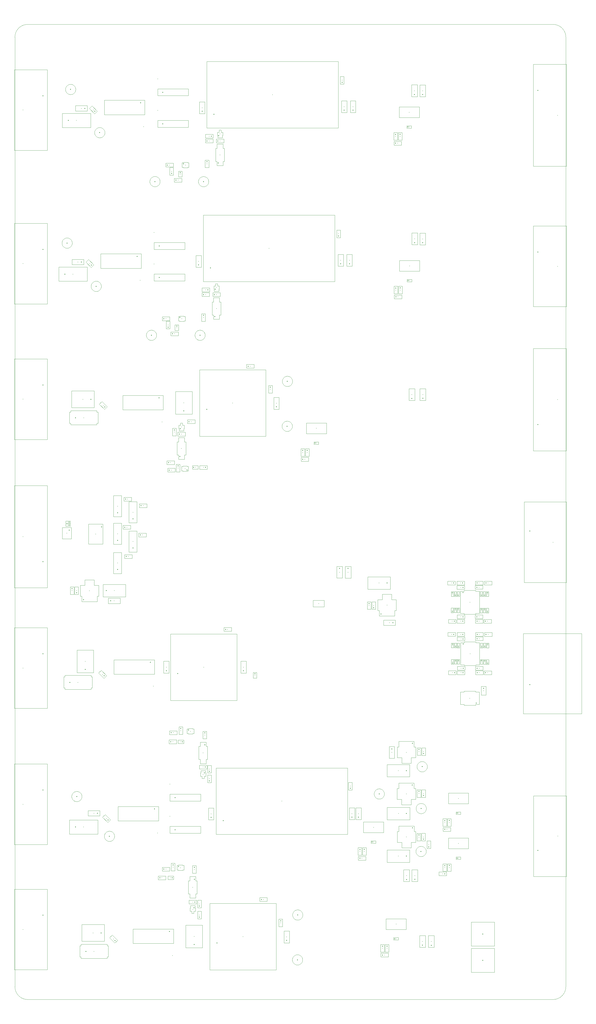
<source format=gbr>
%TF.GenerationSoftware,KiCad,Pcbnew,9.0.3*%
%TF.CreationDate,2025-09-16T14:09:08-04:00*%
%TF.ProjectId,11_CPU_PDU,31315f43-5055-45f5-9044-552e6b696361,rev?*%
%TF.SameCoordinates,Original*%
%TF.FileFunction,Component,L1,Top*%
%TF.FilePolarity,Positive*%
%FSLAX46Y46*%
G04 Gerber Fmt 4.6, Leading zero omitted, Abs format (unit mm)*
G04 Created by KiCad (PCBNEW 9.0.3) date 2025-09-16 14:09:08*
%MOMM*%
%LPD*%
G01*
G04 APERTURE LIST*
%TA.AperFunction,ComponentMain*%
%ADD10C,0.300000*%
%TD*%
%TA.AperFunction,ComponentOutline,Courtyard*%
%ADD11C,0.100000*%
%TD*%
%TA.AperFunction,ComponentPin*%
%ADD12P,0.360000X4X0.000000*%
%TD*%
%TA.AperFunction,ComponentPin*%
%ADD13C,0.100000*%
%TD*%
%TA.AperFunction,ComponentOutline,Footprint*%
%ADD14C,0.100000*%
%TD*%
%TA.AperFunction,Profile*%
%ADD15C,0.050000*%
%TD*%
G04 APERTURE END LIST*
D10*
%TO.C,R96*%
%TO.CFtp,R_0603_1608Metric*%
%TO.CVal,24.9*%
%TO.CLbN,Resistor_SMD*%
%TO.CMnt,SMD*%
%TO.CRot,180*%
X355420000Y-257719999D03*
D11*
X356895000Y-256994999D02*
X356895000Y-258444999D01*
X353945000Y-258444999D01*
X353945000Y-256994999D01*
X356895000Y-256994999D01*
D12*
%TO.P,R96,1*%
X356245000Y-257719999D03*
D13*
%TO.P,R96,2*%
X354595000Y-257719999D03*
%TD*%
D10*
%TO.C,R104*%
%TO.CFtp,R_0603_1608Metric*%
%TO.CVal,24.9*%
%TO.CLbN,Resistor_SMD*%
%TO.CMnt,SMD*%
%TO.CRot,0*%
X369700000Y-257729999D03*
D11*
X371175000Y-257004999D02*
X371175000Y-258454999D01*
X368225000Y-258454999D01*
X368225000Y-257004999D01*
X371175000Y-257004999D01*
D12*
%TO.P,R104,1*%
X368875000Y-257729999D03*
D13*
%TO.P,R104,2*%
X370525000Y-257729999D03*
%TD*%
D10*
%TO.C,L3*%
%TO.CFtp,MLC1260*%
%TO.CVal,0.8uH (+/- 20\u0025)*%
%TO.CLbN,CoilCraft*%
%TO.CMnt,SMD*%
%TO.CRot,-90*%
X240695001Y-41195000D03*
D14*
X252695001Y-45095000D02*
X240695001Y-45095000D01*
X240695001Y-47795000D01*
X252695001Y-47795000D01*
X252695001Y-45095000D01*
D12*
%TO.P,L3,1,1*%
X242695001Y-46445000D03*
D13*
%TO.P,L3,2,2*%
X250695001Y-46445000D03*
%TD*%
D10*
%TO.C,F5*%
%TO.CFtp,0154Series_LTF*%
%TO.CVal,0154002.DR*%
%TO.CLbN,Little_Fuse*%
%TO.CMnt,SMD*%
%TO.CRot,0*%
X215865001Y-381220000D03*
D11*
X220978101Y-378456400D02*
X220978101Y-379066000D01*
X221422601Y-379066000D01*
X221422601Y-383374000D01*
X220978101Y-383374000D01*
X220978101Y-383983600D01*
X210751901Y-383983600D01*
X210751901Y-383374000D01*
X210307401Y-383374000D01*
X210307401Y-379066000D01*
X210751901Y-379066000D01*
X210751901Y-378456400D01*
X220978101Y-378456400D01*
D12*
%TO.P,F5,1,1*%
X212677301Y-381220000D03*
D13*
%TO.P,F5,2,2*%
X219052701Y-381220000D03*
%TD*%
D10*
%TO.C,C112*%
%TO.CFtp,CP_EIA-3216-12_Kemet-S*%
%TO.CVal,10uF*%
%TO.CLbN,Capacitor_Tantalum_SMD*%
%TO.CMnt,SMD*%
%TO.CRot,90*%
X244095001Y-270477499D03*
D11*
X245140001Y-268172499D02*
X245140001Y-272782499D01*
X243050001Y-272782499D01*
X243050001Y-268172499D01*
X245140001Y-268172499D01*
D12*
%TO.P,C112,1*%
X244095001Y-271829999D03*
D13*
%TO.P,C112,2*%
X244095001Y-269124999D03*
%TD*%
D10*
%TO.C,C15*%
%TO.CFtp,CP_EIA-3216-12_Kemet-S*%
%TO.CVal,10uF*%
%TO.CLbN,Capacitor_Tantalum_SMD*%
%TO.CMnt,SMD*%
%TO.CRot,90*%
X256685001Y-112365000D03*
D11*
X257730001Y-110060000D02*
X257730001Y-114670000D01*
X255640001Y-114670000D01*
X255640001Y-110060000D01*
X257730001Y-110060000D01*
D12*
%TO.P,C15,1*%
X256685001Y-113717500D03*
D13*
%TO.P,C15,2*%
X256685001Y-111012500D03*
%TD*%
D10*
%TO.C,J15*%
%TO.CFtp,1731130182*%
%TO.CVal,1731130182*%
%TO.CLbN,Molex*%
%TO.CMnt,TH*%
%TO.CRot,-90*%
X385970000Y-277329999D03*
D11*
X406183400Y-257355900D02*
X406183400Y-288664100D01*
X383384200Y-288664100D01*
X383384200Y-257355900D01*
X406183400Y-257355900D01*
D12*
%TO.P,J15,1,1*%
X385970000Y-277329999D03*
D13*
%TO.P,J15,2,2*%
X385970000Y-275039998D03*
%TO.P,J15,3,3*%
X385970000Y-272749998D03*
%TO.P,J15,4,4*%
X385970000Y-270460000D03*
%TO.P,J15,5,5*%
X385970000Y-268169999D03*
%TO.P,J15,6,6*%
X388510000Y-278469999D03*
%TO.P,J15,7,7*%
X388510000Y-276179999D03*
%TO.P,J15,8,8*%
X388510000Y-273889998D03*
%TO.P,J15,9,9*%
X388510000Y-271600000D03*
%TO.P,J15,10,10*%
X388510000Y-269310000D03*
%TO.P,J15,11,11*%
X391050000Y-277329999D03*
%TO.P,J15,12,12*%
X391050000Y-275039998D03*
%TO.P,J15,13,13*%
X391050000Y-272749998D03*
%TO.P,J15,14,14*%
X391050000Y-270460000D03*
%TO.P,J15,15,15*%
X391050000Y-268169999D03*
%TO.P,J15,S1,S1*%
X388510000Y-260509999D03*
%TO.P,J15,S2,S2*%
X388510000Y-285510000D03*
%TD*%
D10*
%TO.C,J14*%
%TO.CFtp,618015330923*%
%TO.CVal,618015330923*%
%TO.CLbN,Wurth_Elektronik*%
%TO.CMnt,TH*%
%TO.CRot,90*%
X394970000Y-221795000D03*
D11*
X400215000Y-206095000D02*
X400215000Y-237495000D01*
X383725000Y-237495000D01*
X383725000Y-206095000D01*
X400215000Y-206095000D01*
D12*
%TO.P,J14,1*%
X385950000Y-217469000D03*
D13*
%TO.P,J14,2*%
X385950000Y-219759000D03*
%TO.P,J14,3*%
X385950000Y-222049000D03*
%TO.P,J14,4*%
X385950000Y-224339000D03*
%TO.P,J14,5*%
X385950000Y-226629000D03*
%TO.P,J14,6*%
X388490000Y-216324000D03*
%TO.P,J14,7*%
X388490000Y-218614000D03*
%TO.P,J14,8*%
X388490000Y-220904000D03*
%TO.P,J14,9*%
X388490000Y-223194000D03*
%TO.P,J14,10*%
X388490000Y-225484000D03*
%TO.P,J14,11*%
X391030000Y-217469000D03*
%TO.P,J14,12*%
X391030000Y-219759000D03*
%TO.P,J14,13*%
X391030000Y-222049000D03*
%TO.P,J14,14*%
X391030000Y-224339000D03*
%TO.P,J14,15*%
X391030000Y-226629000D03*
%TO.P,J14,S1*%
X388490000Y-234290000D03*
%TO.P,J14,S2*%
X388490000Y-209300000D03*
%TD*%
D10*
%TO.C,SEC_PWR3*%
%TO.CFtp,TestPoint_Keystone_5005-5009_Compact*%
%TO.CVal,5007*%
%TO.CLbN,TestPoint*%
%TO.CMnt,TH*%
%TO.CRot,0*%
X295245001Y-384520000D03*
D11*
X295387505Y-382527548D02*
X295669611Y-382568108D01*
X295943069Y-382648403D01*
X296202321Y-382766799D01*
X296442081Y-382920884D01*
X296657476Y-383107524D01*
X296844116Y-383322919D01*
X296998201Y-383562679D01*
X297116597Y-383821931D01*
X297196892Y-384095389D01*
X297237459Y-384377542D01*
X297240000Y-384520000D01*
X297237459Y-384662457D01*
X297196892Y-384944610D01*
X297116597Y-385218068D01*
X296998201Y-385477320D01*
X296844116Y-385717080D01*
X296657476Y-385932475D01*
X296442081Y-386119115D01*
X296202321Y-386273200D01*
X295943069Y-386391596D01*
X295669611Y-386471891D01*
X295387505Y-386512452D01*
X295102497Y-386512452D01*
X294820390Y-386471891D01*
X294546932Y-386391596D01*
X294287680Y-386273200D01*
X294047920Y-386119115D01*
X293832525Y-385932475D01*
X293645885Y-385717080D01*
X293491800Y-385477320D01*
X293373404Y-385218068D01*
X293293109Y-384944610D01*
X293252549Y-384662503D01*
X293252549Y-384377496D01*
X293293109Y-384095389D01*
X293373404Y-383821931D01*
X293491800Y-383562679D01*
X293645885Y-383322919D01*
X293832525Y-383107524D01*
X294047920Y-382920884D01*
X294287680Y-382766799D01*
X294546932Y-382648403D01*
X294820390Y-382568108D01*
X295102497Y-382527548D01*
X295387505Y-382527548D01*
D12*
%TO.P,SEC_PWR3,1,1*%
X295245001Y-384520000D03*
%TD*%
D10*
%TO.C,R28*%
%TO.CFtp,R_0603_1608Metric*%
%TO.CVal,(DNP)*%
%TO.CLbN,Resistor_SMD*%
%TO.CMnt,SMD*%
%TO.CRot,90*%
X346515001Y-339674999D03*
D11*
X347240001Y-338199999D02*
X347240001Y-341149999D01*
X345790001Y-341149999D01*
X345790001Y-338199999D01*
X347240001Y-338199999D01*
D12*
%TO.P,R28,1*%
X346515001Y-340499999D03*
D13*
%TO.P,R28,2*%
X346515001Y-338849999D03*
%TD*%
D10*
%TO.C,R84*%
%TO.CFtp,R_0402_1005Metric*%
%TO.CVal,10k*%
%TO.CLbN,Resistor_SMD*%
%TO.CMnt,SMD*%
%TO.CRot,90*%
X367035850Y-241979999D03*
D11*
X367500850Y-241054999D02*
X367500850Y-242904999D01*
X366570850Y-242904999D01*
X366570850Y-241054999D01*
X367500850Y-241054999D01*
D12*
%TO.P,R84,1*%
X367035850Y-242489999D03*
D13*
%TO.P,R84,2*%
X367035850Y-241469999D03*
%TD*%
D10*
%TO.C,C102*%
%TO.CFtp,C_0603_1608Metric*%
%TO.CVal,1uF*%
%TO.CLbN,Capacitor_SMD*%
%TO.CMnt,SMD*%
%TO.CRot,0*%
X366230000Y-272629999D03*
D11*
X367705000Y-271904999D02*
X367705000Y-273354999D01*
X364755000Y-273354999D01*
X364755000Y-271904999D01*
X367705000Y-271904999D01*
D12*
%TO.P,C102,1*%
X365455000Y-272629999D03*
D13*
%TO.P,C102,2*%
X367005000Y-272629999D03*
%TD*%
D10*
%TO.C,M10*%
%TO.CFtp,SSM_TOS*%
%TO.CVal,SSM3K15AFS_LF*%
%TO.CLbN,Toshiba_Semi*%
%TO.CMnt,SMD*%
%TO.CRot,0*%
X265055001Y-62675000D03*
D11*
X265454001Y-61170401D02*
X265454001Y-62026000D01*
X266104001Y-62026000D01*
X266104001Y-63324000D01*
X265954001Y-63324000D01*
X265954001Y-64179599D01*
X264156001Y-64179599D01*
X264156001Y-63324000D01*
X264006001Y-63324000D01*
X264006001Y-62026000D01*
X264656001Y-62026000D01*
X264656001Y-61170401D01*
X265454001Y-61170401D01*
D12*
%TO.P,M10,1,1*%
X264555002Y-63350000D03*
D13*
%TO.P,M10,2,2*%
X265555000Y-63350000D03*
%TO.P,M10,3,3*%
X265055001Y-62000000D03*
%TD*%
D10*
%TO.C,J13*%
%TO.CFtp,618009231221*%
%TO.CVal,618009231221*%
%TO.CLbN,Wurth_Elektronik*%
%TO.CMnt,TH*%
%TO.CRot,-90*%
X188185001Y-372700000D03*
D11*
X197680001Y-357005000D02*
X197680001Y-388395000D01*
X184770001Y-388395000D01*
X184770001Y-357005000D01*
X197680001Y-357005000D01*
D12*
%TO.P,J13,1*%
X195905001Y-367160000D03*
D13*
%TO.P,J13,2*%
X195905001Y-369930000D03*
%TO.P,J13,3*%
X195905001Y-372700000D03*
%TO.P,J13,4*%
X195905001Y-375470000D03*
%TO.P,J13,5*%
X195905001Y-378240000D03*
%TO.P,J13,6*%
X193065001Y-368545000D03*
%TO.P,J13,7*%
X193065001Y-371315000D03*
%TO.P,J13,8*%
X193065001Y-374085000D03*
%TO.P,J13,9*%
X193065001Y-376855000D03*
%TO.P,J13,S1*%
X194485001Y-360200000D03*
%TO.P,J13,S2*%
X194485001Y-385200000D03*
%TD*%
D10*
%TO.C,R89*%
%TO.CFtp,R_0402_1005Metric*%
%TO.CVal,(DNI)*%
%TO.CLbN,Resistor_SMD*%
%TO.CMnt,SMD*%
%TO.CRot,90*%
X355760000Y-268389999D03*
D11*
X356225000Y-267464999D02*
X356225000Y-269314999D01*
X355295000Y-269314999D01*
X355295000Y-267464999D01*
X356225000Y-267464999D01*
D12*
%TO.P,R89,1*%
X355760000Y-268899999D03*
D13*
%TO.P,R89,2*%
X355760000Y-267879999D03*
%TD*%
D10*
%TO.C,C88*%
%TO.CFtp,C_0603_1608Metric*%
%TO.CVal,1uF*%
%TO.CLbN,Capacitor_SMD*%
%TO.CMnt,SMD*%
%TO.CRot,180*%
X358995850Y-252589999D03*
D11*
X360470850Y-251864999D02*
X360470850Y-253314999D01*
X357520850Y-253314999D01*
X357520850Y-251864999D01*
X360470850Y-251864999D01*
D12*
%TO.P,C88,1*%
X359770850Y-252589999D03*
D13*
%TO.P,C88,2*%
X358220850Y-252589999D03*
%TD*%
D10*
%TO.C,R47*%
%TO.CFtp,R_0603_1608Metric*%
%TO.CVal,4.99k*%
%TO.CLbN,Resistor_SMD*%
%TO.CMnt,SMD*%
%TO.CRot,180*%
X254415003Y-362029998D03*
D11*
X255890003Y-361304998D02*
X255890003Y-362754998D01*
X252940003Y-362754998D01*
X252940003Y-361304998D01*
X255890003Y-361304998D01*
D12*
%TO.P,R47,1*%
X255240003Y-362029998D03*
D13*
%TO.P,R47,2*%
X253590003Y-362029998D03*
%TD*%
D10*
%TO.C,LED3*%
%TO.CFtp,LED_0AS75000_WRE*%
%TO.CVal,150060GS75000*%
%TO.CLbN,Wurth_Elektronik*%
%TO.CMnt,SMD*%
%TO.CRot,180*%
X249785001Y-299554999D03*
D11*
X250884901Y-298861499D02*
X250884901Y-300248499D01*
X248685101Y-300248499D01*
X248685101Y-298861499D01*
X250884901Y-298861499D01*
D12*
%TO.P,LED3,1*%
X250413651Y-299554999D03*
D13*
%TO.P,LED3,2*%
X249156351Y-299554999D03*
%TD*%
D10*
%TO.C,Q4*%
%TO.CFtp,ISP281D_ISO*%
%TO.CVal,ISP281D*%
%TO.CLbN,ISOCOM*%
%TO.CMnt,SMD*%
%TO.CRot,90*%
X250002501Y-185255000D03*
D11*
X251165901Y-181056300D02*
X251165901Y-182707300D01*
X251699301Y-182707300D01*
X251699301Y-187802700D01*
X251165901Y-187802700D01*
X251165901Y-189453700D01*
X248839101Y-189453700D01*
X248839101Y-187802700D01*
X248305701Y-187802700D01*
X248305701Y-182707300D01*
X248839101Y-182707300D01*
X248839101Y-181056300D01*
X251165901Y-181056300D01*
D12*
%TO.P,Q4,1,1*%
X249367501Y-188379200D03*
D13*
%TO.P,Q4,2,2*%
X250637501Y-188379200D03*
%TO.P,Q4,3,3*%
X250637501Y-182130800D03*
%TO.P,Q4,4,4*%
X249367501Y-182130800D03*
%TD*%
D10*
%TO.C,J10*%
%TO.CFtp,61300311121*%
%TO.CVal,61300311121*%
%TO.CLbN,Wurth_Elektronik*%
%TO.CMnt,TH*%
%TO.CRot,90*%
X225063200Y-207735000D03*
D11*
X226628200Y-203630000D02*
X226628200Y-211840000D01*
X223498200Y-211840000D01*
X223498200Y-203630000D01*
X226628200Y-203630000D01*
D12*
%TO.P,J10,1*%
X225063200Y-210275000D03*
D13*
%TO.P,J10,2*%
X225063200Y-207735000D03*
%TO.P,J10,3*%
X225063200Y-205195000D03*
%TD*%
D10*
%TO.C,R40*%
%TO.CFtp,R_0603_1608Metric*%
%TO.CVal,1k*%
%TO.CLbN,Resistor_SMD*%
%TO.CMnt,SMD*%
%TO.CRot,-90*%
X248663001Y-192893000D03*
D11*
X249388001Y-191418000D02*
X249388001Y-194368000D01*
X247938001Y-194368000D01*
X247938001Y-191418000D01*
X249388001Y-191418000D01*
D12*
%TO.P,R40,1*%
X248663001Y-192068000D03*
D13*
%TO.P,R40,2*%
X248663001Y-193718000D03*
%TD*%
D10*
%TO.C,M9*%
%TO.CFtp,SSM_TOS*%
%TO.CVal,SSM3K15AFS_LF*%
%TO.CLbN,Toshiba_Semi*%
%TO.CMnt,SMD*%
%TO.CRot,180*%
X254415002Y-364934998D03*
D11*
X255314002Y-363430399D02*
X255314002Y-364285998D01*
X255464002Y-364285998D01*
X255464002Y-365583998D01*
X254814002Y-365583998D01*
X254814002Y-366439597D01*
X254016002Y-366439597D01*
X254016002Y-365583998D01*
X253366002Y-365583998D01*
X253366002Y-364285998D01*
X253516002Y-364285998D01*
X253516002Y-363430399D01*
X255314002Y-363430399D01*
D12*
%TO.P,M9,1,1*%
X254915001Y-364259998D03*
D13*
%TO.P,M9,2,2*%
X253915003Y-364259998D03*
%TO.P,M9,3,3*%
X254415002Y-365609998D03*
%TD*%
D10*
%TO.C,8.2V1*%
%TO.CFtp,TestPoint_Keystone_5005-5009_Compact*%
%TO.CVal,5005*%
%TO.CLbN,TestPoint*%
%TO.CMnt,TH*%
%TO.CRot,0*%
X343902501Y-309244999D03*
D11*
X344045005Y-307252547D02*
X344327111Y-307293107D01*
X344600569Y-307373402D01*
X344859821Y-307491798D01*
X345099581Y-307645883D01*
X345314976Y-307832523D01*
X345501616Y-308047918D01*
X345655701Y-308287678D01*
X345774097Y-308546930D01*
X345854392Y-308820388D01*
X345894959Y-309102541D01*
X345897500Y-309244999D01*
X345894959Y-309387456D01*
X345854392Y-309669609D01*
X345774097Y-309943067D01*
X345655701Y-310202319D01*
X345501616Y-310442079D01*
X345314976Y-310657474D01*
X345099581Y-310844114D01*
X344859821Y-310998199D01*
X344600569Y-311116595D01*
X344327111Y-311196890D01*
X344045005Y-311237451D01*
X343759997Y-311237451D01*
X343477890Y-311196890D01*
X343204432Y-311116595D01*
X342945180Y-310998199D01*
X342705420Y-310844114D01*
X342490025Y-310657474D01*
X342303385Y-310442079D01*
X342149300Y-310202319D01*
X342030904Y-309943067D01*
X341950609Y-309669609D01*
X341910049Y-309387502D01*
X341910049Y-309102495D01*
X341950609Y-308820388D01*
X342030904Y-308546930D01*
X342149300Y-308287678D01*
X342303385Y-308047918D01*
X342490025Y-307832523D01*
X342705420Y-307645883D01*
X342945180Y-307491798D01*
X343204432Y-307373402D01*
X343477890Y-307293107D01*
X343759997Y-307252547D01*
X344045005Y-307252547D01*
D12*
%TO.P,8.2V1,1,1*%
X343902501Y-309244999D03*
%TD*%
D10*
%TO.C,5V2*%
%TO.CFtp,TestPoint_Keystone_5005-5009_Compact*%
%TO.CVal,5007*%
%TO.CLbN,TestPoint*%
%TO.CMnt,TH*%
%TO.CRot,0*%
X291235001Y-176584999D03*
D11*
X291377505Y-174592547D02*
X291659611Y-174633107D01*
X291933069Y-174713402D01*
X292192321Y-174831798D01*
X292432081Y-174985883D01*
X292647476Y-175172523D01*
X292834116Y-175387918D01*
X292988201Y-175627678D01*
X293106597Y-175886930D01*
X293186892Y-176160388D01*
X293227459Y-176442541D01*
X293230000Y-176584999D01*
X293227459Y-176727456D01*
X293186892Y-177009609D01*
X293106597Y-177283067D01*
X292988201Y-177542319D01*
X292834116Y-177782079D01*
X292647476Y-177997474D01*
X292432081Y-178184114D01*
X292192321Y-178338199D01*
X291933069Y-178456595D01*
X291659611Y-178536890D01*
X291377505Y-178577451D01*
X291092497Y-178577451D01*
X290810390Y-178536890D01*
X290536932Y-178456595D01*
X290277680Y-178338199D01*
X290037920Y-178184114D01*
X289822525Y-177997474D01*
X289635885Y-177782079D01*
X289481800Y-177542319D01*
X289363404Y-177283067D01*
X289283109Y-177009609D01*
X289242549Y-176727502D01*
X289242549Y-176442495D01*
X289283109Y-176160388D01*
X289363404Y-175886930D01*
X289481800Y-175627678D01*
X289635885Y-175387918D01*
X289822525Y-175172523D01*
X290037920Y-174985883D01*
X290277680Y-174831798D01*
X290536932Y-174713402D01*
X290810390Y-174633107D01*
X291092497Y-174592547D01*
X291377505Y-174592547D01*
D12*
%TO.P,5V2,1,1*%
X291235001Y-176584999D03*
%TD*%
D10*
%TO.C,C79*%
%TO.CFtp,C_0603_1608Metric*%
%TO.CVal,1uF*%
%TO.CLbN,Capacitor_SMD*%
%TO.CMnt,SMD*%
%TO.CRot,-90*%
X352747501Y-348575000D03*
D11*
X353472501Y-347100000D02*
X353472501Y-350050000D01*
X352022501Y-350050000D01*
X352022501Y-347100000D01*
X353472501Y-347100000D01*
D12*
%TO.P,C79,1*%
X352747501Y-347800000D03*
D13*
%TO.P,C79,2*%
X352747501Y-349350000D03*
%TD*%
D10*
%TO.C,U3*%
%TO.CFtp,PRC60-24-S12*%
%TO.CVal,PRC60-24-S12*%
%TO.CLbN,CUI*%
%TO.CMnt,TH*%
%TO.CRot,0*%
X289157501Y-322704999D03*
D11*
X314802501Y-309759999D02*
X314802501Y-335649999D01*
X263512501Y-335649999D01*
X263512501Y-309759999D01*
X314802501Y-309759999D01*
D12*
%TO.P,U3,1,+VIN*%
X266297501Y-330324999D03*
D13*
%TO.P,U3,2,-VIN*%
X266297501Y-325244999D03*
%TO.P,U3,3,CTRL*%
X266297501Y-315084999D03*
%TO.P,U3,4,+VOUT*%
X312017501Y-332864999D03*
%TO.P,U3,5,-VOUT*%
X312017501Y-322704999D03*
%TO.P,U3,6,TRIM*%
X312017501Y-312544999D03*
%TD*%
D10*
%TO.C,R81*%
%TO.CFtp,R_0402_1005Metric*%
%TO.CVal,(DNI)*%
%TO.CLbN,Resistor_SMD*%
%TO.CMnt,SMD*%
%TO.CRot,90*%
X369415850Y-248419999D03*
D11*
X369880850Y-247494999D02*
X369880850Y-249344999D01*
X368950850Y-249344999D01*
X368950850Y-247494999D01*
X369880850Y-247494999D01*
D12*
%TO.P,R81,1*%
X369415850Y-248929999D03*
D13*
%TO.P,R81,2*%
X369415850Y-247909999D03*
%TD*%
D10*
%TO.C,M5*%
%TO.CFtp,ES6_TOS*%
%TO.CVal,SSM6N35FE\u002CLM*%
%TO.CLbN,Toshiba_Semi*%
%TO.CMnt,SMD*%
%TO.CRot,0*%
X249623001Y-348622000D03*
D11*
X250468901Y-347572900D02*
X250468901Y-347738000D01*
X250951501Y-347738000D01*
X250951501Y-349506000D01*
X250468901Y-349506000D01*
X250468901Y-349671100D01*
X248777101Y-349671100D01*
X248777101Y-349506000D01*
X248294501Y-349506000D01*
X248294501Y-347738000D01*
X248777101Y-347738000D01*
X248777101Y-347572900D01*
X250468901Y-347572900D01*
D12*
%TO.P,M5,1,1S*%
X248861001Y-348114000D03*
D13*
%TO.P,M5,2,1G*%
X248861001Y-348622000D03*
%TO.P,M5,3,2D*%
X248861001Y-349130000D03*
%TO.P,M5,4,2S*%
X250385001Y-349130000D03*
%TO.P,M5,5,2G*%
X250385001Y-348622000D03*
%TO.P,M5,6,1D*%
X250385001Y-348114000D03*
%TD*%
D10*
%TO.C,J7*%
%TO.CFtp,618015231121*%
%TO.CVal,618015231121*%
%TO.CLbN,Wurth_Elektronik*%
%TO.CMnt,TH*%
%TO.CRot,-90*%
X188185001Y-219645000D03*
D11*
X197680001Y-199750000D02*
X197680001Y-239540000D01*
X184770001Y-239540000D01*
X184770001Y-199750000D01*
X197680001Y-199750000D01*
D12*
%TO.P,J7,1*%
X195905001Y-229340000D03*
D13*
%TO.P,J7,2*%
X195905001Y-226570000D03*
%TO.P,J7,3*%
X195905001Y-223800000D03*
%TO.P,J7,4*%
X195905001Y-221030000D03*
%TO.P,J7,5*%
X195905001Y-218260000D03*
%TO.P,J7,6*%
X195905001Y-215490000D03*
%TO.P,J7,7*%
X195905001Y-212720000D03*
%TO.P,J7,8*%
X195905001Y-209950000D03*
%TO.P,J7,9*%
X193065001Y-227955000D03*
%TO.P,J7,10*%
X193065001Y-225185000D03*
%TO.P,J7,11*%
X193065001Y-222415000D03*
%TO.P,J7,12*%
X193065001Y-219645000D03*
%TO.P,J7,13*%
X193065001Y-216875000D03*
%TO.P,J7,14*%
X193065001Y-214105000D03*
%TO.P,J7,15*%
X193065001Y-211335000D03*
%TO.P,J7,S1*%
X194485001Y-202995000D03*
%TO.P,J7,S2*%
X194485001Y-236295000D03*
%TD*%
D10*
%TO.C,R76*%
%TO.CFtp,R_0402_1005Metric*%
%TO.CVal,10k*%
%TO.CLbN,Resistor_SMD*%
%TO.CMnt,SMD*%
%TO.CRot,90*%
X358005850Y-241979999D03*
D11*
X358470850Y-241054999D02*
X358470850Y-242904999D01*
X357540850Y-242904999D01*
X357540850Y-241054999D01*
X358470850Y-241054999D01*
D12*
%TO.P,R76,1*%
X358005850Y-242489999D03*
D13*
%TO.P,R76,2*%
X358005850Y-241469999D03*
%TD*%
D10*
%TO.C,R68*%
%TO.CFtp,R_0603_1608Metric*%
%TO.CVal,24.9*%
%TO.CLbN,Resistor_SMD*%
%TO.CMnt,SMD*%
%TO.CRot,-90*%
X299080000Y-186830000D03*
D11*
X299805000Y-185355000D02*
X299805000Y-188305000D01*
X298355000Y-188305000D01*
X298355000Y-185355000D01*
X299805000Y-185355000D01*
D12*
%TO.P,R68,1*%
X299080000Y-186005000D03*
D13*
%TO.P,R68,2*%
X299080000Y-187655000D03*
%TD*%
D10*
%TO.C,C58*%
%TO.CFtp,CP_EIA-3216-12_Kemet-S*%
%TO.CVal,10uF*%
%TO.CLbN,Capacitor_Tantalum_SMD*%
%TO.CMnt,SMD*%
%TO.CRot,90*%
X291065001Y-375620000D03*
D11*
X292110001Y-373315000D02*
X292110001Y-377925000D01*
X290020001Y-377925000D01*
X290020001Y-373315000D01*
X292110001Y-373315000D01*
D12*
%TO.P,C58,1*%
X291065001Y-376972500D03*
D13*
%TO.P,C58,2*%
X291065001Y-374267500D03*
%TD*%
D10*
%TO.C,R110*%
%TO.CFtp,R_0603_1608Metric*%
%TO.CVal,24.9*%
%TO.CLbN,Resistor_SMD*%
%TO.CMnt,SMD*%
%TO.CRot,0*%
X234783200Y-218975000D03*
D11*
X236258200Y-218250000D02*
X236258200Y-219700000D01*
X233308200Y-219700000D01*
X233308200Y-218250000D01*
X236258200Y-218250000D01*
D12*
%TO.P,R110,1*%
X233958200Y-218975000D03*
D13*
%TO.P,R110,2*%
X235608200Y-218975000D03*
%TD*%
D10*
%TO.C,CHASSIS1*%
%TO.CFtp,KEYSTONE_5019*%
%TO.CVal,5019*%
%TO.CLbN,Keystone*%
%TO.CMnt,SMD*%
%TO.CRot,0*%
X303530000Y-245680000D03*
D11*
X305680000Y-244420000D02*
X305680000Y-246940000D01*
X301380000Y-246940000D01*
X301380000Y-244420000D01*
X305680000Y-244420000D01*
D13*
%TO.P,CHASSIS1,TP*%
X303530000Y-245680000D03*
%TD*%
D10*
%TO.C,C90*%
%TO.CFtp,C_0402_1005Metric*%
%TO.CVal,1uF*%
%TO.CLbN,Capacitor_SMD*%
%TO.CMnt,SMD*%
%TO.CRot,-90*%
X368225850Y-248389999D03*
D11*
X368680850Y-247484999D02*
X368680850Y-249294999D01*
X367770850Y-249294999D01*
X367770850Y-247484999D01*
X368680850Y-247484999D01*
D12*
%TO.P,C90,1*%
X368225850Y-247909999D03*
D13*
%TO.P,C90,2*%
X368225850Y-248869999D03*
%TD*%
D10*
%TO.C,R60*%
%TO.CFtp,R_0603_1608Metric*%
%TO.CVal,24.9*%
%TO.CLbN,Resistor_SMD*%
%TO.CMnt,SMD*%
%TO.CRot,0*%
X320435001Y-344965000D03*
D11*
X321910001Y-344240000D02*
X321910001Y-345690000D01*
X318960001Y-345690000D01*
X318960001Y-344240000D01*
X321910001Y-344240000D01*
D12*
%TO.P,R60,1*%
X319610001Y-344965000D03*
D13*
%TO.P,R60,2*%
X321260001Y-344965000D03*
%TD*%
D10*
%TO.C,C73*%
%TO.CFtp,C_0603_1608Metric*%
%TO.CVal,1uF*%
%TO.CLbN,Capacitor_SMD*%
%TO.CMnt,SMD*%
%TO.CRot,-90*%
X333655001Y-123525000D03*
D11*
X334380001Y-122050000D02*
X334380001Y-125000000D01*
X332930001Y-125000000D01*
X332930001Y-122050000D01*
X334380001Y-122050000D01*
D12*
%TO.P,C73,1*%
X333655001Y-122750000D03*
D13*
%TO.P,C73,2*%
X333655001Y-124300000D03*
%TD*%
D10*
%TO.C,R64*%
%TO.CFtp,Y14870R01000B9R_10mOhm*%
%TO.CVal,Y14870R01000B9R*%
%TO.CLbN,Foil_Resistors*%
%TO.CMnt,SMD*%
%TO.CRot,0*%
X358087501Y-339165000D03*
D11*
X362012501Y-337080000D02*
X362012501Y-341250000D01*
X354162501Y-341250000D01*
X354162501Y-337080000D01*
X362012501Y-337080000D01*
D13*
%TO.P,R64,E1*%
X355102501Y-340435000D03*
%TO.P,R64,E2*%
X361072501Y-337895000D03*
%TO.P,R64,I1*%
X355232501Y-338330000D03*
%TO.P,R64,I2*%
X360942501Y-340000000D03*
%TD*%
D10*
%TO.C,C65*%
%TO.CFtp,CP_EIA-7360-38_Kemet-E*%
%TO.CVal,100uF*%
%TO.CLbN,Capacitor_Tantalum_SMD*%
%TO.CMnt,SMD*%
%TO.CRot,180*%
X215512501Y-374040000D03*
D11*
X219917501Y-370795000D02*
X219917501Y-377285000D01*
X211107501Y-377285000D01*
X211107501Y-370795000D01*
X219917501Y-370795000D01*
D12*
%TO.P,C65,1*%
X218632501Y-374040000D03*
D13*
%TO.P,C65,2*%
X212392501Y-374040000D03*
%TD*%
D10*
%TO.C,SEC_RTN1*%
%TO.CFtp,TestPoint_Keystone_5005-5009_Compact*%
%TO.CVal,5006*%
%TO.CLbN,TestPoint*%
%TO.CMnt,TH*%
%TO.CRot,0*%
X206725001Y-45335000D03*
D11*
X206867505Y-43342548D02*
X207149611Y-43383108D01*
X207423069Y-43463403D01*
X207682321Y-43581799D01*
X207922081Y-43735884D01*
X208137476Y-43922524D01*
X208324116Y-44137919D01*
X208478201Y-44377679D01*
X208596597Y-44636931D01*
X208676892Y-44910389D01*
X208717459Y-45192542D01*
X208720000Y-45335000D01*
X208717459Y-45477457D01*
X208676892Y-45759610D01*
X208596597Y-46033068D01*
X208478201Y-46292320D01*
X208324116Y-46532080D01*
X208137476Y-46747475D01*
X207922081Y-46934115D01*
X207682321Y-47088200D01*
X207423069Y-47206596D01*
X207149611Y-47286891D01*
X206867505Y-47327452D01*
X206582497Y-47327452D01*
X206300390Y-47286891D01*
X206026932Y-47206596D01*
X205767680Y-47088200D01*
X205527920Y-46934115D01*
X205312525Y-46747475D01*
X205125885Y-46532080D01*
X204971800Y-46292320D01*
X204853404Y-46033068D01*
X204773109Y-45759610D01*
X204732549Y-45477503D01*
X204732549Y-45192496D01*
X204773109Y-44910389D01*
X204853404Y-44636931D01*
X204971800Y-44377679D01*
X205125885Y-44137919D01*
X205312525Y-43922524D01*
X205527920Y-43735884D01*
X205767680Y-43581799D01*
X206026932Y-43463403D01*
X206300390Y-43383108D01*
X206582497Y-43342548D01*
X206867505Y-43342548D01*
D12*
%TO.P,SEC_RTN1,1,1*%
X206725001Y-45335000D03*
%TD*%
D10*
%TO.C,R13*%
%TO.CFtp,R_0603_1608Metric*%
%TO.CVal,15k*%
%TO.CLbN,Resistor_SMD*%
%TO.CMnt,SMD*%
%TO.CRot,180*%
X259455001Y-123445000D03*
D11*
X260930001Y-122720000D02*
X260930001Y-124170000D01*
X257980001Y-124170000D01*
X257980001Y-122720000D01*
X260930001Y-122720000D01*
D12*
%TO.P,R13,1*%
X260280001Y-123445000D03*
D13*
%TO.P,R13,2*%
X258630001Y-123445000D03*
%TD*%
D10*
%TO.C,R85*%
%TO.CFtp,R_0603_1608Metric*%
%TO.CVal,24.9*%
%TO.CLbN,Resistor_SMD*%
%TO.CMnt,SMD*%
%TO.CRot,0*%
X366105850Y-250859999D03*
D11*
X367580850Y-250134999D02*
X367580850Y-251584999D01*
X364630850Y-251584999D01*
X364630850Y-250134999D01*
X367580850Y-250134999D01*
D12*
%TO.P,R85,1*%
X365280850Y-250859999D03*
D13*
%TO.P,R85,2*%
X366930850Y-250859999D03*
%TD*%
D10*
%TO.C,R51*%
%TO.CFtp,R_0805_2012Metric*%
%TO.CVal,9k*%
%TO.CLbN,Resistor_SMD*%
%TO.CMnt,SMD*%
%TO.CRot,-90*%
X367910000Y-279669999D03*
D11*
X368855000Y-277994999D02*
X368855000Y-281344999D01*
X366965000Y-281344999D01*
X366965000Y-277994999D01*
X368855000Y-277994999D01*
D12*
%TO.P,R51,1*%
X367910000Y-278757499D03*
D13*
%TO.P,R51,2*%
X367910000Y-280582499D03*
%TD*%
D10*
%TO.C,R10*%
%TO.CFtp,R_0603_1608Metric*%
%TO.CVal,10*%
%TO.CLbN,Resistor_SMD*%
%TO.CMnt,SMD*%
%TO.CRot,135*%
X214225001Y-113175000D03*
D11*
X215780635Y-113705330D02*
X214755331Y-114730634D01*
X212669367Y-112644670D01*
X213694671Y-111619366D01*
X215780635Y-113705330D01*
D12*
%TO.P,R10,1*%
X214808364Y-113758363D03*
D13*
%TO.P,R10,2*%
X213641638Y-112591637D03*
%TD*%
D10*
%TO.C,SEC_RTN2*%
%TO.CFtp,TestPoint_Keystone_5005-5009_Compact*%
%TO.CVal,5005*%
%TO.CLbN,TestPoint*%
%TO.CMnt,TH*%
%TO.CRot,0*%
X216715001Y-122055000D03*
D11*
X216857505Y-120062548D02*
X217139611Y-120103108D01*
X217413069Y-120183403D01*
X217672321Y-120301799D01*
X217912081Y-120455884D01*
X218127476Y-120642524D01*
X218314116Y-120857919D01*
X218468201Y-121097679D01*
X218586597Y-121356931D01*
X218666892Y-121630389D01*
X218707459Y-121912542D01*
X218710000Y-122055000D01*
X218707459Y-122197457D01*
X218666892Y-122479610D01*
X218586597Y-122753068D01*
X218468201Y-123012320D01*
X218314116Y-123252080D01*
X218127476Y-123467475D01*
X217912081Y-123654115D01*
X217672321Y-123808200D01*
X217413069Y-123926596D01*
X217139611Y-124006891D01*
X216857505Y-124047452D01*
X216572497Y-124047452D01*
X216290390Y-124006891D01*
X216016932Y-123926596D01*
X215757680Y-123808200D01*
X215517920Y-123654115D01*
X215302525Y-123467475D01*
X215115885Y-123252080D01*
X214961800Y-123012320D01*
X214843404Y-122753068D01*
X214763109Y-122479610D01*
X214722549Y-122197503D01*
X214722549Y-121912496D01*
X214763109Y-121630389D01*
X214843404Y-121356931D01*
X214961800Y-121097679D01*
X215115885Y-120857919D01*
X215302525Y-120642524D01*
X215517920Y-120455884D01*
X215757680Y-120301799D01*
X216016932Y-120183403D01*
X216290390Y-120103108D01*
X216572497Y-120062548D01*
X216857505Y-120062548D01*
D12*
%TO.P,SEC_RTN2,1,1*%
X216715001Y-122055000D03*
%TD*%
D10*
%TO.C,R45*%
%TO.CFtp,R_0603_1608Metric*%
%TO.CVal,120*%
%TO.CLbN,Resistor_SMD*%
%TO.CMnt,SMD*%
%TO.CRot,0*%
X242371001Y-352570000D03*
D11*
X243846001Y-351845000D02*
X243846001Y-353295000D01*
X240896001Y-353295000D01*
X240896001Y-351845000D01*
X243846001Y-351845000D01*
D12*
%TO.P,R45,1*%
X241546001Y-352570000D03*
D13*
%TO.P,R45,2*%
X243196001Y-352570000D03*
%TD*%
D10*
%TO.C,C47*%
%TO.CFtp,CP_EIA-7360-38_Kemet-E*%
%TO.CVal,100uF*%
%TO.CLbN,Capacitor_Tantalum_SMD*%
%TO.CMnt,SMD*%
%TO.CRot,90*%
X250915001Y-167512501D03*
D11*
X254160001Y-163107501D02*
X254160001Y-171917501D01*
X247670001Y-171917501D01*
X247670001Y-163107501D01*
X254160001Y-163107501D01*
D12*
%TO.P,C47,1*%
X250915001Y-170632501D03*
D13*
%TO.P,C47,2*%
X250915001Y-164392501D03*
%TD*%
D10*
%TO.C,R44*%
%TO.CFtp,R_0603_1608Metric*%
%TO.CVal,15k*%
%TO.CLbN,Resistor_SMD*%
%TO.CMnt,SMD*%
%TO.CRot,90*%
X257005001Y-367080000D03*
D11*
X257730001Y-365605000D02*
X257730001Y-368555000D01*
X256280001Y-368555000D01*
X256280001Y-365605000D01*
X257730001Y-365605000D01*
D12*
%TO.P,R44,1*%
X257005001Y-367905000D03*
D13*
%TO.P,R44,2*%
X257005001Y-366255000D03*
%TD*%
D10*
%TO.C,C70*%
%TO.CFtp,C_0402_1005Metric*%
%TO.CVal,0.1uF*%
%TO.CLbN,Capacitor_SMD*%
%TO.CMnt,SMD*%
%TO.CRot,0*%
X338825001Y-59985000D03*
D11*
X339730001Y-59530000D02*
X339730001Y-60440000D01*
X337920001Y-60440000D01*
X337920001Y-59530000D01*
X339730001Y-59530000D01*
D12*
%TO.P,C70,1*%
X338345001Y-59985000D03*
D13*
%TO.P,C70,2*%
X339305001Y-59985000D03*
%TD*%
D10*
%TO.C,R103*%
%TO.CFtp,R_0603_1608Metric*%
%TO.CVal,24.9*%
%TO.CLbN,Resistor_SMD*%
%TO.CMnt,SMD*%
%TO.CRot,0*%
X366180000Y-259399999D03*
D11*
X367655000Y-258674999D02*
X367655000Y-260124999D01*
X364705000Y-260124999D01*
X364705000Y-258674999D01*
X367655000Y-258674999D01*
D12*
%TO.P,R103,1*%
X365355000Y-259399999D03*
D13*
%TO.P,R103,2*%
X367005000Y-259399999D03*
%TD*%
D10*
%TO.C,C57*%
%TO.CFtp,CP_EIA-7360-38_Kemet-E*%
%TO.CVal,100uF*%
%TO.CLbN,Capacitor_Tantalum_SMD*%
%TO.CMnt,SMD*%
%TO.CRot,90*%
X254925001Y-375447500D03*
D11*
X258170001Y-371042500D02*
X258170001Y-379852500D01*
X251680001Y-379852500D01*
X251680001Y-371042500D01*
X258170001Y-371042500D01*
D12*
%TO.P,C57,1*%
X254925001Y-378567500D03*
D13*
%TO.P,C57,2*%
X254925001Y-372327500D03*
%TD*%
D10*
%TO.C,C135*%
%TO.CFtp,C_1206_3216Metric*%
%TO.CVal,0.1uF*%
%TO.CLbN,Capacitor_SMD*%
%TO.CMnt,SMD*%
%TO.CRot,90*%
X344060000Y-377360000D03*
D11*
X345205000Y-375065000D02*
X345205000Y-379655000D01*
X342915000Y-379655000D01*
X342915000Y-375065000D01*
X345205000Y-375065000D01*
D12*
%TO.P,C135,1*%
X344060000Y-378835000D03*
D13*
%TO.P,C135,2*%
X344060000Y-375885000D03*
%TD*%
D10*
%TO.C,C11*%
%TO.CFtp,CP_EIA-3216-12_Kemet-S*%
%TO.CVal,10uF*%
%TO.CLbN,Capacitor_Tantalum_SMD*%
%TO.CMnt,SMD*%
%TO.CRot,180*%
X210945001Y-52735000D03*
D11*
X213250001Y-51690000D02*
X213250001Y-53780000D01*
X208640001Y-53780000D01*
X208640001Y-51690000D01*
X213250001Y-51690000D01*
D12*
%TO.P,C11,1*%
X212297501Y-52735000D03*
D13*
%TO.P,C11,2*%
X209592501Y-52735000D03*
%TD*%
D10*
%TO.C,L6*%
%TO.CFtp,MLC1260*%
%TO.CVal,0.8uH (+/- 20\u0025)*%
%TO.CLbN,CoilCraft*%
%TO.CMnt,SMD*%
%TO.CRot,-90*%
X239325001Y-101065000D03*
D14*
X251325001Y-104965000D02*
X239325001Y-104965000D01*
X239325001Y-107665000D01*
X251325001Y-107665000D01*
X251325001Y-104965000D01*
D12*
%TO.P,L6,1,1*%
X241325001Y-106315000D03*
D13*
%TO.P,L6,2,2*%
X249325001Y-106315000D03*
%TD*%
D10*
%TO.C,C67*%
%TO.CFtp,CP_EIA-3216-10_Kemet-I*%
%TO.CVal,2.2uF*%
%TO.CLbN,Capacitor_Tantalum_SMD*%
%TO.CMnt,SMD*%
%TO.CRot,180*%
X331160000Y-253153750D03*
D11*
X333465000Y-252108750D02*
X333465000Y-254198750D01*
X328855000Y-254198750D01*
X328855000Y-252108750D01*
X333465000Y-252108750D01*
D12*
%TO.P,C67,1*%
X332512500Y-253153750D03*
D13*
%TO.P,C67,2*%
X329807500Y-253153750D03*
%TD*%
D10*
%TO.C,C131*%
%TO.CFtp,C_1206_3216Metric*%
%TO.CVal,0.1uF*%
%TO.CLbN,Capacitor_SMD*%
%TO.CMnt,SMD*%
%TO.CRot,90*%
X340920000Y-45860000D03*
D11*
X342065000Y-43565000D02*
X342065000Y-48155000D01*
X339775000Y-48155000D01*
X339775000Y-43565000D01*
X342065000Y-43565000D01*
D12*
%TO.P,C131,1*%
X340920000Y-47335000D03*
D13*
%TO.P,C131,2*%
X340920000Y-44385000D03*
%TD*%
D10*
%TO.C,C103*%
%TO.CFtp,C_0603_1608Metric*%
%TO.CVal,1uF*%
%TO.CLbN,Capacitor_SMD*%
%TO.CMnt,SMD*%
%TO.CRot,0*%
X366220000Y-257719999D03*
D11*
X367695000Y-256994999D02*
X367695000Y-258444999D01*
X364745000Y-258444999D01*
X364745000Y-256994999D01*
X367695000Y-256994999D01*
D12*
%TO.P,C103,1*%
X365445000Y-257719999D03*
D13*
%TO.P,C103,2*%
X366995000Y-257719999D03*
%TD*%
D10*
%TO.C,M3*%
%TO.CFtp,ES6_TOS*%
%TO.CVal,SSM6N35FE\u002CLM*%
%TO.CLbN,Toshiba_Semi*%
%TO.CMnt,SMD*%
%TO.CRot,0*%
X253535001Y-295454999D03*
D11*
X254380901Y-294405899D02*
X254380901Y-294570999D01*
X254863501Y-294570999D01*
X254863501Y-296338999D01*
X254380901Y-296338999D01*
X254380901Y-296504099D01*
X252689101Y-296504099D01*
X252689101Y-296338999D01*
X252206501Y-296338999D01*
X252206501Y-294570999D01*
X252689101Y-294570999D01*
X252689101Y-294405899D01*
X254380901Y-294405899D01*
D12*
%TO.P,M3,1,1S*%
X252773001Y-294946999D03*
D13*
%TO.P,M3,2,1G*%
X252773001Y-295454999D03*
%TO.P,M3,3,2D*%
X252773001Y-295962999D03*
%TO.P,M3,4,2S*%
X254297001Y-295962999D03*
%TO.P,M3,5,2G*%
X254297001Y-295454999D03*
%TO.P,M3,6,1D*%
X254297001Y-294946999D03*
%TD*%
D10*
%TO.C,R113*%
%TO.CFtp,R_1206_3216Metric*%
%TO.CVal,1k*%
%TO.CLbN,Resistor_SMD*%
%TO.CMnt,SMD*%
%TO.CRot,-90*%
X311680000Y-233480000D03*
D11*
X312805000Y-231205000D02*
X312805000Y-235755000D01*
X310555000Y-235755000D01*
X310555000Y-231205000D01*
X312805000Y-231205000D01*
D12*
%TO.P,R113,1*%
X311680000Y-232017500D03*
D13*
%TO.P,R113,2*%
X311680000Y-234942500D03*
%TD*%
D10*
%TO.C,R25*%
%TO.CFtp,R_0603_1608Metric*%
%TO.CVal,4.99k*%
%TO.CLbN,Resistor_SMD*%
%TO.CMnt,SMD*%
%TO.CRot,180*%
X258445001Y-309394999D03*
D11*
X259920001Y-308669999D02*
X259920001Y-310119999D01*
X256970001Y-310119999D01*
X256970001Y-308669999D01*
X259920001Y-308669999D01*
D12*
%TO.P,R25,1*%
X259270001Y-309394999D03*
D13*
%TO.P,R25,2*%
X257620001Y-309394999D03*
%TD*%
D10*
%TO.C,C78*%
%TO.CFtp,C_0402_1005Metric*%
%TO.CVal,0.1uF*%
%TO.CLbN,Capacitor_SMD*%
%TO.CMnt,SMD*%
%TO.CRot,0*%
X358027501Y-344895000D03*
D11*
X358932501Y-344440000D02*
X358932501Y-345350000D01*
X357122501Y-345350000D01*
X357122501Y-344440000D01*
X358932501Y-344440000D01*
D12*
%TO.P,C78,1*%
X357547501Y-344895000D03*
D13*
%TO.P,C78,2*%
X358507501Y-344895000D03*
%TD*%
D10*
%TO.C,C17*%
%TO.CFtp,CP_EIA-3216-12_Kemet-S*%
%TO.CVal,10uF*%
%TO.CLbN,Capacitor_Tantalum_SMD*%
%TO.CMnt,SMD*%
%TO.CRot,90*%
X315565001Y-111935000D03*
D11*
X316610001Y-109630000D02*
X316610001Y-114240000D01*
X314520001Y-114240000D01*
X314520001Y-109630000D01*
X316610001Y-109630000D01*
D12*
%TO.P,C17,1*%
X315565001Y-113287500D03*
D13*
%TO.P,C17,2*%
X315565001Y-110582500D03*
%TD*%
D10*
%TO.C,R107*%
%TO.CFtp,R_0603_1608Metric*%
%TO.CVal,24.9*%
%TO.CLbN,Resistor_SMD*%
%TO.CMnt,SMD*%
%TO.CRot,0*%
X235033200Y-207555000D03*
D11*
X236508200Y-206830000D02*
X236508200Y-208280000D01*
X233558200Y-208280000D01*
X233558200Y-206830000D01*
X236508200Y-206830000D01*
D12*
%TO.P,R107,1*%
X234208200Y-207555000D03*
D13*
%TO.P,R107,2*%
X235858200Y-207555000D03*
%TD*%
D10*
%TO.C,R20*%
%TO.CFtp,R_0603_1608Metric*%
%TO.CVal,(DNP)*%
%TO.CLbN,Resistor_SMD*%
%TO.CMnt,SMD*%
%TO.CRot,90*%
X315885001Y-316864999D03*
D11*
X316610001Y-315389999D02*
X316610001Y-318339999D01*
X315160001Y-318339999D01*
X315160001Y-315389999D01*
X316610001Y-315389999D01*
D12*
%TO.P,R20,1*%
X315885001Y-317689999D03*
D13*
%TO.P,R20,2*%
X315885001Y-316039999D03*
%TD*%
D10*
%TO.C,R31*%
%TO.CFtp,R_0603_1608Metric*%
%TO.CVal,820k*%
%TO.CLbN,Resistor_SMD*%
%TO.CMnt,SMD*%
%TO.CRot,-90*%
X342702501Y-303364999D03*
D11*
X343427501Y-301889999D02*
X343427501Y-304839999D01*
X341977501Y-304839999D01*
X341977501Y-301889999D01*
X343427501Y-301889999D01*
D12*
%TO.P,R31,1*%
X342702501Y-302539999D03*
D13*
%TO.P,R31,2*%
X342702501Y-304189999D03*
%TD*%
D10*
%TO.C,J12*%
%TO.CFtp,61300311121*%
%TO.CVal,61300311121*%
%TO.CLbN,Wurth_Elektronik*%
%TO.CMnt,TH*%
%TO.CRot,90*%
X231063200Y-221525000D03*
D11*
X232628200Y-217420000D02*
X232628200Y-225630000D01*
X229498200Y-225630000D01*
X229498200Y-217420000D01*
X232628200Y-217420000D01*
D12*
%TO.P,J12,1*%
X231063200Y-224065000D03*
D13*
%TO.P,J12,2*%
X231063200Y-221525000D03*
%TO.P,J12,3*%
X231063200Y-218985000D03*
%TD*%
D10*
%TO.C,R50*%
%TO.CFtp,R_0603_1608Metric*%
%TO.CVal,330k*%
%TO.CLbN,Resistor_SMD*%
%TO.CMnt,SMD*%
%TO.CRot,90*%
X324990000Y-246473750D03*
D11*
X325715000Y-244998750D02*
X325715000Y-247948750D01*
X324265000Y-247948750D01*
X324265000Y-244998750D01*
X325715000Y-244998750D01*
D12*
%TO.P,R50,1*%
X324990000Y-247298750D03*
D13*
%TO.P,R50,2*%
X324990000Y-245648750D03*
%TD*%
D10*
%TO.C,U23*%
%TO.CFtp,CONV_PDQ30-Q24-S5-D*%
%TO.CVal,PDQ30-Q24-S5-D*%
%TO.CLbN,CUI*%
%TO.CMnt,TH*%
%TO.CRot,90*%
X258655001Y-270489999D03*
D11*
X271600001Y-257544999D02*
X271600001Y-283434999D01*
X245710001Y-283434999D01*
X245710001Y-257544999D01*
X271600001Y-257544999D01*
D12*
%TO.P,U23,1,+VIN*%
X248505001Y-272989999D03*
D13*
%TO.P,U23,2,-VIN*%
X248505001Y-267889999D03*
%TO.P,U23,3,+VOUT*%
X268805001Y-280689999D03*
%TO.P,U23,4,TRIM*%
X268805001Y-270489999D03*
%TO.P,U23,5,-VOUT*%
X268805001Y-260289999D03*
%TO.P,U23,6,REMOTE*%
X248505001Y-260289999D03*
%TD*%
D10*
%TO.C,R22*%
%TO.CFtp,R_0603_1608Metric*%
%TO.CVal,15k*%
%TO.CLbN,Resistor_SMD*%
%TO.CMnt,SMD*%
%TO.CRot,90*%
X260925001Y-313964999D03*
D11*
X261650001Y-312489999D02*
X261650001Y-315439999D01*
X260200001Y-315439999D01*
X260200001Y-312489999D01*
X261650001Y-312489999D01*
D12*
%TO.P,R22,1*%
X260925001Y-314789999D03*
D13*
%TO.P,R22,2*%
X260925001Y-313139999D03*
%TD*%
D10*
%TO.C,U2*%
%TO.CFtp,PRC60-24-S12*%
%TO.CVal,PRC60-24-S12*%
%TO.CLbN,CUI*%
%TO.CMnt,TH*%
%TO.CRot,0*%
X284185001Y-107295000D03*
D11*
X309830001Y-94350000D02*
X309830001Y-120240000D01*
X258540001Y-120240000D01*
X258540001Y-94350000D01*
X309830001Y-94350000D01*
D12*
%TO.P,U2,1,+VIN*%
X261325001Y-114915000D03*
D13*
%TO.P,U2,2,-VIN*%
X261325001Y-109835000D03*
%TO.P,U2,3,CTRL*%
X261325001Y-99675000D03*
%TO.P,U2,4,+VOUT*%
X307045001Y-117455000D03*
%TO.P,U2,5,-VOUT*%
X307045001Y-107295000D03*
%TO.P,U2,6,TRIM*%
X307045001Y-97135000D03*
%TD*%
D10*
%TO.C,C133*%
%TO.CFtp,C_1206_3216Metric*%
%TO.CVal,0.1uF*%
%TO.CLbN,Capacitor_SMD*%
%TO.CMnt,SMD*%
%TO.CRot,90*%
X337810000Y-351730000D03*
D11*
X338955000Y-349435000D02*
X338955000Y-354025000D01*
X336665000Y-354025000D01*
X336665000Y-349435000D01*
X338955000Y-349435000D01*
D12*
%TO.P,C133,1*%
X337810000Y-353205000D03*
D13*
%TO.P,C133,2*%
X337810000Y-350255000D03*
%TD*%
D10*
%TO.C,R29*%
%TO.CFtp,R_0603_1608Metric*%
%TO.CVal,330k*%
%TO.CLbN,Resistor_SMD*%
%TO.CMnt,SMD*%
%TO.CRot,-90*%
X342634001Y-336724999D03*
D11*
X343359001Y-335249999D02*
X343359001Y-338199999D01*
X341909001Y-338199999D01*
X341909001Y-335249999D01*
X343359001Y-335249999D01*
D12*
%TO.P,R29,1*%
X342634001Y-335899999D03*
D13*
%TO.P,R29,2*%
X342634001Y-337549999D03*
%TD*%
D10*
%TO.C,L8*%
%TO.CFtp,MSD1583-105*%
%TO.CVal,54.4uH to 81.6uH (CM) 0.79uH Leakage*%
%TO.CLbN,CoilCraft*%
%TO.CMnt,SMD*%
%TO.CRot,90*%
X240665001Y-335084999D03*
D14*
X225265001Y-330384999D02*
X241065001Y-330384999D01*
X241065001Y-324784999D01*
X225265001Y-324784999D01*
X225265001Y-330384999D01*
D12*
%TO.P,L8,1*%
X239465001Y-325734999D03*
D13*
%TO.P,L8,2*%
X239465001Y-329434999D03*
%TO.P,L8,3*%
X226865001Y-329434999D03*
%TO.P,L8,4*%
X226865001Y-325734999D03*
%TD*%
D10*
%TO.C,R101*%
%TO.CFtp,R_0603_1608Metric*%
%TO.CVal,24.9*%
%TO.CLbN,Resistor_SMD*%
%TO.CMnt,SMD*%
%TO.CRot,0*%
X366180000Y-270909999D03*
D11*
X367655000Y-270184999D02*
X367655000Y-271634999D01*
X364705000Y-271634999D01*
X364705000Y-270184999D01*
X367655000Y-270184999D01*
D12*
%TO.P,R101,1*%
X365355000Y-270909999D03*
D13*
%TO.P,R101,2*%
X367005000Y-270909999D03*
%TD*%
D10*
%TO.C,C130*%
%TO.CFtp,C_1206_3216Metric*%
%TO.CVal,0.1uF*%
%TO.CLbN,Capacitor_SMD*%
%TO.CMnt,SMD*%
%TO.CRot,-90*%
X315000000Y-233500000D03*
D11*
X316145000Y-231205000D02*
X316145000Y-235795000D01*
X313855000Y-235795000D01*
X313855000Y-231205000D01*
X316145000Y-231205000D01*
D12*
%TO.P,C130,1*%
X315000000Y-232025000D03*
D13*
%TO.P,C130,2*%
X315000000Y-234975000D03*
%TD*%
D10*
%TO.C,C81*%
%TO.CFtp,C_0603_1608Metric*%
%TO.CVal,1uF*%
%TO.CLbN,Capacitor_SMD*%
%TO.CMnt,SMD*%
%TO.CRot,-90*%
X297310000Y-186830000D03*
D11*
X298035000Y-185355000D02*
X298035000Y-188305000D01*
X296585000Y-188305000D01*
X296585000Y-185355000D01*
X298035000Y-185355000D01*
D12*
%TO.P,C81,1*%
X297310000Y-186055000D03*
D13*
%TO.P,C81,2*%
X297310000Y-187605000D03*
%TD*%
D10*
%TO.C,C55*%
%TO.CFtp,CP_EIA-7360-38_Kemet-E*%
%TO.CVal,100uF*%
%TO.CLbN,Capacitor_Tantalum_SMD*%
%TO.CMnt,SMD*%
%TO.CRot,180*%
X211502501Y-166105001D03*
D11*
X215907501Y-162860001D02*
X215907501Y-169350001D01*
X207097501Y-169350001D01*
X207097501Y-162860001D01*
X215907501Y-162860001D01*
D12*
%TO.P,C55,1*%
X214622501Y-166105001D03*
D13*
%TO.P,C55,2*%
X208382501Y-166105001D03*
%TD*%
D10*
%TO.C,C107*%
%TO.CFtp,C_0402_1005Metric*%
%TO.CVal,0.1uF*%
%TO.CLbN,Capacitor_SMD*%
%TO.CMnt,SMD*%
%TO.CRot,180*%
X205743200Y-215105000D03*
D11*
X206648200Y-214650000D02*
X206648200Y-215560000D01*
X204838200Y-215560000D01*
X204838200Y-214650000D01*
X206648200Y-214650000D01*
D12*
%TO.P,C107,1*%
X206223200Y-215105000D03*
D13*
%TO.P,C107,2*%
X205263200Y-215105000D03*
%TD*%
D10*
%TO.C,R16*%
%TO.CFtp,R_0603_1608Metric*%
%TO.CVal,4.99k*%
%TO.CLbN,Resistor_SMD*%
%TO.CMnt,SMD*%
%TO.CRot,0*%
X263675001Y-125305000D03*
D11*
X265150001Y-124580000D02*
X265150001Y-126030000D01*
X262200001Y-126030000D01*
X262200001Y-124580000D01*
X265150001Y-124580000D01*
D12*
%TO.P,R16,1*%
X262850001Y-125305000D03*
D13*
%TO.P,R16,2*%
X264500001Y-125305000D03*
%TD*%
D10*
%TO.C,R111*%
%TO.CFtp,R_0603_1608Metric*%
%TO.CVal,10*%
%TO.CLbN,Resistor_SMD*%
%TO.CMnt,SMD*%
%TO.CRot,135*%
X219215001Y-273269999D03*
D11*
X220770635Y-273800329D02*
X219745331Y-274825633D01*
X217659367Y-272739669D01*
X218684671Y-271714365D01*
X220770635Y-273800329D01*
D12*
%TO.P,R111,1*%
X219798364Y-273853362D03*
D13*
%TO.P,R111,2*%
X218631638Y-272686636D03*
%TD*%
D10*
%TO.C,C68*%
%TO.CFtp,CP_EIA-7343-15_Kemet-W*%
%TO.CVal,10uF*%
%TO.CLbN,Capacitor_Tantalum_SMD*%
%TO.CMnt,SMD*%
%TO.CRot,180*%
X327067500Y-237683750D03*
D11*
X331472500Y-235288750D02*
X331472500Y-240078750D01*
X322662500Y-240078750D01*
X322662500Y-235288750D01*
X331472500Y-235288750D01*
D12*
%TO.P,C68,1*%
X330187500Y-237683750D03*
D13*
%TO.P,C68,2*%
X323947500Y-237683750D03*
%TD*%
D10*
%TO.C,C72*%
%TO.CFtp,C_0402_1005Metric*%
%TO.CVal,0.1uF*%
%TO.CLbN,Capacitor_SMD*%
%TO.CMnt,SMD*%
%TO.CRot,0*%
X338935001Y-119845000D03*
D11*
X339840001Y-119390000D02*
X339840001Y-120300000D01*
X338030001Y-120300000D01*
X338030001Y-119390000D01*
X339840001Y-119390000D01*
D12*
%TO.P,C72,1*%
X338455001Y-119845000D03*
D13*
%TO.P,C72,2*%
X339415001Y-119845000D03*
%TD*%
D10*
%TO.C,J11*%
%TO.CFtp,61300311121*%
%TO.CVal,61300311121*%
%TO.CLbN,Wurth_Elektronik*%
%TO.CMnt,TH*%
%TO.CRot,90*%
X225063200Y-218495000D03*
D11*
X226628200Y-214390000D02*
X226628200Y-222600000D01*
X223498200Y-222600000D01*
X223498200Y-214390000D01*
X226628200Y-214390000D01*
D12*
%TO.P,J11,1*%
X225063200Y-221035000D03*
D13*
%TO.P,J11,2*%
X225063200Y-218495000D03*
%TO.P,J11,3*%
X225063200Y-215955000D03*
%TD*%
D10*
%TO.C,L11*%
%TO.CFtp,MSD1583-105*%
%TO.CVal,54.4uH to 81.6uH (CM) 0.79uH Leakage*%
%TO.CLbN,CoilCraft*%
%TO.CMnt,SMD*%
%TO.CRot,90*%
X246475001Y-382850000D03*
D14*
X231075001Y-378150000D02*
X246875001Y-378150000D01*
X246875001Y-372550000D01*
X231075001Y-372550000D01*
X231075001Y-378150000D01*
D12*
%TO.P,L11,1*%
X245275001Y-373500000D03*
D13*
%TO.P,L11,2*%
X245275001Y-377200000D03*
%TO.P,L11,3*%
X232675001Y-377200000D03*
%TO.P,L11,4*%
X232675001Y-373500000D03*
%TD*%
D10*
%TO.C,R30*%
%TO.CFtp,R_0603_1608Metric*%
%TO.CVal,499k*%
%TO.CLbN,Resistor_SMD*%
%TO.CMnt,SMD*%
%TO.CRot,-90*%
X342672501Y-319714999D03*
D11*
X343397501Y-318239999D02*
X343397501Y-321189999D01*
X341947501Y-321189999D01*
X341947501Y-318239999D01*
X343397501Y-318239999D01*
D12*
%TO.P,R30,1*%
X342672501Y-318889999D03*
D13*
%TO.P,R30,2*%
X342672501Y-320539999D03*
%TD*%
D10*
%TO.C,R5*%
%TO.CFtp,R_0603_1608Metric*%
%TO.CVal,120*%
%TO.CLbN,Resistor_SMD*%
%TO.CMnt,SMD*%
%TO.CRot,0*%
X248685001Y-80715000D03*
D11*
X250160001Y-79990000D02*
X250160001Y-81440000D01*
X247210001Y-81440000D01*
X247210001Y-79990000D01*
X250160001Y-79990000D01*
D12*
%TO.P,R5,1*%
X247860001Y-80715000D03*
D13*
%TO.P,R5,2*%
X249510001Y-80715000D03*
%TD*%
D10*
%TO.C,R17*%
%TO.CFtp,R_0603_1608Metric*%
%TO.CVal,835*%
%TO.CLbN,Resistor_SMD*%
%TO.CMnt,SMD*%
%TO.CRot,0*%
X243945001Y-134705000D03*
D11*
X245420001Y-133980000D02*
X245420001Y-135430000D01*
X242470001Y-135430000D01*
X242470001Y-133980000D01*
X245420001Y-133980000D01*
D12*
%TO.P,R17,1*%
X243120001Y-134705000D03*
D13*
%TO.P,R17,2*%
X244770001Y-134705000D03*
%TD*%
D10*
%TO.C,R3*%
%TO.CFtp,R_0603_1608Metric*%
%TO.CVal,180*%
%TO.CLbN,Resistor_SMD*%
%TO.CMnt,SMD*%
%TO.CRot,-90*%
X259957001Y-74343000D03*
D11*
X260682001Y-72868000D02*
X260682001Y-75818000D01*
X259232001Y-75818000D01*
X259232001Y-72868000D01*
X260682001Y-72868000D01*
D12*
%TO.P,R3,1*%
X259957001Y-73518000D03*
D13*
%TO.P,R3,2*%
X259957001Y-75168000D03*
%TD*%
D10*
%TO.C,C41*%
%TO.CFtp,CP_EIA-7343-15_Kemet-W*%
%TO.CVal,10uF*%
%TO.CLbN,Capacitor_Tantalum_SMD*%
%TO.CMnt,SMD*%
%TO.CRot,180*%
X334652501Y-310824999D03*
D11*
X339057501Y-308429999D02*
X339057501Y-313219999D01*
X330247501Y-313219999D01*
X330247501Y-308429999D01*
X339057501Y-308429999D01*
D12*
%TO.P,C41,1*%
X337772501Y-310824999D03*
D13*
%TO.P,C41,2*%
X331532501Y-310824999D03*
%TD*%
D10*
%TO.C,5V1*%
%TO.CFtp,TestPoint_Keystone_5005-5009_Compact*%
%TO.CVal,5005*%
%TO.CLbN,TestPoint*%
%TO.CMnt,TH*%
%TO.CRot,0*%
X343522501Y-325554999D03*
D11*
X343665005Y-323562547D02*
X343947111Y-323603107D01*
X344220569Y-323683402D01*
X344479821Y-323801798D01*
X344719581Y-323955883D01*
X344934976Y-324142523D01*
X345121616Y-324357918D01*
X345275701Y-324597678D01*
X345394097Y-324856930D01*
X345474392Y-325130388D01*
X345514959Y-325412541D01*
X345517500Y-325554999D01*
X345514959Y-325697456D01*
X345474392Y-325979609D01*
X345394097Y-326253067D01*
X345275701Y-326512319D01*
X345121616Y-326752079D01*
X344934976Y-326967474D01*
X344719581Y-327154114D01*
X344479821Y-327308199D01*
X344220569Y-327426595D01*
X343947111Y-327506890D01*
X343665005Y-327547451D01*
X343379997Y-327547451D01*
X343097890Y-327506890D01*
X342824432Y-327426595D01*
X342565180Y-327308199D01*
X342325420Y-327154114D01*
X342110025Y-326967474D01*
X341923385Y-326752079D01*
X341769300Y-326512319D01*
X341650904Y-326253067D01*
X341570609Y-325979609D01*
X341530049Y-325697502D01*
X341530049Y-325412495D01*
X341570609Y-325130388D01*
X341650904Y-324856930D01*
X341769300Y-324597678D01*
X341923385Y-324357918D01*
X342110025Y-324142523D01*
X342325420Y-323955883D01*
X342565180Y-323801798D01*
X342824432Y-323683402D01*
X343097890Y-323603107D01*
X343379997Y-323562547D01*
X343665005Y-323562547D01*
D12*
%TO.P,5V1,1,1*%
X343522501Y-325554999D03*
%TD*%
D10*
%TO.C,R14*%
%TO.CFtp,R_0603_1608Metric*%
%TO.CVal,120*%
%TO.CLbN,Resistor_SMD*%
%TO.CMnt,SMD*%
%TO.CRot,0*%
X247315001Y-140585000D03*
D11*
X248790001Y-139860000D02*
X248790001Y-141310000D01*
X245840001Y-141310000D01*
X245840001Y-139860000D01*
X248790001Y-139860000D01*
D12*
%TO.P,R14,1*%
X246490001Y-140585000D03*
D13*
%TO.P,R14,2*%
X248140001Y-140585000D03*
%TD*%
D10*
%TO.C,R57*%
%TO.CFtp,R_0603_1608Metric*%
%TO.CVal,24.9*%
%TO.CLbN,Resistor_SMD*%
%TO.CMnt,SMD*%
%TO.CRot,0*%
X334485001Y-126185000D03*
D11*
X335960001Y-125460000D02*
X335960001Y-126910000D01*
X333010001Y-126910000D01*
X333010001Y-125460000D01*
X335960001Y-125460000D01*
D12*
%TO.P,R57,1*%
X333660001Y-126185000D03*
D13*
%TO.P,R57,2*%
X335310001Y-126185000D03*
%TD*%
D10*
%TO.C,U18*%
%TO.CFtp,SO-14_S_LIT*%
%TO.CVal,LTC2052HV*%
%TO.CLbN,Analog_Devices*%
%TO.CMnt,SMD*%
%TO.CRot,0*%
X362555850Y-245199999D03*
D11*
X364798750Y-240582199D02*
X364798750Y-240874299D01*
X366259250Y-240874299D01*
X366259250Y-249525699D01*
X364798750Y-249525699D01*
X364798750Y-249817799D01*
X360312950Y-249817799D01*
X360312950Y-249525699D01*
X358852450Y-249525699D01*
X358852450Y-240874299D01*
X360312950Y-240874299D01*
X360312950Y-240582199D01*
X364798750Y-240582199D01*
D12*
%TO.P,U18,1,A_Out*%
X359831700Y-241389999D03*
D13*
%TO.P,U18,2,-INA*%
X359831700Y-242659999D03*
%TO.P,U18,3,+INA*%
X359831700Y-243929999D03*
%TO.P,U18,4,VCC*%
X359831700Y-245199999D03*
%TO.P,U18,5,+INB*%
X359831700Y-246469999D03*
%TO.P,U18,6,-INB*%
X359831700Y-247739999D03*
%TO.P,U18,7,B_OUT*%
X359831700Y-249009999D03*
%TO.P,U18,8,C_OUT*%
X365280000Y-249009999D03*
%TO.P,U18,9,-INC*%
X365280000Y-247739999D03*
%TO.P,U18,10,+INC*%
X365280000Y-246469999D03*
%TO.P,U18,11,VSS*%
X365280000Y-245199999D03*
%TO.P,U18,12,+IND*%
X365280000Y-243929999D03*
%TO.P,U18,13,-IND*%
X365280000Y-242659999D03*
%TO.P,U18,14,D_OUT*%
X365280000Y-241389999D03*
%TD*%
D10*
%TO.C,R74*%
%TO.CFtp,R_0402_1005Metric*%
%TO.CVal,10k*%
%TO.CLbN,Resistor_SMD*%
%TO.CMnt,SMD*%
%TO.CRot,-90*%
X358005850Y-248309999D03*
D11*
X358470850Y-247384999D02*
X358470850Y-249234999D01*
X357540850Y-249234999D01*
X357540850Y-247384999D01*
X358470850Y-247384999D01*
D12*
%TO.P,R74,1*%
X358005850Y-247799999D03*
D13*
%TO.P,R74,2*%
X358005850Y-248819999D03*
%TD*%
D10*
%TO.C,C66*%
%TO.CFtp,C_0603_1608Metric*%
%TO.CVal,0.1uF*%
%TO.CLbN,Capacitor_SMD*%
%TO.CMnt,SMD*%
%TO.CRot,0*%
X281965001Y-361010000D03*
D11*
X283440001Y-360285000D02*
X283440001Y-361735000D01*
X280490001Y-361735000D01*
X280490001Y-360285000D01*
X283440001Y-360285000D01*
D12*
%TO.P,C66,1*%
X281190001Y-361010000D03*
D13*
%TO.P,C66,2*%
X282740001Y-361010000D03*
%TD*%
D10*
%TO.C,LED4*%
%TO.CFtp,LED_0AS75000_WRE*%
%TO.CVal,150060GS75000*%
%TO.CLbN,Wurth_Elektronik*%
%TO.CMnt,SMD*%
%TO.CRot,0*%
X255363001Y-192623000D03*
D11*
X256462901Y-191929500D02*
X256462901Y-193316500D01*
X254263101Y-193316500D01*
X254263101Y-191929500D01*
X256462901Y-191929500D01*
D12*
%TO.P,LED4,1*%
X254734351Y-192623000D03*
D13*
%TO.P,LED4,2*%
X255991651Y-192623000D03*
%TD*%
D10*
%TO.C,J18*%
%TO.CFtp,618015231121*%
%TO.CVal,618015231121*%
%TO.CLbN,Wurth_Elektronik*%
%TO.CMnt,TH*%
%TO.CRot,90*%
X396800000Y-55420000D03*
D11*
X400215000Y-35525000D02*
X400215000Y-75315000D01*
X387305000Y-75315000D01*
X387305000Y-35525000D01*
X400215000Y-35525000D01*
D12*
%TO.P,J18,1*%
X389080000Y-45725000D03*
D13*
%TO.P,J18,2*%
X389080000Y-48495000D03*
%TO.P,J18,3*%
X389080000Y-51265000D03*
%TO.P,J18,4*%
X389080000Y-54035000D03*
%TO.P,J18,5*%
X389080000Y-56805000D03*
%TO.P,J18,6*%
X389080000Y-59575000D03*
%TO.P,J18,7*%
X389080000Y-62345000D03*
%TO.P,J18,8*%
X389080000Y-65115000D03*
%TO.P,J18,9*%
X391920000Y-47110000D03*
%TO.P,J18,10*%
X391920000Y-49880000D03*
%TO.P,J18,11*%
X391920000Y-52650000D03*
%TO.P,J18,12*%
X391920000Y-55420000D03*
%TO.P,J18,13*%
X391920000Y-58190000D03*
%TO.P,J18,14*%
X391920000Y-60960000D03*
%TO.P,J18,15*%
X391920000Y-63730000D03*
%TO.P,J18,S1*%
X390500000Y-72070000D03*
%TO.P,J18,S2*%
X390500000Y-38770000D03*
%TD*%
D10*
%TO.C,R53*%
%TO.CFtp,R_0603_1608Metric*%
%TO.CVal,24.9*%
%TO.CLbN,Resistor_SMD*%
%TO.CMnt,SMD*%
%TO.CRot,-90*%
X335315001Y-63665000D03*
D11*
X336040001Y-62190000D02*
X336040001Y-65140000D01*
X334590001Y-65140000D01*
X334590001Y-62190000D01*
X336040001Y-62190000D01*
D12*
%TO.P,R53,1*%
X335315001Y-62840000D03*
D13*
%TO.P,R53,2*%
X335315001Y-64490000D03*
%TD*%
D10*
%TO.C,L4*%
%TO.CFtp,MLC1260*%
%TO.CVal,0.8uH (+/- 20\u0025)*%
%TO.CLbN,CoilCraft*%
%TO.CMnt,SMD*%
%TO.CRot,-90*%
X239325001Y-113355000D03*
D14*
X251325001Y-117255000D02*
X239325001Y-117255000D01*
X239325001Y-119955000D01*
X251325001Y-119955000D01*
X251325001Y-117255000D01*
D12*
%TO.P,L4,1,1*%
X241325001Y-118605000D03*
D13*
%TO.P,L4,2,2*%
X249325001Y-118605000D03*
%TD*%
D10*
%TO.C,C46*%
%TO.CFtp,C_0603_1608Metric*%
%TO.CVal,0.1uF*%
%TO.CLbN,Capacitor_SMD*%
%TO.CMnt,SMD*%
%TO.CRot,90*%
X344462501Y-303384999D03*
D11*
X345187501Y-301909999D02*
X345187501Y-304859999D01*
X343737501Y-304859999D01*
X343737501Y-301909999D01*
X345187501Y-301909999D01*
D12*
%TO.P,C46,1*%
X344462501Y-304159999D03*
D13*
%TO.P,C46,2*%
X344462501Y-302609999D03*
%TD*%
D10*
%TO.C,U20*%
%TO.CFtp,SOT-3_ST_LIT*%
%TO.CVal,LT3080EST-PBF*%
%TO.CLbN,Analog_Devices*%
%TO.CMnt,SMD*%
%TO.CRot,0*%
X214104700Y-240705000D03*
D11*
X215928500Y-236455500D02*
X215928500Y-238601800D01*
X217706500Y-238601800D01*
X217706500Y-242808200D01*
X217084200Y-242808200D01*
X217084200Y-244954500D01*
X211125200Y-244954500D01*
X211125200Y-242808200D01*
X210502900Y-242808200D01*
X210502900Y-238601800D01*
X212280900Y-238601800D01*
X212280900Y-236455500D01*
X215928500Y-236455500D01*
D12*
%TO.P,U20,1,SET*%
X211793300Y-244197500D03*
D13*
%TO.P,U20,2,OUT*%
X214104700Y-244197500D03*
%TO.P,U20,3,IN*%
X216416100Y-244197500D03*
%TO.P,U20,4,TAB*%
X214104700Y-237205000D03*
%TD*%
D10*
%TO.C,M1*%
%TO.CFtp,ES6_TOS*%
%TO.CVal,SSM6N35FE\u002CLM*%
%TO.CLbN,Toshiba_Semi*%
%TO.CMnt,SMD*%
%TO.CRot,0*%
X251535001Y-74835000D03*
D11*
X252380901Y-73785900D02*
X252380901Y-73951000D01*
X252863501Y-73951000D01*
X252863501Y-75719000D01*
X252380901Y-75719000D01*
X252380901Y-75884100D01*
X250689101Y-75884100D01*
X250689101Y-75719000D01*
X250206501Y-75719000D01*
X250206501Y-73951000D01*
X250689101Y-73951000D01*
X250689101Y-73785900D01*
X252380901Y-73785900D01*
D12*
%TO.P,M1,1,1S*%
X250773001Y-74327000D03*
D13*
%TO.P,M1,2,1G*%
X250773001Y-74835000D03*
%TO.P,M1,3,2D*%
X250773001Y-75343000D03*
%TO.P,M1,4,2S*%
X252297001Y-75343000D03*
%TO.P,M1,5,2G*%
X252297001Y-74835000D03*
%TO.P,M1,6,1D*%
X252297001Y-74327000D03*
%TD*%
D10*
%TO.C,R4*%
%TO.CFtp,R_0603_1608Metric*%
%TO.CVal,15k*%
%TO.CLbN,Resistor_SMD*%
%TO.CMnt,SMD*%
%TO.CRot,180*%
X260825001Y-63575000D03*
D11*
X262300001Y-62850000D02*
X262300001Y-64300000D01*
X259350001Y-64300000D01*
X259350001Y-62850000D01*
X262300001Y-62850000D01*
D12*
%TO.P,R4,1*%
X261650001Y-63575000D03*
D13*
%TO.P,R4,2*%
X260000001Y-63575000D03*
%TD*%
D10*
%TO.C,R2*%
%TO.CFtp,R_0603_1608Metric*%
%TO.CVal,(DNP)*%
%TO.CLbN,Resistor_SMD*%
%TO.CMnt,SMD*%
%TO.CRot,90*%
X312665001Y-41755000D03*
D11*
X313390001Y-40280000D02*
X313390001Y-43230000D01*
X311940001Y-43230000D01*
X311940001Y-40280000D01*
X313390001Y-40280000D01*
D12*
%TO.P,R2,1*%
X312665001Y-42580000D03*
D13*
%TO.P,R2,2*%
X312665001Y-40930000D03*
%TD*%
D10*
%TO.C,U6*%
%TO.CFtp,SOT-3_ST_LIT*%
%TO.CVal,LT3080EST-PBF*%
%TO.CLbN,Analog_Devices*%
%TO.CMnt,SMD*%
%TO.CRot,180*%
X337781001Y-303664999D03*
D11*
X340760501Y-299415499D02*
X340760501Y-301561799D01*
X341382801Y-301561799D01*
X341382801Y-305768199D01*
X339604801Y-305768199D01*
X339604801Y-307914499D01*
X335957201Y-307914499D01*
X335957201Y-305768199D01*
X334179201Y-305768199D01*
X334179201Y-301561799D01*
X334801501Y-301561799D01*
X334801501Y-299415499D01*
X340760501Y-299415499D01*
D12*
%TO.P,U6,1,SET*%
X340092401Y-300172499D03*
D13*
%TO.P,U6,2,OUT*%
X337781001Y-300172499D03*
%TO.P,U6,3,IN*%
X335469601Y-300172499D03*
%TO.P,U6,4,TAB*%
X337781001Y-307164999D03*
%TD*%
D10*
%TO.C,C69*%
%TO.CFtp,C_0603_1608Metric*%
%TO.CVal,0.1uF*%
%TO.CLbN,Capacitor_SMD*%
%TO.CMnt,SMD*%
%TO.CRot,-90*%
X323220000Y-246473750D03*
D11*
X323945000Y-244998750D02*
X323945000Y-247948750D01*
X322495000Y-247948750D01*
X322495000Y-244998750D01*
X323945000Y-244998750D01*
D12*
%TO.P,C69,1*%
X323220000Y-245698750D03*
D13*
%TO.P,C69,2*%
X323220000Y-247248750D03*
%TD*%
D10*
%TO.C,C75*%
%TO.CFtp,C_0603_1608Metric*%
%TO.CVal,1uF*%
%TO.CLbN,Capacitor_SMD*%
%TO.CMnt,SMD*%
%TO.CRot,-90*%
X319605001Y-342305000D03*
D11*
X320330001Y-340830000D02*
X320330001Y-343780000D01*
X318880001Y-343780000D01*
X318880001Y-340830000D01*
X320330001Y-340830000D01*
D12*
%TO.P,C75,1*%
X319605001Y-341530000D03*
D13*
%TO.P,C75,2*%
X319605001Y-343080000D03*
%TD*%
D10*
%TO.C,LED1*%
%TO.CFtp,LED_0AS75000_WRE*%
%TO.CVal,150060GS75000*%
%TO.CLbN,Wurth_Elektronik*%
%TO.CMnt,SMD*%
%TO.CRot,-90*%
X249515001Y-78315000D03*
D11*
X250208501Y-77215100D02*
X250208501Y-79414900D01*
X248821501Y-79414900D01*
X248821501Y-77215100D01*
X250208501Y-77215100D01*
D12*
%TO.P,LED1,1*%
X249515001Y-77686350D03*
D13*
%TO.P,LED1,2*%
X249515001Y-78943650D03*
%TD*%
D10*
%TO.C,R93*%
%TO.CFtp,R_0603_1608Metric*%
%TO.CVal,24.9*%
%TO.CLbN,Resistor_SMD*%
%TO.CMnt,SMD*%
%TO.CRot,180*%
X359110000Y-270909999D03*
D11*
X360585000Y-270184999D02*
X360585000Y-271634999D01*
X357635000Y-271634999D01*
X357635000Y-270184999D01*
X360585000Y-270184999D01*
D12*
%TO.P,R93,1*%
X359935000Y-270909999D03*
D13*
%TO.P,R93,2*%
X358285000Y-270909999D03*
%TD*%
D10*
%TO.C,R90*%
%TO.CFtp,R_0402_1005Metric*%
%TO.CVal,10k*%
%TO.CLbN,Resistor_SMD*%
%TO.CMnt,SMD*%
%TO.CRot,-90*%
X358080000Y-268359999D03*
D11*
X358545000Y-267434999D02*
X358545000Y-269284999D01*
X357615000Y-269284999D01*
X357615000Y-267434999D01*
X358545000Y-267434999D01*
D12*
%TO.P,R90,1*%
X358080000Y-267849999D03*
D13*
%TO.P,R90,2*%
X358080000Y-268869999D03*
%TD*%
D10*
%TO.C,R11*%
%TO.CFtp,R_0603_1608Metric*%
%TO.CVal,(DNP)*%
%TO.CLbN,Resistor_SMD*%
%TO.CMnt,SMD*%
%TO.CRot,90*%
X311295001Y-101625000D03*
D11*
X312020001Y-100150000D02*
X312020001Y-103100000D01*
X310570001Y-103100000D01*
X310570001Y-100150000D01*
X312020001Y-100150000D01*
D12*
%TO.P,R11,1*%
X311295001Y-102450000D03*
D13*
%TO.P,R11,2*%
X311295001Y-100800000D03*
%TD*%
D10*
%TO.C,J9*%
%TO.CFtp,61300311121*%
%TO.CVal,61300311121*%
%TO.CLbN,Wurth_Elektronik*%
%TO.CMnt,TH*%
%TO.CRot,90*%
X231063200Y-210105000D03*
D11*
X232628200Y-206000000D02*
X232628200Y-214210000D01*
X229498200Y-214210000D01*
X229498200Y-206000000D01*
X232628200Y-206000000D01*
D12*
%TO.P,J9,1*%
X231063200Y-212645000D03*
D13*
%TO.P,J9,2*%
X231063200Y-210105000D03*
%TO.P,J9,3*%
X231063200Y-207565000D03*
%TD*%
D10*
%TO.C,R118*%
%TO.CFtp,R_1206_3216Metric*%
%TO.CVal,1k*%
%TO.CLbN,Resistor_SMD*%
%TO.CMnt,SMD*%
%TO.CRot,90*%
X347470000Y-377390000D03*
D11*
X348595000Y-375115000D02*
X348595000Y-379665000D01*
X346345000Y-379665000D01*
X346345000Y-375115000D01*
X348595000Y-375115000D01*
D12*
%TO.P,R118,1*%
X347470000Y-378852500D03*
D13*
%TO.P,R118,2*%
X347470000Y-375927500D03*
%TD*%
D10*
%TO.C,R15*%
%TO.CFtp,R_0603_1608Metric*%
%TO.CVal,15k*%
%TO.CLbN,Resistor_SMD*%
%TO.CMnt,SMD*%
%TO.CRot,0*%
X259450001Y-125305000D03*
D11*
X260925001Y-124580000D02*
X260925001Y-126030000D01*
X257975001Y-126030000D01*
X257975001Y-124580000D01*
X260925001Y-124580000D01*
D12*
%TO.P,R15,1*%
X258625001Y-125305000D03*
D13*
%TO.P,R15,2*%
X260275001Y-125305000D03*
%TD*%
D10*
%TO.C,R87*%
%TO.CFtp,R_0603_1608Metric*%
%TO.CVal,24.9*%
%TO.CLbN,Resistor_SMD*%
%TO.CMnt,SMD*%
%TO.CRot,0*%
X366105850Y-239349999D03*
D11*
X367580850Y-238624999D02*
X367580850Y-240074999D01*
X364630850Y-240074999D01*
X364630850Y-238624999D01*
X367580850Y-238624999D01*
D12*
%TO.P,R87,1*%
X365280850Y-239349999D03*
D13*
%TO.P,R87,2*%
X366930850Y-239349999D03*
%TD*%
D10*
%TO.C,C120*%
%TO.CFtp,C_0603_1608Metric*%
%TO.CVal,0.1uF*%
%TO.CLbN,Capacitor_SMD*%
%TO.CMnt,SMD*%
%TO.CRot,0*%
X268015001Y-255769999D03*
D11*
X269490001Y-255044999D02*
X269490001Y-256494999D01*
X266540001Y-256494999D01*
X266540001Y-255044999D01*
X269490001Y-255044999D01*
D12*
%TO.P,C120,1*%
X267240001Y-255769999D03*
D13*
%TO.P,C120,2*%
X268790001Y-255769999D03*
%TD*%
D10*
%TO.C,R67*%
%TO.CFtp,Y14870R01000B9R_10mOhm*%
%TO.CVal,Y14870R01000B9R*%
%TO.CLbN,Foil_Resistors*%
%TO.CMnt,SMD*%
%TO.CRot,0*%
X302650000Y-177420000D03*
D11*
X306575000Y-175335000D02*
X306575000Y-179505000D01*
X298725000Y-179505000D01*
X298725000Y-175335000D01*
X306575000Y-175335000D01*
D13*
%TO.P,R67,E1*%
X299665000Y-178690000D03*
%TO.P,R67,E2*%
X305635000Y-176150000D03*
%TO.P,R67,I1*%
X299795000Y-176585000D03*
%TO.P,R67,I2*%
X305505000Y-178255000D03*
%TD*%
D10*
%TO.C,C44*%
%TO.CFtp,C_0603_1608Metric*%
%TO.CVal,0.1uF*%
%TO.CLbN,Capacitor_SMD*%
%TO.CMnt,SMD*%
%TO.CRot,90*%
X344434001Y-336694999D03*
D11*
X345159001Y-335219999D02*
X345159001Y-338169999D01*
X343709001Y-338169999D01*
X343709001Y-335219999D01*
X345159001Y-335219999D01*
D12*
%TO.P,C44,1*%
X344434001Y-337469999D03*
D13*
%TO.P,C44,2*%
X344434001Y-335919999D03*
%TD*%
D10*
%TO.C,R116*%
%TO.CFtp,R_1206_3216Metric*%
%TO.CVal,1k*%
%TO.CLbN,Resistor_SMD*%
%TO.CMnt,SMD*%
%TO.CRot,90*%
X341040000Y-351710000D03*
D11*
X342165000Y-349435000D02*
X342165000Y-353985000D01*
X339915000Y-353985000D01*
X339915000Y-349435000D01*
X342165000Y-349435000D01*
D12*
%TO.P,R116,1*%
X341040000Y-353172500D03*
D13*
%TO.P,R116,2*%
X341040000Y-350247500D03*
%TD*%
D10*
%TO.C,C96*%
%TO.CFtp,C_0402_1005Metric*%
%TO.CVal,1uF*%
%TO.CLbN,Capacitor_SMD*%
%TO.CMnt,SMD*%
%TO.CRot,-90*%
X356950000Y-268349999D03*
D11*
X357405000Y-267444999D02*
X357405000Y-269254999D01*
X356495000Y-269254999D01*
X356495000Y-267444999D01*
X357405000Y-267444999D01*
D12*
%TO.P,C96,1*%
X356950000Y-267869999D03*
D13*
%TO.P,C96,2*%
X356950000Y-268829999D03*
%TD*%
D10*
%TO.C,8.2\u005Cu002C5\u005Cu002C3.3_RTN1*%
%TO.CFtp,TestPoint_Keystone_5005-5009_Compact*%
%TO.CVal,5006*%
%TO.CLbN,TestPoint*%
%TO.CMnt,TH*%
%TO.CRot,0*%
X327155001Y-319864999D03*
D11*
X327297505Y-317872547D02*
X327579611Y-317913107D01*
X327853069Y-317993402D01*
X328112321Y-318111798D01*
X328352081Y-318265883D01*
X328567476Y-318452523D01*
X328754116Y-318667918D01*
X328908201Y-318907678D01*
X329026597Y-319166930D01*
X329106892Y-319440388D01*
X329147459Y-319722541D01*
X329150000Y-319864999D01*
X329147459Y-320007456D01*
X329106892Y-320289609D01*
X329026597Y-320563067D01*
X328908201Y-320822319D01*
X328754116Y-321062079D01*
X328567476Y-321277474D01*
X328352081Y-321464114D01*
X328112321Y-321618199D01*
X327853069Y-321736595D01*
X327579611Y-321816890D01*
X327297505Y-321857451D01*
X327012497Y-321857451D01*
X326730390Y-321816890D01*
X326456932Y-321736595D01*
X326197680Y-321618199D01*
X325957920Y-321464114D01*
X325742525Y-321277474D01*
X325555885Y-321062079D01*
X325401800Y-320822319D01*
X325283404Y-320563067D01*
X325203109Y-320289609D01*
X325162549Y-320007502D01*
X325162549Y-319722495D01*
X325203109Y-319440388D01*
X325283404Y-319166930D01*
X325401800Y-318907678D01*
X325555885Y-318667918D01*
X325742525Y-318452523D01*
X325957920Y-318265883D01*
X326197680Y-318111798D01*
X326456932Y-317993402D01*
X326730390Y-317913107D01*
X327012497Y-317872547D01*
X327297505Y-317872547D01*
D12*
%TO.P,8.2\u005Cu002C5\u005Cu002C3.3_RTN1,1,1*%
X327155001Y-319864999D03*
%TD*%
D10*
%TO.C,Q3*%
%TO.CFtp,ISP281D_ISO*%
%TO.CVal,ISP281D*%
%TO.CLbN,ISOCOM*%
%TO.CMnt,SMD*%
%TO.CRot,-90*%
X258465001Y-303894999D03*
D11*
X259628401Y-299696299D02*
X259628401Y-301347299D01*
X260161801Y-301347299D01*
X260161801Y-306442699D01*
X259628401Y-306442699D01*
X259628401Y-308093699D01*
X257301601Y-308093699D01*
X257301601Y-306442699D01*
X256768201Y-306442699D01*
X256768201Y-301347299D01*
X257301601Y-301347299D01*
X257301601Y-299696299D01*
X259628401Y-299696299D01*
D12*
%TO.P,Q3,1,1*%
X259100001Y-300770799D03*
D13*
%TO.P,Q3,2,2*%
X257830001Y-300770799D03*
%TO.P,Q3,3,3*%
X257830001Y-307019199D03*
%TO.P,Q3,4,4*%
X259100001Y-307019199D03*
%TD*%
D10*
%TO.C,C29*%
%TO.CFtp,CP_EIA-3216-12_Kemet-S*%
%TO.CVal,10uF*%
%TO.CLbN,Capacitor_Tantalum_SMD*%
%TO.CMnt,SMD*%
%TO.CRot,90*%
X316535001Y-327584999D03*
D11*
X317580001Y-325279999D02*
X317580001Y-329889999D01*
X315490001Y-329889999D01*
X315490001Y-325279999D01*
X317580001Y-325279999D01*
D12*
%TO.P,C29,1*%
X316535001Y-328937499D03*
D13*
%TO.P,C29,2*%
X316535001Y-326232499D03*
%TD*%
D10*
%TO.C,C132*%
%TO.CFtp,C_1206_3216Metric*%
%TO.CVal,0.1uF*%
%TO.CLbN,Capacitor_SMD*%
%TO.CMnt,SMD*%
%TO.CRot,90*%
X340995000Y-103580000D03*
D11*
X342140000Y-101285000D02*
X342140000Y-105875000D01*
X339850000Y-105875000D01*
X339850000Y-101285000D01*
X342140000Y-101285000D01*
D12*
%TO.P,C132,1*%
X340995000Y-105055000D03*
D13*
%TO.P,C132,2*%
X340995000Y-102105000D03*
%TD*%
D10*
%TO.C,J8*%
%TO.CFtp,61300311121*%
%TO.CVal,61300311121*%
%TO.CLbN,Wurth_Elektronik*%
%TO.CMnt,TH*%
%TO.CRot,90*%
X225063200Y-229915000D03*
D11*
X226628200Y-225810000D02*
X226628200Y-234020000D01*
X223498200Y-234020000D01*
X223498200Y-225810000D01*
X226628200Y-225810000D01*
D12*
%TO.P,J8,1*%
X225063200Y-232455000D03*
D13*
%TO.P,J8,2*%
X225063200Y-229915000D03*
%TO.P,J8,3*%
X225063200Y-227375000D03*
%TD*%
D10*
%TO.C,J3*%
%TO.CFtp,618009231221*%
%TO.CVal,618009231221*%
%TO.CLbN,Wurth_Elektronik*%
%TO.CMnt,TH*%
%TO.CRot,-90*%
X188185001Y-323910000D03*
D11*
X197680001Y-308215000D02*
X197680001Y-339605000D01*
X184770001Y-339605000D01*
X184770001Y-308215000D01*
X197680001Y-308215000D01*
D12*
%TO.P,J3,1*%
X195905001Y-318370000D03*
D13*
%TO.P,J3,2*%
X195905001Y-321140000D03*
%TO.P,J3,3*%
X195905001Y-323910000D03*
%TO.P,J3,4*%
X195905001Y-326680000D03*
%TO.P,J3,5*%
X195905001Y-329450000D03*
%TO.P,J3,6*%
X193065001Y-319755000D03*
%TO.P,J3,7*%
X193065001Y-322525000D03*
%TO.P,J3,8*%
X193065001Y-325295000D03*
%TO.P,J3,9*%
X193065001Y-328065000D03*
%TO.P,J3,S1*%
X194485001Y-311410000D03*
%TO.P,J3,S2*%
X194485001Y-336410000D03*
%TD*%
D10*
%TO.C,R21*%
%TO.CFtp,R_0603_1608Metric*%
%TO.CVal,180*%
%TO.CLbN,Resistor_SMD*%
%TO.CMnt,SMD*%
%TO.CRot,-90*%
X259095001Y-296924999D03*
D11*
X259820001Y-295449999D02*
X259820001Y-298399999D01*
X258370001Y-298399999D01*
X258370001Y-295449999D01*
X259820001Y-295449999D01*
D12*
%TO.P,R21,1*%
X259095001Y-296099999D03*
D13*
%TO.P,R21,2*%
X259095001Y-297749999D03*
%TD*%
D10*
%TO.C,LED2*%
%TO.CFtp,LED_0AS75000_WRE*%
%TO.CVal,150060GS75000*%
%TO.CLbN,Wurth_Elektronik*%
%TO.CMnt,SMD*%
%TO.CRot,-90*%
X248145001Y-138185000D03*
D11*
X248838501Y-137085100D02*
X248838501Y-139284900D01*
X247451501Y-139284900D01*
X247451501Y-137085100D01*
X248838501Y-137085100D01*
D12*
%TO.P,LED2,1*%
X248145001Y-137556350D03*
D13*
%TO.P,LED2,2*%
X248145001Y-138813650D03*
%TD*%
D10*
%TO.C,R37*%
%TO.CFtp,R_0603_1608Metric*%
%TO.CVal,15k*%
%TO.CLbN,Resistor_SMD*%
%TO.CMnt,SMD*%
%TO.CRot,-90*%
X247225001Y-178845000D03*
D11*
X247950001Y-177370000D02*
X247950001Y-180320000D01*
X246500001Y-180320000D01*
X246500001Y-177370000D01*
X247950001Y-177370000D01*
D12*
%TO.P,R37,1*%
X247225001Y-178020000D03*
D13*
%TO.P,R37,2*%
X247225001Y-179670000D03*
%TD*%
D10*
%TO.C,C92*%
%TO.CFtp,C_0603_1608Metric*%
%TO.CVal,1uF*%
%TO.CLbN,Capacitor_SMD*%
%TO.CMnt,SMD*%
%TO.CRot,0*%
X366155850Y-252579999D03*
D11*
X367630850Y-251854999D02*
X367630850Y-253304999D01*
X364680850Y-253304999D01*
X364680850Y-251854999D01*
X367630850Y-251854999D01*
D12*
%TO.P,C92,1*%
X365380850Y-252579999D03*
D13*
%TO.P,C92,2*%
X366930850Y-252579999D03*
%TD*%
D10*
%TO.C,C40*%
%TO.CFtp,CP_EIA-3216-10_Kemet-I*%
%TO.CVal,2.2uF*%
%TO.CLbN,Capacitor_Tantalum_SMD*%
%TO.CMnt,SMD*%
%TO.CRot,-90*%
X332102501Y-303694999D03*
D11*
X333147501Y-301389999D02*
X333147501Y-305999999D01*
X331057501Y-305999999D01*
X331057501Y-301389999D01*
X333147501Y-301389999D01*
D12*
%TO.P,C40,1*%
X332102501Y-302342499D03*
D13*
%TO.P,C40,2*%
X332102501Y-305047499D03*
%TD*%
D10*
%TO.C,C48*%
%TO.CFtp,CP_EIA-3216-12_Kemet-S*%
%TO.CVal,10uF*%
%TO.CLbN,Capacitor_Tantalum_SMD*%
%TO.CMnt,SMD*%
%TO.CRot,90*%
X287055001Y-167684999D03*
D11*
X288100001Y-165379999D02*
X288100001Y-169989999D01*
X286010001Y-169989999D01*
X286010001Y-165379999D01*
X288100001Y-165379999D01*
D12*
%TO.P,C48,1*%
X287055001Y-169037499D03*
D13*
%TO.P,C48,2*%
X287055001Y-166332499D03*
%TD*%
D10*
%TO.C,R88*%
%TO.CFtp,R_0603_1608Metric*%
%TO.CVal,24.9*%
%TO.CLbN,Resistor_SMD*%
%TO.CMnt,SMD*%
%TO.CRot,0*%
X369625850Y-237679999D03*
D11*
X371100850Y-236954999D02*
X371100850Y-238404999D01*
X368150850Y-238404999D01*
X368150850Y-236954999D01*
X371100850Y-236954999D01*
D12*
%TO.P,R88,1*%
X368800850Y-237679999D03*
D13*
%TO.P,R88,2*%
X370450850Y-237679999D03*
%TD*%
D10*
%TO.C,J6*%
%TO.CFtp,618015231221*%
%TO.CVal,618015231221*%
%TO.CLbN,Wurth_Elektronik*%
%TO.CMnt,TH*%
%TO.CRot,90*%
X396755000Y-166235000D03*
D11*
X400170000Y-146290000D02*
X400170000Y-186180000D01*
X387260000Y-186180000D01*
X387260000Y-146290000D01*
X400170000Y-146290000D01*
D12*
%TO.P,J6,1*%
X389035000Y-175930000D03*
D13*
%TO.P,J6,2*%
X389035000Y-173160000D03*
%TO.P,J6,3*%
X389035000Y-170390000D03*
%TO.P,J6,4*%
X389035000Y-167620000D03*
%TO.P,J6,5*%
X389035000Y-164850000D03*
%TO.P,J6,6*%
X389035000Y-162080000D03*
%TO.P,J6,7*%
X389035000Y-159310000D03*
%TO.P,J6,8*%
X389035000Y-156540000D03*
%TO.P,J6,9*%
X391875000Y-174545000D03*
%TO.P,J6,10*%
X391875000Y-171775000D03*
%TO.P,J6,11*%
X391875000Y-169005000D03*
%TO.P,J6,12*%
X391875000Y-166235000D03*
%TO.P,J6,13*%
X391875000Y-163465000D03*
%TO.P,J6,14*%
X391875000Y-160695000D03*
%TO.P,J6,15*%
X391875000Y-157925000D03*
%TO.P,J6,S1*%
X390455000Y-182885000D03*
%TO.P,J6,S2*%
X390455000Y-149585000D03*
%TD*%
D10*
%TO.C,U22*%
%TO.CFtp,SN65LVDS33PWR_16TSSOP*%
%TO.CVal,SN65LVDS33PWR*%
%TO.CLbN,Texas_Instruments*%
%TO.CMnt,SMD*%
%TO.CRot,-90*%
X216503200Y-218625000D03*
D11*
X219304900Y-214718400D02*
X219304900Y-222531600D01*
X213701500Y-222531600D01*
X213701500Y-214718400D01*
X219304900Y-214718400D01*
D12*
%TO.P,U22,1,IN_1-*%
X218778199Y-215805600D03*
D13*
%TO.P,U22,2,IN_1+*%
X218128201Y-215805600D03*
%TO.P,U22,3,OUT_1*%
X217478199Y-215805600D03*
%TO.P,U22,4,EN+*%
X216828201Y-215805600D03*
%TO.P,U22,5,OUT_2*%
X216178202Y-215805600D03*
%TO.P,U22,6,IN_2+*%
X215528201Y-215805600D03*
%TO.P,U22,7,IN_2-*%
X214878202Y-215805600D03*
%TO.P,U22,8,VSS*%
X214228201Y-215805600D03*
%TO.P,U22,9,IN_3-*%
X214228201Y-221444400D03*
%TO.P,U22,10,IN_3+*%
X214878199Y-221444400D03*
%TO.P,U22,11,OUT_3*%
X215528201Y-221444400D03*
%TO.P,U22,12,EN-*%
X216178199Y-221444400D03*
%TO.P,U22,13,OUT_4*%
X216828198Y-221444400D03*
%TO.P,U22,14,IN_4+*%
X217478199Y-221444400D03*
%TO.P,U22,15,IN_4-*%
X218128198Y-221444400D03*
%TO.P,U22,16,VCC*%
X218778199Y-221444400D03*
%TD*%
D10*
%TO.C,C77*%
%TO.CFtp,C_0603_1608Metric*%
%TO.CVal,1uF*%
%TO.CLbN,Capacitor_SMD*%
%TO.CMnt,SMD*%
%TO.CRot,-90*%
X352745001Y-331035000D03*
D11*
X353470001Y-329560000D02*
X353470001Y-332510000D01*
X352020001Y-332510000D01*
X352020001Y-329560000D01*
X353470001Y-329560000D01*
D12*
%TO.P,C77,1*%
X352745001Y-330260000D03*
D13*
%TO.P,C77,2*%
X352745001Y-331810000D03*
%TD*%
D10*
%TO.C,R24*%
%TO.CFtp,R_0603_1608Metric*%
%TO.CVal,15k*%
%TO.CLbN,Resistor_SMD*%
%TO.CMnt,SMD*%
%TO.CRot,90*%
X260925001Y-310224999D03*
D11*
X261650001Y-308749999D02*
X261650001Y-311699999D01*
X260200001Y-311699999D01*
X260200001Y-308749999D01*
X261650001Y-308749999D01*
D12*
%TO.P,R24,1*%
X260925001Y-311049999D03*
D13*
%TO.P,R24,2*%
X260925001Y-309399999D03*
%TD*%
D10*
%TO.C,M2*%
%TO.CFtp,ES6_TOS*%
%TO.CVal,SSM6N35FE\u002CLM*%
%TO.CLbN,Toshiba_Semi*%
%TO.CMnt,SMD*%
%TO.CRot,0*%
X250165001Y-134705000D03*
D11*
X251010901Y-133655900D02*
X251010901Y-133821000D01*
X251493501Y-133821000D01*
X251493501Y-135589000D01*
X251010901Y-135589000D01*
X251010901Y-135754100D01*
X249319101Y-135754100D01*
X249319101Y-135589000D01*
X248836501Y-135589000D01*
X248836501Y-133821000D01*
X249319101Y-133821000D01*
X249319101Y-133655900D01*
X251010901Y-133655900D01*
D12*
%TO.P,M2,1,1S*%
X249403001Y-134197000D03*
D13*
%TO.P,M2,2,1G*%
X249403001Y-134705000D03*
%TO.P,M2,3,2D*%
X249403001Y-135213000D03*
%TO.P,M2,4,2S*%
X250927001Y-135213000D03*
%TO.P,M2,5,2G*%
X250927001Y-134705000D03*
%TO.P,M2,6,1D*%
X250927001Y-134197000D03*
%TD*%
D10*
%TO.C,R115*%
%TO.CFtp,R_1206_3216Metric*%
%TO.CVal,1k*%
%TO.CLbN,Resistor_SMD*%
%TO.CMnt,SMD*%
%TO.CRot,90*%
X344130000Y-103610000D03*
D11*
X345255000Y-101335000D02*
X345255000Y-105885000D01*
X343005000Y-105885000D01*
X343005000Y-101335000D01*
X345255000Y-101335000D01*
D12*
%TO.P,R115,1*%
X344130000Y-105072500D03*
D13*
%TO.P,R115,2*%
X344130000Y-102147500D03*
%TD*%
D10*
%TO.C,F1*%
%TO.CFtp,FUSE_0154010.DRL*%
%TO.CVal,0154010.DRL*%
%TO.CLbN,Little_Fuse*%
%TO.CMnt,SMD*%
%TO.CRot,0*%
X209025001Y-57445000D03*
D11*
X214578601Y-54685400D02*
X214578601Y-60204600D01*
X203471401Y-60204600D01*
X203471401Y-54685400D01*
X214578601Y-54685400D01*
D12*
%TO.P,F1,1*%
X205837301Y-57445000D03*
D13*
%TO.P,F1,2*%
X212212701Y-57445000D03*
%TD*%
D10*
%TO.C,L1*%
%TO.CFtp,MLC1260*%
%TO.CVal,0.8uH (+/- 20\u0025)*%
%TO.CLbN,CoilCraft*%
%TO.CMnt,SMD*%
%TO.CRot,-90*%
X240695001Y-53485000D03*
D14*
X252695001Y-57385000D02*
X240695001Y-57385000D01*
X240695001Y-60085000D01*
X252695001Y-60085000D01*
X252695001Y-57385000D01*
D12*
%TO.P,L1,1,1*%
X242695001Y-58735000D03*
D13*
%TO.P,L1,2,2*%
X250695001Y-58735000D03*
%TD*%
D10*
%TO.C,C106*%
%TO.CFtp,CP_EIA-7343-15_Kemet-W*%
%TO.CVal,10uF*%
%TO.CLbN,Capacitor_Tantalum_SMD*%
%TO.CMnt,SMD*%
%TO.CRot,0*%
X223823200Y-240665000D03*
D11*
X228228200Y-238270000D02*
X228228200Y-243060000D01*
X219418200Y-243060000D01*
X219418200Y-238270000D01*
X228228200Y-238270000D01*
D12*
%TO.P,C106,1*%
X220703200Y-240665000D03*
D13*
%TO.P,C106,2*%
X226943200Y-240665000D03*
%TD*%
D10*
%TO.C,C105*%
%TO.CFtp,CP_EIA-3216-10_Kemet-I*%
%TO.CVal,2.2uF*%
%TO.CLbN,Capacitor_Tantalum_SMD*%
%TO.CMnt,SMD*%
%TO.CRot,0*%
X223753200Y-244625000D03*
D11*
X226058200Y-243580000D02*
X226058200Y-245670000D01*
X221448200Y-245670000D01*
X221448200Y-243580000D01*
X226058200Y-243580000D01*
D12*
%TO.P,C105,1*%
X222400700Y-244625000D03*
D13*
%TO.P,C105,2*%
X225105700Y-244625000D03*
%TD*%
D10*
%TO.C,R26*%
%TO.CFtp,R_0603_1608Metric*%
%TO.CVal,835*%
%TO.CLbN,Resistor_SMD*%
%TO.CMnt,SMD*%
%TO.CRot,0*%
X246805001Y-296024999D03*
D11*
X248280001Y-295299999D02*
X248280001Y-296749999D01*
X245330001Y-296749999D01*
X245330001Y-295299999D01*
X248280001Y-295299999D01*
D12*
%TO.P,R26,1*%
X245980001Y-296024999D03*
D13*
%TO.P,R26,2*%
X247630001Y-296024999D03*
%TD*%
D10*
%TO.C,R38*%
%TO.CFtp,R_0603_1608Metric*%
%TO.CVal,4.99k*%
%TO.CLbN,Resistor_SMD*%
%TO.CMnt,SMD*%
%TO.CRot,0*%
X250012502Y-179670000D03*
D11*
X251487502Y-178945000D02*
X251487502Y-180395000D01*
X248537502Y-180395000D01*
X248537502Y-178945000D01*
X251487502Y-178945000D01*
D12*
%TO.P,R38,1*%
X249187502Y-179670000D03*
D13*
%TO.P,R38,2*%
X250837502Y-179670000D03*
%TD*%
D10*
%TO.C,L2*%
%TO.CFtp,MSD1583-105*%
%TO.CVal,54.4uH to 81.6uH (CM) 0.79uH Leakage*%
%TO.CLbN,CoilCraft*%
%TO.CMnt,SMD*%
%TO.CRot,90*%
X235265001Y-59865000D03*
D14*
X219865001Y-55165000D02*
X235665001Y-55165000D01*
X235665001Y-49565000D01*
X219865001Y-49565000D01*
X219865001Y-55165000D01*
D12*
%TO.P,L2,1*%
X234065001Y-50515000D03*
D13*
%TO.P,L2,2*%
X234065001Y-54215000D03*
%TO.P,L2,3*%
X221465001Y-54215000D03*
%TO.P,L2,4*%
X221465001Y-50515000D03*
%TD*%
D10*
%TO.C,Q5*%
%TO.CFtp,ISP281D_ISO*%
%TO.CVal,ISP281D*%
%TO.CLbN,ISOCOM*%
%TO.CMnt,SMD*%
%TO.CRot,-90*%
X254395001Y-356270000D03*
D11*
X255558401Y-352071300D02*
X255558401Y-353722300D01*
X256091801Y-353722300D01*
X256091801Y-358817700D01*
X255558401Y-358817700D01*
X255558401Y-360468700D01*
X253231601Y-360468700D01*
X253231601Y-358817700D01*
X252698201Y-358817700D01*
X252698201Y-353722300D01*
X253231601Y-353722300D01*
X253231601Y-352071300D01*
X255558401Y-352071300D01*
D12*
%TO.P,Q5,1,1*%
X255030001Y-353145800D03*
D13*
%TO.P,Q5,2,2*%
X253760001Y-353145800D03*
%TO.P,Q5,3,3*%
X253760001Y-359394200D03*
%TO.P,Q5,4,4*%
X255030001Y-359394200D03*
%TD*%
D10*
%TO.C,R102*%
%TO.CFtp,R_0603_1608Metric*%
%TO.CVal,24.9*%
%TO.CLbN,Resistor_SMD*%
%TO.CMnt,SMD*%
%TO.CRot,0*%
X369520000Y-272639999D03*
D11*
X370995000Y-271914999D02*
X370995000Y-273364999D01*
X368045000Y-273364999D01*
X368045000Y-271914999D01*
X370995000Y-271914999D01*
D12*
%TO.P,R102,1*%
X368695000Y-272639999D03*
D13*
%TO.P,R102,2*%
X370345000Y-272639999D03*
%TD*%
D10*
%TO.C,R6*%
%TO.CFtp,R_0603_1608Metric*%
%TO.CVal,15k*%
%TO.CLbN,Resistor_SMD*%
%TO.CMnt,SMD*%
%TO.CRot,0*%
X260820001Y-65435000D03*
D11*
X262295001Y-64710000D02*
X262295001Y-66160000D01*
X259345001Y-66160000D01*
X259345001Y-64710000D01*
X262295001Y-64710000D01*
D12*
%TO.P,R6,1*%
X259995001Y-65435000D03*
D13*
%TO.P,R6,2*%
X261645001Y-65435000D03*
%TD*%
D10*
%TO.C,C28*%
%TO.CFtp,CP_EIA-3216-12_Kemet-S*%
%TO.CVal,10uF*%
%TO.CLbN,Capacitor_Tantalum_SMD*%
%TO.CMnt,SMD*%
%TO.CRot,90*%
X261555001Y-327662499D03*
D11*
X262600001Y-325357499D02*
X262600001Y-329967499D01*
X260510001Y-329967499D01*
X260510001Y-325357499D01*
X262600001Y-325357499D01*
D12*
%TO.P,C28,1*%
X261555001Y-329014999D03*
D13*
%TO.P,C28,2*%
X261555001Y-326309999D03*
%TD*%
D10*
%TO.C,C113*%
%TO.CFtp,CP_EIA-7360-38_Kemet-E*%
%TO.CVal,100uF*%
%TO.CLbN,Capacitor_Tantalum_SMD*%
%TO.CMnt,SMD*%
%TO.CRot,90*%
X212445001Y-268207499D03*
D11*
X215690001Y-263802499D02*
X215690001Y-272612499D01*
X209200001Y-272612499D01*
X209200001Y-263802499D01*
X215690001Y-263802499D01*
D12*
%TO.P,C113,1*%
X212445001Y-271327499D03*
D13*
%TO.P,C113,2*%
X212445001Y-265087499D03*
%TD*%
D10*
%TO.C,R70*%
%TO.CFtp,Y14870R01000B9R_10mOhm*%
%TO.CVal,Y14870R01000B9R*%
%TO.CLbN,Foil_Resistors*%
%TO.CMnt,SMD*%
%TO.CRot,0*%
X333767501Y-370605000D03*
D11*
X337692501Y-368520000D02*
X337692501Y-372690000D01*
X329842501Y-372690000D01*
X329842501Y-368520000D01*
X337692501Y-368520000D01*
D13*
%TO.P,R70,E1*%
X330782501Y-371875000D03*
%TO.P,R70,E2*%
X336752501Y-369335000D03*
%TO.P,R70,I1*%
X330912501Y-369770000D03*
%TO.P,R70,I2*%
X336622501Y-371440000D03*
%TD*%
D10*
%TO.C,C4*%
%TO.CFtp,CP_EIA-3216-12_Kemet-S*%
%TO.CVal,10uF*%
%TO.CLbN,Capacitor_Tantalum_SMD*%
%TO.CMnt,SMD*%
%TO.CRot,90*%
X316935001Y-52065000D03*
D11*
X317980001Y-49760000D02*
X317980001Y-54370000D01*
X315890001Y-54370000D01*
X315890001Y-49760000D01*
X317980001Y-49760000D01*
D12*
%TO.P,C4,1*%
X316935001Y-53417500D03*
D13*
%TO.P,C4,2*%
X316935001Y-50712500D03*
%TD*%
D10*
%TO.C,R54*%
%TO.CFtp,R_0603_1608Metric*%
%TO.CVal,24.9*%
%TO.CLbN,Resistor_SMD*%
%TO.CMnt,SMD*%
%TO.CRot,0*%
X334375001Y-66325000D03*
D11*
X335850001Y-65600000D02*
X335850001Y-67050000D01*
X332900001Y-67050000D01*
X332900001Y-65600000D01*
X335850001Y-65600000D01*
D12*
%TO.P,R54,1*%
X333550001Y-66325000D03*
D13*
%TO.P,R54,2*%
X335200001Y-66325000D03*
%TD*%
D10*
%TO.C,J2*%
%TO.CFtp,618009231221*%
%TO.CVal,618009231221*%
%TO.CLbN,Wurth_Elektronik*%
%TO.CMnt,TH*%
%TO.CRot,-90*%
X188185001Y-113240000D03*
D11*
X197680001Y-97545000D02*
X197680001Y-128935000D01*
X184770001Y-128935000D01*
X184770001Y-97545000D01*
X197680001Y-97545000D01*
D12*
%TO.P,J2,1*%
X195905001Y-107700000D03*
D13*
%TO.P,J2,2*%
X195905001Y-110470000D03*
%TO.P,J2,3*%
X195905001Y-113240000D03*
%TO.P,J2,4*%
X195905001Y-116010000D03*
%TO.P,J2,5*%
X195905001Y-118780000D03*
%TO.P,J2,6*%
X193065001Y-109085000D03*
%TO.P,J2,7*%
X193065001Y-111855000D03*
%TO.P,J2,8*%
X193065001Y-114625000D03*
%TO.P,J2,9*%
X193065001Y-117395000D03*
%TO.P,J2,S1*%
X194485001Y-100740000D03*
%TO.P,J2,S2*%
X194485001Y-125740000D03*
%TD*%
D10*
%TO.C,R114*%
%TO.CFtp,R_1206_3216Metric*%
%TO.CVal,1k*%
%TO.CLbN,Resistor_SMD*%
%TO.CMnt,SMD*%
%TO.CRot,90*%
X344100000Y-45870000D03*
D11*
X345225000Y-43595000D02*
X345225000Y-48145000D01*
X342975000Y-48145000D01*
X342975000Y-43595000D01*
X345225000Y-43595000D01*
D12*
%TO.P,R114,1*%
X344100000Y-47332500D03*
D13*
%TO.P,R114,2*%
X344100000Y-44407500D03*
%TD*%
D10*
%TO.C,R42*%
%TO.CFtp,R_0603_1608Metric*%
%TO.CVal,(DNP)*%
%TO.CLbN,Resistor_SMD*%
%TO.CMnt,SMD*%
%TO.CRot,-90*%
X288715001Y-370110000D03*
D11*
X289440001Y-368635000D02*
X289440001Y-371585000D01*
X287990001Y-371585000D01*
X287990001Y-368635000D01*
X289440001Y-368635000D01*
D12*
%TO.P,R42,1*%
X288715001Y-369285000D03*
D13*
%TO.P,R42,2*%
X288715001Y-370935000D03*
%TD*%
D10*
%TO.C,SEC_PWR1*%
%TO.CFtp,TestPoint_Keystone_5005-5009_Compact*%
%TO.CVal,5005*%
%TO.CLbN,TestPoint*%
%TO.CMnt,TH*%
%TO.CRot,0*%
X218085001Y-62185000D03*
D11*
X218227505Y-60192548D02*
X218509611Y-60233108D01*
X218783069Y-60313403D01*
X219042321Y-60431799D01*
X219282081Y-60585884D01*
X219497476Y-60772524D01*
X219684116Y-60987919D01*
X219838201Y-61227679D01*
X219956597Y-61486931D01*
X220036892Y-61760389D01*
X220077459Y-62042542D01*
X220080000Y-62185000D01*
X220077459Y-62327457D01*
X220036892Y-62609610D01*
X219956597Y-62883068D01*
X219838201Y-63142320D01*
X219684116Y-63382080D01*
X219497476Y-63597475D01*
X219282081Y-63784115D01*
X219042321Y-63938200D01*
X218783069Y-64056596D01*
X218509611Y-64136891D01*
X218227505Y-64177452D01*
X217942497Y-64177452D01*
X217660390Y-64136891D01*
X217386932Y-64056596D01*
X217127680Y-63938200D01*
X216887920Y-63784115D01*
X216672525Y-63597475D01*
X216485885Y-63382080D01*
X216331800Y-63142320D01*
X216213404Y-62883068D01*
X216133109Y-62609610D01*
X216092549Y-62327503D01*
X216092549Y-62042496D01*
X216133109Y-61760389D01*
X216213404Y-61486931D01*
X216331800Y-61227679D01*
X216485885Y-60987919D01*
X216672525Y-60772524D01*
X216887920Y-60585884D01*
X217127680Y-60431799D01*
X217386932Y-60313403D01*
X217660390Y-60233108D01*
X217942497Y-60192548D01*
X218227505Y-60192548D01*
D12*
%TO.P,SEC_PWR1,1,1*%
X218085001Y-62185000D03*
%TD*%
D10*
%TO.C,C97*%
%TO.CFtp,C_0402_1005Metric*%
%TO.CVal,1uF*%
%TO.CLbN,Capacitor_SMD*%
%TO.CMnt,SMD*%
%TO.CRot,90*%
X356970000Y-262019999D03*
D11*
X357425000Y-261114999D02*
X357425000Y-262924999D01*
X356515000Y-262924999D01*
X356515000Y-261114999D01*
X357425000Y-261114999D01*
D12*
%TO.P,C97,1*%
X356970000Y-262499999D03*
D13*
%TO.P,C97,2*%
X356970000Y-261539999D03*
%TD*%
D10*
%TO.C,R8*%
%TO.CFtp,R_0603_1608Metric*%
%TO.CVal,835*%
%TO.CLbN,Resistor_SMD*%
%TO.CMnt,SMD*%
%TO.CRot,0*%
X245315001Y-74835000D03*
D11*
X246790001Y-74110000D02*
X246790001Y-75560000D01*
X243840001Y-75560000D01*
X243840001Y-74110000D01*
X246790001Y-74110000D01*
D12*
%TO.P,R8,1*%
X244490001Y-74835000D03*
D13*
%TO.P,R8,2*%
X246140001Y-74835000D03*
%TD*%
D10*
%TO.C,J16*%
%TO.CFtp,618009231221*%
%TO.CVal,618009231221*%
%TO.CLbN,Wurth_Elektronik*%
%TO.CMnt,TH*%
%TO.CRot,90*%
X396830000Y-336340000D03*
D11*
X400245000Y-320645000D02*
X400245000Y-352035000D01*
X387335000Y-352035000D01*
X387335000Y-320645000D01*
X400245000Y-320645000D01*
D12*
%TO.P,J16,1*%
X389110000Y-341880000D03*
D13*
%TO.P,J16,2*%
X389110000Y-339110000D03*
%TO.P,J16,3*%
X389110000Y-336340000D03*
%TO.P,J16,4*%
X389110000Y-333570000D03*
%TO.P,J16,5*%
X389110000Y-330800000D03*
%TO.P,J16,6*%
X391950000Y-340495000D03*
%TO.P,J16,7*%
X391950000Y-337725000D03*
%TO.P,J16,8*%
X391950000Y-334955000D03*
%TO.P,J16,9*%
X391950000Y-332185000D03*
%TO.P,J16,S1*%
X390530000Y-348840000D03*
%TO.P,J16,S2*%
X390530000Y-323840000D03*
%TD*%
D10*
%TO.C,Q1*%
%TO.CFtp,ISP281D_ISO*%
%TO.CVal,ISP281D*%
%TO.CLbN,ISOCOM*%
%TO.CMnt,SMD*%
%TO.CRot,90*%
X265017001Y-70843000D03*
D11*
X266180401Y-66644300D02*
X266180401Y-68295300D01*
X266713801Y-68295300D01*
X266713801Y-73390700D01*
X266180401Y-73390700D01*
X266180401Y-75041700D01*
X263853601Y-75041700D01*
X263853601Y-73390700D01*
X263320201Y-73390700D01*
X263320201Y-68295300D01*
X263853601Y-68295300D01*
X263853601Y-66644300D01*
X266180401Y-66644300D01*
D12*
%TO.P,Q1,1,1*%
X264382001Y-73967200D03*
D13*
%TO.P,Q1,2,2*%
X265652001Y-73967200D03*
%TO.P,Q1,3,3*%
X265652001Y-67718800D03*
%TO.P,Q1,4,4*%
X264382001Y-67718800D03*
%TD*%
D10*
%TO.C,C16*%
%TO.CFtp,CP_EIA-3216-12_Kemet-S*%
%TO.CVal,10uF*%
%TO.CLbN,Capacitor_Tantalum_SMD*%
%TO.CMnt,SMD*%
%TO.CRot,90*%
X312135001Y-111935000D03*
D11*
X313180001Y-109630000D02*
X313180001Y-114240000D01*
X311090001Y-114240000D01*
X311090001Y-109630000D01*
X313180001Y-109630000D01*
D12*
%TO.P,C16,1*%
X312135001Y-113287500D03*
D13*
%TO.P,C16,2*%
X312135001Y-110582500D03*
%TD*%
D10*
%TO.C,J17*%
%TO.CFtp,618009231121*%
%TO.CVal,618009231121*%
%TO.CLbN,Wurth_Elektronik*%
%TO.CMnt,TH*%
%TO.CRot,90*%
X396810000Y-114280000D03*
D11*
X400225000Y-98585000D02*
X400225000Y-129975000D01*
X387315000Y-129975000D01*
X387315000Y-98585000D01*
X400225000Y-98585000D01*
D12*
%TO.P,J17,1*%
X389090000Y-108740000D03*
D13*
%TO.P,J17,2*%
X389090000Y-111510000D03*
%TO.P,J17,3*%
X389090000Y-114280000D03*
%TO.P,J17,4*%
X389090000Y-117050000D03*
%TO.P,J17,5*%
X389090000Y-119820000D03*
%TO.P,J17,6*%
X391930000Y-110125000D03*
%TO.P,J17,7*%
X391930000Y-112895000D03*
%TO.P,J17,8*%
X391930000Y-115665000D03*
%TO.P,J17,9*%
X391930000Y-118435000D03*
%TO.P,J17,S1*%
X390510000Y-126780000D03*
%TO.P,J17,S2*%
X390510000Y-101780000D03*
%TD*%
D10*
%TO.C,R98*%
%TO.CFtp,R_0402_1005Metric*%
%TO.CVal,10k*%
%TO.CLbN,Resistor_SMD*%
%TO.CMnt,SMD*%
%TO.CRot,-90*%
X367090000Y-268439999D03*
D11*
X367555000Y-267514999D02*
X367555000Y-269364999D01*
X366625000Y-269364999D01*
X366625000Y-267514999D01*
X367555000Y-267514999D01*
D12*
%TO.P,R98,1*%
X367090000Y-267929999D03*
D13*
%TO.P,R98,2*%
X367090000Y-268949999D03*
%TD*%
D10*
%TO.C,C86*%
%TO.CFtp,C_0402_1005Metric*%
%TO.CVal,1uF*%
%TO.CLbN,Capacitor_SMD*%
%TO.CMnt,SMD*%
%TO.CRot,-90*%
X356875850Y-248299999D03*
D11*
X357330850Y-247394999D02*
X357330850Y-249204999D01*
X356420850Y-249204999D01*
X356420850Y-247394999D01*
X357330850Y-247394999D01*
D12*
%TO.P,C86,1*%
X356875850Y-247819999D03*
D13*
%TO.P,C86,2*%
X356875850Y-248779999D03*
%TD*%
D10*
%TO.C,R43*%
%TO.CFtp,R_0603_1608Metric*%
%TO.CVal,180*%
%TO.CLbN,Resistor_SMD*%
%TO.CMnt,SMD*%
%TO.CRot,-90*%
X255015001Y-349330000D03*
D11*
X255740001Y-347855000D02*
X255740001Y-350805000D01*
X254290001Y-350805000D01*
X254290001Y-347855000D01*
X255740001Y-347855000D01*
D12*
%TO.P,R43,1*%
X255015001Y-348505000D03*
D13*
%TO.P,R43,2*%
X255015001Y-350155000D03*
%TD*%
D10*
%TO.C,R62*%
%TO.CFtp,R_0603_1608Metric*%
%TO.CVal,24.9*%
%TO.CLbN,Resistor_SMD*%
%TO.CMnt,SMD*%
%TO.CRot,-90*%
X354515001Y-331035000D03*
D11*
X355240001Y-329560000D02*
X355240001Y-332510000D01*
X353790001Y-332510000D01*
X353790001Y-329560000D01*
X355240001Y-329560000D01*
D12*
%TO.P,R62,1*%
X354515001Y-330210000D03*
D13*
%TO.P,R62,2*%
X354515001Y-331860000D03*
%TD*%
D10*
%TO.C,C56*%
%TO.CFtp,C_0603_1608Metric*%
%TO.CVal,0.1uF*%
%TO.CLbN,Capacitor_SMD*%
%TO.CMnt,SMD*%
%TO.CRot,0*%
X276810000Y-153240000D03*
D11*
X278285000Y-152515000D02*
X278285000Y-153965000D01*
X275335000Y-153965000D01*
X275335000Y-152515000D01*
X278285000Y-152515000D01*
D12*
%TO.P,C56,1*%
X276035000Y-153240000D03*
D13*
%TO.P,C56,2*%
X277585000Y-153240000D03*
%TD*%
D10*
%TO.C,R99*%
%TO.CFtp,R_0402_1005Metric*%
%TO.CVal,(DNI)*%
%TO.CLbN,Resistor_SMD*%
%TO.CMnt,SMD*%
%TO.CRot,-90*%
X369490000Y-262019999D03*
D11*
X369955000Y-261094999D02*
X369955000Y-262944999D01*
X369025000Y-262944999D01*
X369025000Y-261094999D01*
X369955000Y-261094999D01*
D12*
%TO.P,R99,1*%
X369490000Y-261509999D03*
D13*
%TO.P,R99,2*%
X369490000Y-262529999D03*
%TD*%
D10*
%TO.C,LED6*%
%TO.CFtp,LED_0AS75000_WRE*%
%TO.CVal,150060GS75000*%
%TO.CLbN,Wurth_Elektronik*%
%TO.CMnt,SMD*%
%TO.CRot,-90*%
X278645001Y-273649999D03*
D11*
X279338501Y-272550099D02*
X279338501Y-274749899D01*
X277951501Y-274749899D01*
X277951501Y-272550099D01*
X279338501Y-272550099D01*
D12*
%TO.P,LED6,1*%
X278645001Y-273021349D03*
D13*
%TO.P,LED6,2*%
X278645001Y-274278649D03*
%TD*%
D10*
%TO.C,R100*%
%TO.CFtp,R_0402_1005Metric*%
%TO.CVal,10k*%
%TO.CLbN,Resistor_SMD*%
%TO.CMnt,SMD*%
%TO.CRot,90*%
X367110000Y-262029999D03*
D11*
X367575000Y-261104999D02*
X367575000Y-262954999D01*
X366645000Y-262954999D01*
X366645000Y-261104999D01*
X367575000Y-261104999D01*
D12*
%TO.P,R100,1*%
X367110000Y-262539999D03*
D13*
%TO.P,R100,2*%
X367110000Y-261519999D03*
%TD*%
D10*
%TO.C,R48*%
%TO.CFtp,R_0603_1608Metric*%
%TO.CVal,835*%
%TO.CLbN,Resistor_SMD*%
%TO.CMnt,SMD*%
%TO.CRot,0*%
X243955001Y-349190000D03*
D11*
X245430001Y-348465000D02*
X245430001Y-349915000D01*
X242480001Y-349915000D01*
X242480001Y-348465000D01*
X245430001Y-348465000D01*
D12*
%TO.P,R48,1*%
X243130001Y-349190000D03*
D13*
%TO.P,R48,2*%
X244780001Y-349190000D03*
%TD*%
D10*
%TO.C,R77*%
%TO.CFtp,R_0603_1608Metric*%
%TO.CVal,24.9*%
%TO.CLbN,Resistor_SMD*%
%TO.CMnt,SMD*%
%TO.CRot,180*%
X359035850Y-250859999D03*
D11*
X360510850Y-250134999D02*
X360510850Y-251584999D01*
X357560850Y-251584999D01*
X357560850Y-250134999D01*
X360510850Y-250134999D01*
D12*
%TO.P,R77,1*%
X359860850Y-250859999D03*
D13*
%TO.P,R77,2*%
X358210850Y-250859999D03*
%TD*%
D10*
%TO.C,L5*%
%TO.CFtp,MSD1583-105*%
%TO.CVal,54.4uH to 81.6uH (CM) 0.79uH Leakage*%
%TO.CLbN,CoilCraft*%
%TO.CMnt,SMD*%
%TO.CRot,90*%
X233895001Y-119735000D03*
D14*
X218495001Y-115035000D02*
X234295001Y-115035000D01*
X234295001Y-109435000D01*
X218495001Y-109435000D01*
X218495001Y-115035000D01*
D12*
%TO.P,L5,1*%
X232695001Y-110385000D03*
D13*
%TO.P,L5,2*%
X232695001Y-114085000D03*
%TO.P,L5,3*%
X220095001Y-114085000D03*
%TO.P,L5,4*%
X220095001Y-110385000D03*
%TD*%
D10*
%TO.C,R82*%
%TO.CFtp,R_0402_1005Metric*%
%TO.CVal,10k*%
%TO.CLbN,Resistor_SMD*%
%TO.CMnt,SMD*%
%TO.CRot,-90*%
X367015850Y-248389999D03*
D11*
X367480850Y-247464999D02*
X367480850Y-249314999D01*
X366550850Y-249314999D01*
X366550850Y-247464999D01*
X367480850Y-247464999D01*
D12*
%TO.P,R82,1*%
X367015850Y-247879999D03*
D13*
%TO.P,R82,2*%
X367015850Y-248899999D03*
%TD*%
D10*
%TO.C,U21*%
%TO.CFtp,DBV5*%
%TO.CVal,SN65LVDS2DBVR*%
%TO.CLbN,Texas_Instruments*%
%TO.CMnt,SMD*%
%TO.CRot,-90*%
X205273200Y-218295000D03*
D11*
X207046200Y-216115600D02*
X207046200Y-220474400D01*
X203500200Y-220474400D01*
X203500200Y-216115600D01*
X207046200Y-216115600D01*
D12*
%TO.P,U21,1,VCC*%
X206223201Y-217101200D03*
D13*
%TO.P,U21,2,GND*%
X205273200Y-217101200D03*
%TO.P,U21,3,A*%
X204323199Y-217101200D03*
%TO.P,U21,4,B*%
X204323199Y-219488800D03*
%TO.P,U21,5,R*%
X206223201Y-219488800D03*
%TD*%
D10*
%TO.C,C134*%
%TO.CFtp,C_1206_3216Metric*%
%TO.CVal,0.1uF*%
%TO.CLbN,Capacitor_SMD*%
%TO.CMnt,SMD*%
%TO.CRot,90*%
X339910000Y-164270000D03*
D11*
X341055000Y-161975000D02*
X341055000Y-166565000D01*
X338765000Y-166565000D01*
X338765000Y-161975000D01*
X341055000Y-161975000D01*
D12*
%TO.P,C134,1*%
X339910000Y-165745000D03*
D13*
%TO.P,C134,2*%
X339910000Y-162795000D03*
%TD*%
D10*
%TO.C,M8*%
%TO.CFtp,SSM_TOS*%
%TO.CVal,SSM3K15AFS_LF*%
%TO.CLbN,Toshiba_Semi*%
%TO.CMnt,SMD*%
%TO.CRot,0*%
X250012502Y-176880000D03*
D11*
X250411502Y-175375401D02*
X250411502Y-176231000D01*
X251061502Y-176231000D01*
X251061502Y-177529000D01*
X250911502Y-177529000D01*
X250911502Y-178384599D01*
X249113502Y-178384599D01*
X249113502Y-177529000D01*
X248963502Y-177529000D01*
X248963502Y-176231000D01*
X249613502Y-176231000D01*
X249613502Y-175375401D01*
X250411502Y-175375401D01*
D12*
%TO.P,M8,1,1*%
X249512503Y-177555000D03*
D13*
%TO.P,M8,2,2*%
X250512501Y-177555000D03*
%TO.P,M8,3,3*%
X250012502Y-176205000D03*
%TD*%
D10*
%TO.C,C71*%
%TO.CFtp,C_0603_1608Metric*%
%TO.CVal,1uF*%
%TO.CLbN,Capacitor_SMD*%
%TO.CMnt,SMD*%
%TO.CRot,-90*%
X333545001Y-63665000D03*
D11*
X334270001Y-62190000D02*
X334270001Y-65140000D01*
X332820001Y-65140000D01*
X332820001Y-62190000D01*
X334270001Y-62190000D01*
D12*
%TO.P,C71,1*%
X333545001Y-62890000D03*
D13*
%TO.P,C71,2*%
X333545001Y-64440000D03*
%TD*%
D10*
%TO.C,R52*%
%TO.CFtp,Y14870R01000B9R_10mOhm*%
%TO.CVal,Y14870R01000B9R*%
%TO.CLbN,Foil_Resistors*%
%TO.CMnt,SMD*%
%TO.CRot,0*%
X338885001Y-54255000D03*
D11*
X342810001Y-52170000D02*
X342810001Y-56340000D01*
X334960001Y-56340000D01*
X334960001Y-52170000D01*
X342810001Y-52170000D01*
D13*
%TO.P,R52,E1*%
X335900001Y-55525000D03*
%TO.P,R52,E2*%
X341870001Y-52985000D03*
%TO.P,R52,I1*%
X336030001Y-53420000D03*
%TO.P,R52,I2*%
X341740001Y-55090000D03*
%TD*%
D10*
%TO.C,R27*%
%TO.CFtp,R_0603_1608Metric*%
%TO.CVal,1k*%
%TO.CLbN,Resistor_SMD*%
%TO.CMnt,SMD*%
%TO.CRot,-90*%
X249735001Y-295204999D03*
D11*
X250460001Y-293729999D02*
X250460001Y-296679999D01*
X249010001Y-296679999D01*
X249010001Y-293729999D01*
X250460001Y-293729999D01*
D12*
%TO.P,R27,1*%
X249735001Y-294379999D03*
D13*
%TO.P,R27,2*%
X249735001Y-296029999D03*
%TD*%
D10*
%TO.C,L12*%
%TO.CFtp,MSD1583-105*%
%TO.CVal,54.4uH to 81.6uH (CM) 0.79uH Leakage*%
%TO.CLbN,CoilCraft*%
%TO.CMnt,SMD*%
%TO.CRot,90*%
X239025001Y-277899999D03*
D14*
X223625001Y-273199999D02*
X239425001Y-273199999D01*
X239425001Y-267599999D01*
X223625001Y-267599999D01*
X223625001Y-273199999D01*
D12*
%TO.P,L12,1*%
X237825001Y-268549999D03*
D13*
%TO.P,L12,2*%
X237825001Y-272249999D03*
%TO.P,L12,3*%
X225225001Y-272249999D03*
%TO.P,L12,4*%
X225225001Y-268549999D03*
%TD*%
D10*
%TO.C,C82*%
%TO.CFtp,C_0402_1005Metric*%
%TO.CVal,0.1uF*%
%TO.CLbN,Capacitor_SMD*%
%TO.CMnt,SMD*%
%TO.CRot,0*%
X333707501Y-376335000D03*
D11*
X334612501Y-375880000D02*
X334612501Y-376790000D01*
X332802501Y-376790000D01*
X332802501Y-375880000D01*
X334612501Y-375880000D01*
D12*
%TO.P,C82,1*%
X333227501Y-376335000D03*
D13*
%TO.P,C82,2*%
X334187501Y-376335000D03*
%TD*%
D10*
%TO.C,C100*%
%TO.CFtp,C_0402_1005Metric*%
%TO.CVal,1uF*%
%TO.CLbN,Capacitor_SMD*%
%TO.CMnt,SMD*%
%TO.CRot,-90*%
X368300000Y-268439999D03*
D11*
X368755000Y-267534999D02*
X368755000Y-269344999D01*
X367845000Y-269344999D01*
X367845000Y-267534999D01*
X368755000Y-267534999D01*
D12*
%TO.P,C100,1*%
X368300000Y-267959999D03*
D13*
%TO.P,C100,2*%
X368300000Y-268919999D03*
%TD*%
D10*
%TO.C,R109*%
%TO.CFtp,R_0603_1608Metric*%
%TO.CVal,24.9*%
%TO.CLbN,Resistor_SMD*%
%TO.CMnt,SMD*%
%TO.CRot,0*%
X228673200Y-215955000D03*
D11*
X230148200Y-215230000D02*
X230148200Y-216680000D01*
X227198200Y-216680000D01*
X227198200Y-215230000D01*
X230148200Y-215230000D01*
D12*
%TO.P,R109,1*%
X227848200Y-215955000D03*
D13*
%TO.P,R109,2*%
X229498200Y-215955000D03*
%TD*%
D10*
%TO.C,C98*%
%TO.CFtp,C_0603_1608Metric*%
%TO.CVal,1uF*%
%TO.CLbN,Capacitor_SMD*%
%TO.CMnt,SMD*%
%TO.CRot,180*%
X359070000Y-272639999D03*
D11*
X360545000Y-271914999D02*
X360545000Y-273364999D01*
X357595000Y-273364999D01*
X357595000Y-271914999D01*
X360545000Y-271914999D01*
D12*
%TO.P,C98,1*%
X359845000Y-272639999D03*
D13*
%TO.P,C98,2*%
X358295000Y-272639999D03*
%TD*%
D10*
%TO.C,R94*%
%TO.CFtp,R_0603_1608Metric*%
%TO.CVal,24.9*%
%TO.CLbN,Resistor_SMD*%
%TO.CMnt,SMD*%
%TO.CRot,180*%
X355700000Y-272629999D03*
D11*
X357175000Y-271904999D02*
X357175000Y-273354999D01*
X354225000Y-273354999D01*
X354225000Y-271904999D01*
X357175000Y-271904999D01*
D12*
%TO.P,R94,1*%
X356525000Y-272629999D03*
D13*
%TO.P,R94,2*%
X354875000Y-272629999D03*
%TD*%
D10*
%TO.C,M7*%
%TO.CFtp,SSM_TOS*%
%TO.CVal,SSM3K15AFS_LF*%
%TO.CLbN,Toshiba_Semi*%
%TO.CMnt,SMD*%
%TO.CRot,180*%
X258445002Y-312339999D03*
D11*
X259344002Y-310835400D02*
X259344002Y-311690999D01*
X259494002Y-311690999D01*
X259494002Y-312988999D01*
X258844002Y-312988999D01*
X258844002Y-313844598D01*
X258046002Y-313844598D01*
X258046002Y-312988999D01*
X257396002Y-312988999D01*
X257396002Y-311690999D01*
X257546002Y-311690999D01*
X257546002Y-310835400D01*
X259344002Y-310835400D01*
D12*
%TO.P,M7,1,1*%
X258945001Y-311664999D03*
D13*
%TO.P,M7,2,2*%
X257945003Y-311664999D03*
%TO.P,M7,3,3*%
X258445002Y-313014999D03*
%TD*%
D10*
%TO.C,R1*%
%TO.CFtp,R_0603_1608Metric*%
%TO.CVal,10*%
%TO.CLbN,Resistor_SMD*%
%TO.CMnt,SMD*%
%TO.CRot,135*%
X215595001Y-53305000D03*
D11*
X217150635Y-53835330D02*
X216125331Y-54860634D01*
X214039367Y-52774670D01*
X215064671Y-51749366D01*
X217150635Y-53835330D01*
D12*
%TO.P,R1,1*%
X216178364Y-53888363D03*
D13*
%TO.P,R1,2*%
X215011638Y-52721637D03*
%TD*%
D10*
%TO.C,P2*%
%TO.CFtp,conn1_1-1123824-1_TEC*%
%TO.CVal,1-1123824-1*%
%TO.CLbN,TE_Connectivity*%
%TO.CMnt,TH*%
%TO.CRot,90*%
X367580000Y-384730000D03*
D11*
X372104000Y-380081001D02*
X372104000Y-389378999D01*
X363056000Y-389378999D01*
X363056000Y-380081001D01*
X372104000Y-380081001D01*
D12*
%TO.P,P2,1,1*%
X367580000Y-384730000D03*
D13*
%TO.P,P2,*%
X368340000Y-388400000D03*
X368340000Y-381080000D03*
%TD*%
D10*
%TO.C,U8*%
%TO.CFtp,CONV_PDQ30-Q24-S5-D*%
%TO.CVal,PDQ30-Q24-S5-D*%
%TO.CLbN,CUI*%
%TO.CMnt,TH*%
%TO.CRot,90*%
X273992501Y-375490000D03*
D11*
X286937501Y-362545000D02*
X286937501Y-388435000D01*
X261047501Y-388435000D01*
X261047501Y-362545000D01*
X286937501Y-362545000D01*
D12*
%TO.P,U8,1,+VIN*%
X263842501Y-377990000D03*
D13*
%TO.P,U8,2,-VIN*%
X263842501Y-372890000D03*
%TO.P,U8,3,+VOUT*%
X284142501Y-385690000D03*
%TO.P,U8,4,TRIM*%
X284142501Y-375490000D03*
%TO.P,U8,5,-VOUT*%
X284142501Y-365290000D03*
%TO.P,U8,6,REMOTE*%
X263842501Y-365290000D03*
%TD*%
D10*
%TO.C,R78*%
%TO.CFtp,R_0603_1608Metric*%
%TO.CVal,24.9*%
%TO.CLbN,Resistor_SMD*%
%TO.CMnt,SMD*%
%TO.CRot,180*%
X355625850Y-252579999D03*
D11*
X357100850Y-251854999D02*
X357100850Y-253304999D01*
X354150850Y-253304999D01*
X354150850Y-251854999D01*
X357100850Y-251854999D01*
D12*
%TO.P,R78,1*%
X356450850Y-252579999D03*
D13*
%TO.P,R78,2*%
X354800850Y-252579999D03*
%TD*%
D10*
%TO.C,C93*%
%TO.CFtp,C_0603_1608Metric*%
%TO.CVal,1uF*%
%TO.CLbN,Capacitor_SMD*%
%TO.CMnt,SMD*%
%TO.CRot,0*%
X366145850Y-237669999D03*
D11*
X367620850Y-236944999D02*
X367620850Y-238394999D01*
X364670850Y-238394999D01*
X364670850Y-236944999D01*
X367620850Y-236944999D01*
D12*
%TO.P,C93,1*%
X365370850Y-237669999D03*
D13*
%TO.P,C93,2*%
X366920850Y-237669999D03*
%TD*%
D10*
%TO.C,C91*%
%TO.CFtp,C_0402_1005Metric*%
%TO.CVal,1uF*%
%TO.CLbN,Capacitor_SMD*%
%TO.CMnt,SMD*%
%TO.CRot,90*%
X368225850Y-241969999D03*
D11*
X368680850Y-241064999D02*
X368680850Y-242874999D01*
X367770850Y-242874999D01*
X367770850Y-241064999D01*
X368680850Y-241064999D01*
D12*
%TO.P,C91,1*%
X368225850Y-242449999D03*
D13*
%TO.P,C91,2*%
X368225850Y-241489999D03*
%TD*%
D10*
%TO.C,U19*%
%TO.CFtp,SO-14_S_LIT*%
%TO.CVal,LTC2052HV*%
%TO.CLbN,Analog_Devices*%
%TO.CMnt,SMD*%
%TO.CRot,0*%
X362630000Y-265249999D03*
D11*
X364872900Y-260632199D02*
X364872900Y-260924299D01*
X366333400Y-260924299D01*
X366333400Y-269575699D01*
X364872900Y-269575699D01*
X364872900Y-269867799D01*
X360387100Y-269867799D01*
X360387100Y-269575699D01*
X358926600Y-269575699D01*
X358926600Y-260924299D01*
X360387100Y-260924299D01*
X360387100Y-260632199D01*
X364872900Y-260632199D01*
D12*
%TO.P,U19,1,A_Out*%
X359905850Y-261439999D03*
D13*
%TO.P,U19,2,-INA*%
X359905850Y-262709999D03*
%TO.P,U19,3,+INA*%
X359905850Y-263979999D03*
%TO.P,U19,4,VCC*%
X359905850Y-265249999D03*
%TO.P,U19,5,+INB*%
X359905850Y-266519999D03*
%TO.P,U19,6,-INB*%
X359905850Y-267789999D03*
%TO.P,U19,7,B_OUT*%
X359905850Y-269059999D03*
%TO.P,U19,8,C_OUT*%
X365354150Y-269059999D03*
%TO.P,U19,9,-INC*%
X365354150Y-267789999D03*
%TO.P,U19,10,+INC*%
X365354150Y-266519999D03*
%TO.P,U19,11,VSS*%
X365354150Y-265249999D03*
%TO.P,U19,12,+IND*%
X365354150Y-263979999D03*
%TO.P,U19,13,-IND*%
X365354150Y-262709999D03*
%TO.P,U19,14,D_OUT*%
X365354150Y-261439999D03*
%TD*%
D10*
%TO.C,R108*%
%TO.CFtp,R_0603_1608Metric*%
%TO.CVal,24.9*%
%TO.CLbN,Resistor_SMD*%
%TO.CMnt,SMD*%
%TO.CRot,0*%
X229000000Y-205000000D03*
D11*
X230475000Y-204275000D02*
X230475000Y-205725000D01*
X227525000Y-205725000D01*
X227525000Y-204275000D01*
X230475000Y-204275000D01*
D12*
%TO.P,R108,1*%
X228175000Y-205000000D03*
D13*
%TO.P,R108,2*%
X229825000Y-205000000D03*
%TD*%
D10*
%TO.C,F3*%
%TO.CFtp,FUSE_0154010.DRL*%
%TO.CVal,0154010.DRL*%
%TO.CLbN,Little_Fuse*%
%TO.CMnt,SMD*%
%TO.CRot,0*%
X211795001Y-332764999D03*
D11*
X217348601Y-330005399D02*
X217348601Y-335524599D01*
X206241401Y-335524599D01*
X206241401Y-330005399D01*
X217348601Y-330005399D01*
D12*
%TO.P,F3,1*%
X208607301Y-332764999D03*
D13*
%TO.P,F3,2*%
X214982701Y-332764999D03*
%TD*%
D10*
%TO.C,F6*%
%TO.CFtp,0154Series_LTF*%
%TO.CVal,0154002.DR*%
%TO.CLbN,Little_Fuse*%
%TO.CMnt,SMD*%
%TO.CRot,0*%
X209605001Y-276399999D03*
D11*
X214718101Y-273636399D02*
X214718101Y-274245999D01*
X215162601Y-274245999D01*
X215162601Y-278553999D01*
X214718101Y-278553999D01*
X214718101Y-279163599D01*
X204491901Y-279163599D01*
X204491901Y-278553999D01*
X204047401Y-278553999D01*
X204047401Y-274245999D01*
X204491901Y-274245999D01*
X204491901Y-273636399D01*
X214718101Y-273636399D01*
D12*
%TO.P,F6,1,1*%
X206417301Y-276399999D03*
D13*
%TO.P,F6,2,2*%
X212792701Y-276399999D03*
%TD*%
D10*
%TO.C,R36*%
%TO.CFtp,R_0603_1608Metric*%
%TO.CVal,120*%
%TO.CLbN,Resistor_SMD*%
%TO.CMnt,SMD*%
%TO.CRot,180*%
X258563001Y-192633000D03*
D11*
X260038001Y-191908000D02*
X260038001Y-193358000D01*
X257088001Y-193358000D01*
X257088001Y-191908000D01*
X260038001Y-191908000D01*
D12*
%TO.P,R36,1*%
X259388001Y-192633000D03*
D13*
%TO.P,R36,2*%
X257738001Y-192633000D03*
%TD*%
D10*
%TO.C,TP1*%
%TO.CFtp,TestPoint_Keystone_5005-5009_Compact*%
%TO.CVal,5006*%
%TO.CLbN,TestPoint*%
%TO.CMnt,TH*%
%TO.CRot,0*%
X205355001Y-105205000D03*
D11*
X205497505Y-103212548D02*
X205779611Y-103253108D01*
X206053069Y-103333403D01*
X206312321Y-103451799D01*
X206552081Y-103605884D01*
X206767476Y-103792524D01*
X206954116Y-104007919D01*
X207108201Y-104247679D01*
X207226597Y-104506931D01*
X207306892Y-104780389D01*
X207347459Y-105062542D01*
X207350000Y-105205000D01*
X207347459Y-105347457D01*
X207306892Y-105629610D01*
X207226597Y-105903068D01*
X207108201Y-106162320D01*
X206954116Y-106402080D01*
X206767476Y-106617475D01*
X206552081Y-106804115D01*
X206312321Y-106958200D01*
X206053069Y-107076596D01*
X205779611Y-107156891D01*
X205497505Y-107197452D01*
X205212497Y-107197452D01*
X204930390Y-107156891D01*
X204656932Y-107076596D01*
X204397680Y-106958200D01*
X204157920Y-106804115D01*
X203942525Y-106617475D01*
X203755885Y-106402080D01*
X203601800Y-106162320D01*
X203483404Y-105903068D01*
X203403109Y-105629610D01*
X203362549Y-105347503D01*
X203362549Y-105062496D01*
X203403109Y-104780389D01*
X203483404Y-104506931D01*
X203601800Y-104247679D01*
X203755885Y-104007919D01*
X203942525Y-103792524D01*
X204157920Y-103605884D01*
X204397680Y-103451799D01*
X204656932Y-103333403D01*
X204930390Y-103253108D01*
X205212497Y-103212548D01*
X205497505Y-103212548D01*
D12*
%TO.P,TP1,1,1*%
X205355001Y-105205000D03*
%TD*%
D10*
%TO.C,V_SEC_IN1*%
%TO.CFtp,TestPoint_Keystone_5005-5009_Compact*%
%TO.CVal,5005*%
%TO.CLbN,TestPoint*%
%TO.CMnt,TH*%
%TO.CRot,0*%
X221885001Y-336364999D03*
D11*
X222027505Y-334372547D02*
X222309611Y-334413107D01*
X222583069Y-334493402D01*
X222842321Y-334611798D01*
X223082081Y-334765883D01*
X223297476Y-334952523D01*
X223484116Y-335167918D01*
X223638201Y-335407678D01*
X223756597Y-335666930D01*
X223836892Y-335940388D01*
X223877459Y-336222541D01*
X223880000Y-336364999D01*
X223877459Y-336507456D01*
X223836892Y-336789609D01*
X223756597Y-337063067D01*
X223638201Y-337322319D01*
X223484116Y-337562079D01*
X223297476Y-337777474D01*
X223082081Y-337964114D01*
X222842321Y-338118199D01*
X222583069Y-338236595D01*
X222309611Y-338316890D01*
X222027505Y-338357451D01*
X221742497Y-338357451D01*
X221460390Y-338316890D01*
X221186932Y-338236595D01*
X220927680Y-338118199D01*
X220687920Y-337964114D01*
X220472525Y-337777474D01*
X220285885Y-337562079D01*
X220131800Y-337322319D01*
X220013404Y-337063067D01*
X219933109Y-336789609D01*
X219892549Y-336507502D01*
X219892549Y-336222495D01*
X219933109Y-335940388D01*
X220013404Y-335666930D01*
X220131800Y-335407678D01*
X220285885Y-335167918D01*
X220472525Y-334952523D01*
X220687920Y-334765883D01*
X220927680Y-334611798D01*
X221186932Y-334493402D01*
X221460390Y-334413107D01*
X221742497Y-334372547D01*
X222027505Y-334372547D01*
D12*
%TO.P,V_SEC_IN1,1,1*%
X221885001Y-336364999D03*
%TD*%
D10*
%TO.C,C89*%
%TO.CFtp,C_0603_1608Metric*%
%TO.CVal,1uF*%
%TO.CLbN,Capacitor_SMD*%
%TO.CMnt,SMD*%
%TO.CRot,180*%
X358945850Y-237669999D03*
D11*
X360420850Y-236944999D02*
X360420850Y-238394999D01*
X357470850Y-238394999D01*
X357470850Y-236944999D01*
X360420850Y-236944999D01*
D12*
%TO.P,C89,1*%
X359720850Y-237669999D03*
D13*
%TO.P,C89,2*%
X358170850Y-237669999D03*
%TD*%
D10*
%TO.C,L9*%
%TO.CFtp,MLC1260*%
%TO.CVal,0.8uH (+/- 20\u0025)*%
%TO.CLbN,CoilCraft*%
%TO.CMnt,SMD*%
%TO.CRot,-90*%
X245470001Y-316074999D03*
D14*
X257470001Y-319974999D02*
X245470001Y-319974999D01*
X245470001Y-322674999D01*
X257470001Y-322674999D01*
X257470001Y-319974999D01*
D12*
%TO.P,L9,1,1*%
X247470001Y-321324999D03*
D13*
%TO.P,L9,2,2*%
X255470001Y-321324999D03*
%TD*%
D10*
%TO.C,R79*%
%TO.CFtp,R_0603_1608Metric*%
%TO.CVal,24.9*%
%TO.CLbN,Resistor_SMD*%
%TO.CMnt,SMD*%
%TO.CRot,180*%
X358995850Y-239429999D03*
D11*
X360470850Y-238704999D02*
X360470850Y-240154999D01*
X357520850Y-240154999D01*
X357520850Y-238704999D01*
X360470850Y-238704999D01*
D12*
%TO.P,R79,1*%
X359820850Y-239429999D03*
D13*
%TO.P,R79,2*%
X358170850Y-239429999D03*
%TD*%
D10*
%TO.C,R69*%
%TO.CFtp,R_0603_1608Metric*%
%TO.CVal,24.9*%
%TO.CLbN,Resistor_SMD*%
%TO.CMnt,SMD*%
%TO.CRot,0*%
X298140000Y-189490000D03*
D11*
X299615000Y-188765000D02*
X299615000Y-190215000D01*
X296665000Y-190215000D01*
X296665000Y-188765000D01*
X299615000Y-188765000D01*
D12*
%TO.P,R69,1*%
X297315000Y-189490000D03*
D13*
%TO.P,R69,2*%
X298965000Y-189490000D03*
%TD*%
D10*
%TO.C,U5*%
%TO.CFtp,SOT-3_ST_LIT*%
%TO.CVal,LT3080EST-PBF*%
%TO.CLbN,Analog_Devices*%
%TO.CMnt,SMD*%
%TO.CRot,180*%
X337762501Y-319894999D03*
D11*
X340742001Y-315645499D02*
X340742001Y-317791799D01*
X341364301Y-317791799D01*
X341364301Y-321998199D01*
X339586301Y-321998199D01*
X339586301Y-324144499D01*
X335938701Y-324144499D01*
X335938701Y-321998199D01*
X334160701Y-321998199D01*
X334160701Y-317791799D01*
X334783001Y-317791799D01*
X334783001Y-315645499D01*
X340742001Y-315645499D01*
D12*
%TO.P,U5,1,SET*%
X340073901Y-316402499D03*
D13*
%TO.P,U5,2,OUT*%
X337762501Y-316402499D03*
%TO.P,U5,3,IN*%
X335451101Y-316402499D03*
%TO.P,U5,4,TAB*%
X337762501Y-323394999D03*
%TD*%
D10*
%TO.C,C45*%
%TO.CFtp,C_0603_1608Metric*%
%TO.CVal,0.1uF*%
%TO.CLbN,Capacitor_SMD*%
%TO.CMnt,SMD*%
%TO.CRot,90*%
X344452501Y-319714999D03*
D11*
X345177501Y-318239999D02*
X345177501Y-321189999D01*
X343727501Y-321189999D01*
X343727501Y-318239999D01*
X345177501Y-318239999D01*
D12*
%TO.P,C45,1*%
X344452501Y-320489999D03*
D13*
%TO.P,C45,2*%
X344452501Y-318939999D03*
%TD*%
D10*
%TO.C,C111*%
%TO.CFtp,CP_EIA-3216-12_Kemet-S*%
%TO.CVal,10uF*%
%TO.CLbN,Capacitor_Tantalum_SMD*%
%TO.CMnt,SMD*%
%TO.CRot,90*%
X274205001Y-270479999D03*
D11*
X275250001Y-268174999D02*
X275250001Y-272784999D01*
X273160001Y-272784999D01*
X273160001Y-268174999D01*
X275250001Y-268174999D01*
D12*
%TO.P,C111,1*%
X274205001Y-271832499D03*
D13*
%TO.P,C111,2*%
X274205001Y-269127499D03*
%TD*%
D10*
%TO.C,R75*%
%TO.CFtp,R_0402_1005Metric*%
%TO.CVal,(DNI)*%
%TO.CLbN,Resistor_SMD*%
%TO.CMnt,SMD*%
%TO.CRot,-90*%
X355715850Y-241959999D03*
D11*
X356180850Y-241034999D02*
X356180850Y-242884999D01*
X355250850Y-242884999D01*
X355250850Y-241034999D01*
X356180850Y-241034999D01*
D12*
%TO.P,R75,1*%
X355715850Y-241449999D03*
D13*
%TO.P,R75,2*%
X355715850Y-242469999D03*
%TD*%
D10*
%TO.C,C76*%
%TO.CFtp,C_0402_1005Metric*%
%TO.CVal,0.1uF*%
%TO.CLbN,Capacitor_SMD*%
%TO.CMnt,SMD*%
%TO.CRot,0*%
X358025001Y-327355000D03*
D11*
X358930001Y-326900000D02*
X358930001Y-327810000D01*
X357120001Y-327810000D01*
X357120001Y-326900000D01*
X358930001Y-326900000D01*
D12*
%TO.P,C76,1*%
X357545001Y-327355000D03*
D13*
%TO.P,C76,2*%
X358505001Y-327355000D03*
%TD*%
D10*
%TO.C,F2*%
%TO.CFtp,FUSE_0154010.DRL*%
%TO.CVal,0154010.DRL*%
%TO.CLbN,Little_Fuse*%
%TO.CMnt,SMD*%
%TO.CRot,0*%
X207655001Y-117315000D03*
D11*
X213208601Y-114555400D02*
X213208601Y-120074600D01*
X202101401Y-120074600D01*
X202101401Y-114555400D01*
X213208601Y-114555400D01*
D12*
%TO.P,F2,1*%
X204467301Y-117315000D03*
D13*
%TO.P,F2,2*%
X210842701Y-117315000D03*
%TD*%
D10*
%TO.C,R86*%
%TO.CFtp,R_0603_1608Metric*%
%TO.CVal,24.9*%
%TO.CLbN,Resistor_SMD*%
%TO.CMnt,SMD*%
%TO.CRot,0*%
X369445850Y-252589999D03*
D11*
X370920850Y-251864999D02*
X370920850Y-253314999D01*
X367970850Y-253314999D01*
X367970850Y-251864999D01*
X370920850Y-251864999D01*
D12*
%TO.P,R86,1*%
X368620850Y-252589999D03*
D13*
%TO.P,R86,2*%
X370270850Y-252589999D03*
%TD*%
D10*
%TO.C,R55*%
%TO.CFtp,Y14870R01000B9R_10mOhm*%
%TO.CVal,Y14870R01000B9R*%
%TO.CLbN,Foil_Resistors*%
%TO.CMnt,SMD*%
%TO.CRot,0*%
X338995001Y-114115000D03*
D11*
X342920001Y-112030000D02*
X342920001Y-116200000D01*
X335070001Y-116200000D01*
X335070001Y-112030000D01*
X342920001Y-112030000D01*
D13*
%TO.P,R55,E1*%
X336010001Y-115385000D03*
%TO.P,R55,E2*%
X341980001Y-112845000D03*
%TO.P,R55,I1*%
X336140001Y-113280000D03*
%TO.P,R55,I2*%
X341850001Y-114950000D03*
%TD*%
D10*
%TO.C,R72*%
%TO.CFtp,R_0603_1608Metric*%
%TO.CVal,24.9*%
%TO.CLbN,Resistor_SMD*%
%TO.CMnt,SMD*%
%TO.CRot,0*%
X329257501Y-382675000D03*
D11*
X330732501Y-381950000D02*
X330732501Y-383400000D01*
X327782501Y-383400000D01*
X327782501Y-381950000D01*
X330732501Y-381950000D01*
D12*
%TO.P,R72,1*%
X328432501Y-382675000D03*
D13*
%TO.P,R72,2*%
X330082501Y-382675000D03*
%TD*%
D10*
%TO.C,R65*%
%TO.CFtp,R_0603_1608Metric*%
%TO.CVal,24.9*%
%TO.CLbN,Resistor_SMD*%
%TO.CMnt,SMD*%
%TO.CRot,-90*%
X354517501Y-348575000D03*
D11*
X355242501Y-347100000D02*
X355242501Y-350050000D01*
X353792501Y-350050000D01*
X353792501Y-347100000D01*
X355242501Y-347100000D01*
D12*
%TO.P,R65,1*%
X354517501Y-347750000D03*
D13*
%TO.P,R65,2*%
X354517501Y-349400000D03*
%TD*%
D10*
%TO.C,U4*%
%TO.CFtp,SOT-3_ST_LIT*%
%TO.CVal,LT3080EST-PBF*%
%TO.CLbN,Analog_Devices*%
%TO.CMnt,SMD*%
%TO.CRot,180*%
X337802501Y-336614999D03*
D11*
X340782001Y-332365499D02*
X340782001Y-334511799D01*
X341404301Y-334511799D01*
X341404301Y-338718199D01*
X339626301Y-338718199D01*
X339626301Y-340864499D01*
X335978701Y-340864499D01*
X335978701Y-338718199D01*
X334200701Y-338718199D01*
X334200701Y-334511799D01*
X334823001Y-334511799D01*
X334823001Y-332365499D01*
X340782001Y-332365499D01*
D12*
%TO.P,U4,1,SET*%
X340113901Y-333122499D03*
D13*
%TO.P,U4,2,OUT*%
X337802501Y-333122499D03*
%TO.P,U4,3,IN*%
X335491101Y-333122499D03*
%TO.P,U4,4,TAB*%
X337802501Y-340114999D03*
%TD*%
D10*
%TO.C,R97*%
%TO.CFtp,R_0402_1005Metric*%
%TO.CVal,(DNI)*%
%TO.CLbN,Resistor_SMD*%
%TO.CMnt,SMD*%
%TO.CRot,90*%
X369490000Y-268469999D03*
D11*
X369955000Y-267544999D02*
X369955000Y-269394999D01*
X369025000Y-269394999D01*
X369025000Y-267544999D01*
X369955000Y-267544999D01*
D12*
%TO.P,R97,1*%
X369490000Y-268979999D03*
D13*
%TO.P,R97,2*%
X369490000Y-267959999D03*
%TD*%
D10*
%TO.C,R73*%
%TO.CFtp,R_0402_1005Metric*%
%TO.CVal,(DNI)*%
%TO.CLbN,Resistor_SMD*%
%TO.CMnt,SMD*%
%TO.CRot,90*%
X355685850Y-248339999D03*
D11*
X356150850Y-247414999D02*
X356150850Y-249264999D01*
X355220850Y-249264999D01*
X355220850Y-247414999D01*
X356150850Y-247414999D01*
D12*
%TO.P,R73,1*%
X355685850Y-248849999D03*
D13*
%TO.P,R73,2*%
X355685850Y-247829999D03*
%TD*%
D10*
%TO.C,R41*%
%TO.CFtp,R_0603_1608Metric*%
%TO.CVal,10*%
%TO.CLbN,Resistor_SMD*%
%TO.CMnt,SMD*%
%TO.CRot,135*%
X223481638Y-376416637D03*
D11*
X225037272Y-376946967D02*
X224011968Y-377972271D01*
X221926004Y-375886307D01*
X222951308Y-374861003D01*
X225037272Y-376946967D01*
D12*
%TO.P,R41,1*%
X224065001Y-377000000D03*
D13*
%TO.P,R41,2*%
X222898275Y-375833274D03*
%TD*%
D10*
%TO.C,C2*%
%TO.CFtp,CP_EIA-3216-12_Kemet-S*%
%TO.CVal,10uF*%
%TO.CLbN,Capacitor_Tantalum_SMD*%
%TO.CMnt,SMD*%
%TO.CRot,90*%
X258055001Y-52495000D03*
D11*
X259100001Y-50190000D02*
X259100001Y-54800000D01*
X257010001Y-54800000D01*
X257010001Y-50190000D01*
X259100001Y-50190000D01*
D12*
%TO.P,C2,1*%
X258055001Y-53847500D03*
D13*
%TO.P,C2,2*%
X258055001Y-51142500D03*
%TD*%
D10*
%TO.C,C42*%
%TO.CFtp,CP_EIA-7343-15_Kemet-W*%
%TO.CVal,10uF*%
%TO.CLbN,Capacitor_Tantalum_SMD*%
%TO.CMnt,SMD*%
%TO.CRot,180*%
X334672501Y-327514999D03*
D11*
X339077501Y-325119999D02*
X339077501Y-329909999D01*
X330267501Y-329909999D01*
X330267501Y-325119999D01*
X339077501Y-325119999D01*
D12*
%TO.P,C42,1*%
X337792501Y-327514999D03*
D13*
%TO.P,C42,2*%
X331552501Y-327514999D03*
%TD*%
D10*
%TO.C,R32*%
%TO.CFtp,R_0603_1608Metric*%
%TO.CVal,10*%
%TO.CLbN,Resistor_SMD*%
%TO.CMnt,SMD*%
%TO.CRot,135*%
X219471638Y-168481637D03*
D11*
X221027272Y-169011967D02*
X220001968Y-170037271D01*
X217916004Y-167951307D01*
X218941308Y-166926003D01*
X221027272Y-169011967D01*
D12*
%TO.P,R32,1*%
X220055001Y-169065000D03*
D13*
%TO.P,R32,2*%
X218888275Y-167898274D03*
%TD*%
D10*
%TO.C,U9*%
%TO.CFtp,SOT-3_ST_LIT*%
%TO.CVal,LT3080EST-PBF*%
%TO.CLbN,Analog_Devices*%
%TO.CMnt,SMD*%
%TO.CRot,0*%
X330190000Y-246313750D03*
D11*
X332013800Y-242064250D02*
X332013800Y-244210550D01*
X333791800Y-244210550D01*
X333791800Y-248416950D01*
X333169500Y-248416950D01*
X333169500Y-250563250D01*
X327210500Y-250563250D01*
X327210500Y-248416950D01*
X326588200Y-248416950D01*
X326588200Y-244210550D01*
X328366200Y-244210550D01*
X328366200Y-242064250D01*
X332013800Y-242064250D01*
D12*
%TO.P,U9,1,SET*%
X327878600Y-249806250D03*
D13*
%TO.P,U9,2,OUT*%
X330190000Y-249806250D03*
%TO.P,U9,3,IN*%
X332501400Y-249806250D03*
%TO.P,U9,4,TAB*%
X330190000Y-242813750D03*
%TD*%
D10*
%TO.C,C99*%
%TO.CFtp,C_0603_1608Metric*%
%TO.CVal,1uF*%
%TO.CLbN,Capacitor_SMD*%
%TO.CMnt,SMD*%
%TO.CRot,180*%
X359020000Y-257719999D03*
D11*
X360495000Y-256994999D02*
X360495000Y-258444999D01*
X357545000Y-258444999D01*
X357545000Y-256994999D01*
X360495000Y-256994999D01*
D12*
%TO.P,C99,1*%
X359795000Y-257719999D03*
D13*
%TO.P,C99,2*%
X358245000Y-257719999D03*
%TD*%
D10*
%TO.C,C80*%
%TO.CFtp,C_0402_1005Metric*%
%TO.CVal,0.1uF*%
%TO.CLbN,Capacitor_SMD*%
%TO.CMnt,SMD*%
%TO.CRot,0*%
X302590000Y-183150000D03*
D11*
X303495000Y-182695000D02*
X303495000Y-183605000D01*
X301685000Y-183605000D01*
X301685000Y-182695000D01*
X303495000Y-182695000D01*
D12*
%TO.P,C80,1*%
X302110000Y-183150000D03*
D13*
%TO.P,C80,2*%
X303070000Y-183150000D03*
%TD*%
D10*
%TO.C,R105*%
%TO.CFtp,R_0603_1608Metric*%
%TO.CVal,24.9*%
%TO.CLbN,Resistor_SMD*%
%TO.CMnt,SMD*%
%TO.CRot,0*%
X229243200Y-227365000D03*
D11*
X230718200Y-226640000D02*
X230718200Y-228090000D01*
X227768200Y-228090000D01*
X227768200Y-226640000D01*
X230718200Y-226640000D01*
D12*
%TO.P,R105,1*%
X228418200Y-227365000D03*
D13*
%TO.P,R105,2*%
X230068200Y-227365000D03*
%TD*%
D10*
%TO.C,R46*%
%TO.CFtp,R_0603_1608Metric*%
%TO.CVal,15k*%
%TO.CLbN,Resistor_SMD*%
%TO.CMnt,SMD*%
%TO.CRot,90*%
X257005003Y-362779998D03*
D11*
X257730003Y-361304998D02*
X257730003Y-364254998D01*
X256280003Y-364254998D01*
X256280003Y-361304998D01*
X257730003Y-361304998D01*
D12*
%TO.P,R46,1*%
X257005003Y-363604998D03*
D13*
%TO.P,R46,2*%
X257005003Y-361954998D03*
%TD*%
D10*
%TO.C,C37*%
%TO.CFtp,CP_EIA-3216-12_Kemet-S*%
%TO.CVal,10uF*%
%TO.CLbN,Capacitor_Tantalum_SMD*%
%TO.CMnt,SMD*%
%TO.CRot,180*%
X215832501Y-327414999D03*
D11*
X218137501Y-326369999D02*
X218137501Y-328459999D01*
X213527501Y-328459999D01*
X213527501Y-326369999D01*
X218137501Y-326369999D01*
D12*
%TO.P,C37,1*%
X217185001Y-327414999D03*
D13*
%TO.P,C37,2*%
X214480001Y-327414999D03*
%TD*%
D10*
%TO.C,R23*%
%TO.CFtp,R_0603_1608Metric*%
%TO.CVal,120*%
%TO.CLbN,Resistor_SMD*%
%TO.CMnt,SMD*%
%TO.CRot,0*%
X246645001Y-299554999D03*
D11*
X248120001Y-298829999D02*
X248120001Y-300279999D01*
X245170001Y-300279999D01*
X245170001Y-298829999D01*
X248120001Y-298829999D01*
D12*
%TO.P,R23,1*%
X245820001Y-299554999D03*
D13*
%TO.P,R23,2*%
X247470001Y-299554999D03*
%TD*%
D10*
%TO.C,L7*%
%TO.CFtp,MLC1260*%
%TO.CVal,0.8uH (+/- 20\u0025)*%
%TO.CLbN,CoilCraft*%
%TO.CMnt,SMD*%
%TO.CRot,-90*%
X245470001Y-328614999D03*
D14*
X257470001Y-332514999D02*
X245470001Y-332514999D01*
X245470001Y-335214999D01*
X257470001Y-335214999D01*
X257470001Y-332514999D01*
D12*
%TO.P,L7,1,1*%
X247470001Y-333864999D03*
D13*
%TO.P,L7,2,2*%
X255470001Y-333864999D03*
%TD*%
D10*
%TO.C,R34*%
%TO.CFtp,R_0603_1608Metric*%
%TO.CVal,180*%
%TO.CLbN,Resistor_SMD*%
%TO.CMnt,SMD*%
%TO.CRot,0*%
X245755001Y-190785000D03*
D11*
X247230001Y-190060000D02*
X247230001Y-191510000D01*
X244280001Y-191510000D01*
X244280001Y-190060000D01*
X247230001Y-190060000D01*
D12*
%TO.P,R34,1*%
X244930001Y-190785000D03*
D13*
%TO.P,R34,2*%
X246580001Y-190785000D03*
%TD*%
D10*
%TO.C,R66*%
%TO.CFtp,R_0603_1608Metric*%
%TO.CVal,24.9*%
%TO.CLbN,Resistor_SMD*%
%TO.CMnt,SMD*%
%TO.CRot,180*%
X351930000Y-351020000D03*
D11*
X353405000Y-350295000D02*
X353405000Y-351745000D01*
X350455000Y-351745000D01*
X350455000Y-350295000D01*
X353405000Y-350295000D01*
D12*
%TO.P,R66,1*%
X352755000Y-351020000D03*
D13*
%TO.P,R66,2*%
X351105000Y-351020000D03*
%TD*%
D10*
%TO.C,Q2*%
%TO.CFtp,ISP281D_ISO*%
%TO.CVal,ISP281D*%
%TO.CLbN,ISOCOM*%
%TO.CMnt,SMD*%
%TO.CRot,90*%
X263647001Y-130713000D03*
D11*
X264810401Y-126514300D02*
X264810401Y-128165300D01*
X265343801Y-128165300D01*
X265343801Y-133260700D01*
X264810401Y-133260700D01*
X264810401Y-134911700D01*
X262483601Y-134911700D01*
X262483601Y-133260700D01*
X261950201Y-133260700D01*
X261950201Y-128165300D01*
X262483601Y-128165300D01*
X262483601Y-126514300D01*
X264810401Y-126514300D01*
D12*
%TO.P,Q2,1,1*%
X263012001Y-133837200D03*
D13*
%TO.P,Q2,2,2*%
X264282001Y-133837200D03*
%TO.P,Q2,3,3*%
X264282001Y-127588800D03*
%TO.P,Q2,4,4*%
X263012001Y-127588800D03*
%TD*%
D10*
%TO.C,R35*%
%TO.CFtp,R_0603_1608Metric*%
%TO.CVal,15k*%
%TO.CLbN,Resistor_SMD*%
%TO.CMnt,SMD*%
%TO.CRot,0*%
X253785001Y-174805000D03*
D11*
X255260001Y-174080000D02*
X255260001Y-175530000D01*
X252310001Y-175530000D01*
X252310001Y-174080000D01*
X255260001Y-174080000D01*
D12*
%TO.P,R35,1*%
X252960001Y-174805000D03*
D13*
%TO.P,R35,2*%
X254610001Y-174805000D03*
%TD*%
D10*
%TO.C,R56*%
%TO.CFtp,R_0603_1608Metric*%
%TO.CVal,24.9*%
%TO.CLbN,Resistor_SMD*%
%TO.CMnt,SMD*%
%TO.CRot,-90*%
X335425001Y-123525000D03*
D11*
X336150001Y-122050000D02*
X336150001Y-125000000D01*
X334700001Y-125000000D01*
X334700001Y-122050000D01*
X336150001Y-122050000D01*
D12*
%TO.P,R56,1*%
X335425001Y-122700000D03*
D13*
%TO.P,R56,2*%
X335425001Y-124350000D03*
%TD*%
D10*
%TO.C,C101*%
%TO.CFtp,C_0402_1005Metric*%
%TO.CVal,1uF*%
%TO.CLbN,Capacitor_SMD*%
%TO.CMnt,SMD*%
%TO.CRot,90*%
X368300000Y-262019999D03*
D11*
X368755000Y-261114999D02*
X368755000Y-262924999D01*
X367845000Y-262924999D01*
X367845000Y-261114999D01*
X368755000Y-261114999D01*
D12*
%TO.P,C101,1*%
X368300000Y-262499999D03*
D13*
%TO.P,C101,2*%
X368300000Y-261539999D03*
%TD*%
D10*
%TO.C,R80*%
%TO.CFtp,R_0603_1608Metric*%
%TO.CVal,24.9*%
%TO.CLbN,Resistor_SMD*%
%TO.CMnt,SMD*%
%TO.CRot,180*%
X355345850Y-237669999D03*
D11*
X356820850Y-236944999D02*
X356820850Y-238394999D01*
X353870850Y-238394999D01*
X353870850Y-236944999D01*
X356820850Y-236944999D01*
D12*
%TO.P,R80,1*%
X356170850Y-237669999D03*
D13*
%TO.P,R80,2*%
X354520850Y-237669999D03*
%TD*%
D10*
%TO.C,J1*%
%TO.CFtp,618009231221*%
%TO.CVal,618009231221*%
%TO.CLbN,Wurth_Elektronik*%
%TO.CMnt,TH*%
%TO.CRot,-90*%
X188185001Y-53370000D03*
D11*
X197680001Y-37675000D02*
X197680001Y-69065000D01*
X184770001Y-69065000D01*
X184770001Y-37675000D01*
X197680001Y-37675000D01*
D12*
%TO.P,J1,1*%
X195905001Y-47830000D03*
D13*
%TO.P,J1,2*%
X195905001Y-50600000D03*
%TO.P,J1,3*%
X195905001Y-53370000D03*
%TO.P,J1,4*%
X195905001Y-56140000D03*
%TO.P,J1,5*%
X195905001Y-58910000D03*
%TO.P,J1,6*%
X193065001Y-49215000D03*
%TO.P,J1,7*%
X193065001Y-51985000D03*
%TO.P,J1,8*%
X193065001Y-54755000D03*
%TO.P,J1,9*%
X193065001Y-57525000D03*
%TO.P,J1,S1*%
X194485001Y-40870000D03*
%TO.P,J1,S2*%
X194485001Y-65870000D03*
%TD*%
D10*
%TO.C,TELEM_PWR1*%
%TO.CFtp,TestPoint_Keystone_5005-5009_Compact*%
%TO.CVal,5005*%
%TO.CLbN,TestPoint*%
%TO.CMnt,TH*%
%TO.CRot,0*%
X258595001Y-81255000D03*
D11*
X258737505Y-79262548D02*
X259019611Y-79303108D01*
X259293069Y-79383403D01*
X259552321Y-79501799D01*
X259792081Y-79655884D01*
X260007476Y-79842524D01*
X260194116Y-80057919D01*
X260348201Y-80297679D01*
X260466597Y-80556931D01*
X260546892Y-80830389D01*
X260587459Y-81112542D01*
X260590000Y-81255000D01*
X260587459Y-81397457D01*
X260546892Y-81679610D01*
X260466597Y-81953068D01*
X260348201Y-82212320D01*
X260194116Y-82452080D01*
X260007476Y-82667475D01*
X259792081Y-82854115D01*
X259552321Y-83008200D01*
X259293069Y-83126596D01*
X259019611Y-83206891D01*
X258737505Y-83247452D01*
X258452497Y-83247452D01*
X258170390Y-83206891D01*
X257896932Y-83126596D01*
X257637680Y-83008200D01*
X257397920Y-82854115D01*
X257182525Y-82667475D01*
X256995885Y-82452080D01*
X256841800Y-82212320D01*
X256723404Y-81953068D01*
X256643109Y-81679610D01*
X256602549Y-81397503D01*
X256602549Y-81112496D01*
X256643109Y-80830389D01*
X256723404Y-80556931D01*
X256841800Y-80297679D01*
X256995885Y-80057919D01*
X257182525Y-79842524D01*
X257397920Y-79655884D01*
X257637680Y-79501799D01*
X257896932Y-79383403D01*
X258170390Y-79303108D01*
X258452497Y-79262548D01*
X258737505Y-79262548D01*
D12*
%TO.P,TELEM_PWR1,1,1*%
X258595001Y-81255000D03*
%TD*%
D10*
%TO.C,L10*%
%TO.CFtp,MSD1583-105*%
%TO.CVal,54.4uH to 81.6uH (CM) 0.79uH Leakage*%
%TO.CLbN,CoilCraft*%
%TO.CMnt,SMD*%
%TO.CRot,90*%
X242465001Y-174915000D03*
D14*
X227065001Y-170215000D02*
X242865001Y-170215000D01*
X242865001Y-164615000D01*
X227065001Y-164615000D01*
X227065001Y-170215000D01*
D12*
%TO.P,L10,1*%
X241265001Y-165565000D03*
D13*
%TO.P,L10,2*%
X241265001Y-169265000D03*
%TO.P,L10,3*%
X228665001Y-169265000D03*
%TO.P,L10,4*%
X228665001Y-165565000D03*
%TD*%
D10*
%TO.C,SEC_PWR2*%
%TO.CFtp,TestPoint_Keystone_5005-5009_Compact*%
%TO.CVal,5005*%
%TO.CLbN,TestPoint*%
%TO.CMnt,TH*%
%TO.CRot,0*%
X257225001Y-141125000D03*
D11*
X257367505Y-139132548D02*
X257649611Y-139173108D01*
X257923069Y-139253403D01*
X258182321Y-139371799D01*
X258422081Y-139525884D01*
X258637476Y-139712524D01*
X258824116Y-139927919D01*
X258978201Y-140167679D01*
X259096597Y-140426931D01*
X259176892Y-140700389D01*
X259217459Y-140982542D01*
X259220000Y-141125000D01*
X259217459Y-141267457D01*
X259176892Y-141549610D01*
X259096597Y-141823068D01*
X258978201Y-142082320D01*
X258824116Y-142322080D01*
X258637476Y-142537475D01*
X258422081Y-142724115D01*
X258182321Y-142878200D01*
X257923069Y-142996596D01*
X257649611Y-143076891D01*
X257367505Y-143117452D01*
X257082497Y-143117452D01*
X256800390Y-143076891D01*
X256526932Y-142996596D01*
X256267680Y-142878200D01*
X256027920Y-142724115D01*
X255812525Y-142537475D01*
X255625885Y-142322080D01*
X255471800Y-142082320D01*
X255353404Y-141823068D01*
X255273109Y-141549610D01*
X255232549Y-141267503D01*
X255232549Y-140982496D01*
X255273109Y-140700389D01*
X255353404Y-140426931D01*
X255471800Y-140167679D01*
X255625885Y-139927919D01*
X255812525Y-139712524D01*
X256027920Y-139525884D01*
X256267680Y-139371799D01*
X256526932Y-139253403D01*
X256800390Y-139173108D01*
X257082497Y-139132548D01*
X257367505Y-139132548D01*
D12*
%TO.P,SEC_PWR2,1,1*%
X257225001Y-141125000D03*
%TD*%
D10*
%TO.C,R33*%
%TO.CFtp,R_0603_1608Metric*%
%TO.CVal,(DNP)*%
%TO.CLbN,Resistor_SMD*%
%TO.CMnt,SMD*%
%TO.CRot,-90*%
X284705001Y-162175000D03*
D11*
X285430001Y-160700000D02*
X285430001Y-163650000D01*
X283980001Y-163650000D01*
X283980001Y-160700000D01*
X285430001Y-160700000D01*
D12*
%TO.P,R33,1*%
X284705001Y-161350000D03*
D13*
%TO.P,R33,2*%
X284705001Y-163000000D03*
%TD*%
D10*
%TO.C,J5*%
%TO.CFtp,618009231221*%
%TO.CVal,618009231221*%
%TO.CLbN,Wurth_Elektronik*%
%TO.CMnt,TH*%
%TO.CRot,-90*%
X188185001Y-270834999D03*
D11*
X197680001Y-255139999D02*
X197680001Y-286529999D01*
X184770001Y-286529999D01*
X184770001Y-255139999D01*
X197680001Y-255139999D01*
D12*
%TO.P,J5,1*%
X195905001Y-265294999D03*
D13*
%TO.P,J5,2*%
X195905001Y-268064999D03*
%TO.P,J5,3*%
X195905001Y-270834999D03*
%TO.P,J5,4*%
X195905001Y-273604999D03*
%TO.P,J5,5*%
X195905001Y-276374999D03*
%TO.P,J5,6*%
X193065001Y-266679999D03*
%TO.P,J5,7*%
X193065001Y-269449999D03*
%TO.P,J5,8*%
X193065001Y-272219999D03*
%TO.P,J5,9*%
X193065001Y-274989999D03*
%TO.P,J5,S1*%
X194485001Y-258334999D03*
%TO.P,J5,S2*%
X194485001Y-283334999D03*
%TD*%
D10*
%TO.C,R106*%
%TO.CFtp,R_0603_1608Metric*%
%TO.CVal,330k*%
%TO.CLbN,Resistor_SMD*%
%TO.CMnt,SMD*%
%TO.CRot,90*%
X209053200Y-240635000D03*
D11*
X209778200Y-239160000D02*
X209778200Y-242110000D01*
X208328200Y-242110000D01*
X208328200Y-239160000D01*
X209778200Y-239160000D01*
D12*
%TO.P,R106,1*%
X209053200Y-241460000D03*
D13*
%TO.P,R106,2*%
X209053200Y-239810000D03*
%TD*%
D10*
%TO.C,P1*%
%TO.CFtp,conn1_1-1123824-1_TEC*%
%TO.CVal,1-1123824-1*%
%TO.CLbN,TE_Connectivity*%
%TO.CMnt,TH*%
%TO.CRot,90*%
X367580000Y-374519600D03*
D11*
X372104000Y-369870601D02*
X372104000Y-379168599D01*
X363056000Y-379168599D01*
X363056000Y-369870601D01*
X372104000Y-369870601D01*
D12*
%TO.P,P1,1,1*%
X367580000Y-374519600D03*
D13*
%TO.P,P1,*%
X368340000Y-378189600D03*
X368340000Y-370869600D03*
%TD*%
D10*
%TO.C,U10*%
%TO.CFtp,R_8_ADI*%
%TO.CVal,AD590JRZ*%
%TO.CLbN,Analog_Devices*%
%TO.CMnt,SMD*%
%TO.CRot,180*%
X362519996Y-282579999D03*
D11*
X364762896Y-279829099D02*
X364762896Y-280146599D01*
X366223396Y-280146599D01*
X366223396Y-285013399D01*
X364762896Y-285013399D01*
X364762896Y-285330899D01*
X360277096Y-285330899D01*
X360277096Y-285013399D01*
X358816596Y-285013399D01*
X358816596Y-280146599D01*
X360277096Y-280146599D01*
X360277096Y-279829099D01*
X364762896Y-279829099D01*
D12*
%TO.P,U10,1,NC*%
X364983796Y-284484999D03*
D13*
%TO.P,U10,2,V+*%
X364983796Y-283214999D03*
%TO.P,U10,3,V-*%
X364983796Y-281944999D03*
%TO.P,U10,4,NC*%
X364983796Y-280674999D03*
%TO.P,U10,5,NC*%
X360056196Y-280674999D03*
%TO.P,U10,6,NC*%
X360056196Y-281944999D03*
%TO.P,U10,7,NC*%
X360056196Y-283214999D03*
%TO.P,U10,8,NC*%
X360056196Y-284484999D03*
%TD*%
D10*
%TO.C,R117*%
%TO.CFtp,R_1206_3216Metric*%
%TO.CVal,1k*%
%TO.CLbN,Resistor_SMD*%
%TO.CMnt,SMD*%
%TO.CRot,90*%
X344170000Y-164250000D03*
D11*
X345295000Y-161975000D02*
X345295000Y-166525000D01*
X343045000Y-166525000D01*
X343045000Y-161975000D01*
X345295000Y-161975000D01*
D12*
%TO.P,R117,1*%
X344170000Y-165712500D03*
D13*
%TO.P,R117,2*%
X344170000Y-162787500D03*
%TD*%
D10*
%TO.C,TELEM_RTN1*%
%TO.CFtp,TestPoint_Keystone_5005-5009_Compact*%
%TO.CVal,5006*%
%TO.CLbN,TestPoint*%
%TO.CMnt,TH*%
%TO.CRot,0*%
X239625001Y-81245000D03*
D11*
X239767505Y-79252548D02*
X240049611Y-79293108D01*
X240323069Y-79373403D01*
X240582321Y-79491799D01*
X240822081Y-79645884D01*
X241037476Y-79832524D01*
X241224116Y-80047919D01*
X241378201Y-80287679D01*
X241496597Y-80546931D01*
X241576892Y-80820389D01*
X241617459Y-81102542D01*
X241620000Y-81245000D01*
X241617459Y-81387457D01*
X241576892Y-81669610D01*
X241496597Y-81943068D01*
X241378201Y-82202320D01*
X241224116Y-82442080D01*
X241037476Y-82657475D01*
X240822081Y-82844115D01*
X240582321Y-82998200D01*
X240323069Y-83116596D01*
X240049611Y-83196891D01*
X239767505Y-83237452D01*
X239482497Y-83237452D01*
X239200390Y-83196891D01*
X238926932Y-83116596D01*
X238667680Y-82998200D01*
X238427920Y-82844115D01*
X238212525Y-82657475D01*
X238025885Y-82442080D01*
X237871800Y-82202320D01*
X237753404Y-81943068D01*
X237673109Y-81669610D01*
X237632549Y-81387503D01*
X237632549Y-81102496D01*
X237673109Y-80820389D01*
X237753404Y-80546931D01*
X237871800Y-80287679D01*
X238025885Y-80047919D01*
X238212525Y-79832524D01*
X238427920Y-79645884D01*
X238667680Y-79491799D01*
X238926932Y-79373403D01*
X239200390Y-79293108D01*
X239482497Y-79252548D01*
X239767505Y-79252548D01*
D12*
%TO.P,TELEM_RTN1,1,1*%
X239625001Y-81245000D03*
%TD*%
D10*
%TO.C,R91*%
%TO.CFtp,R_0402_1005Metric*%
%TO.CVal,(DNI)*%
%TO.CLbN,Resistor_SMD*%
%TO.CMnt,SMD*%
%TO.CRot,-90*%
X355790000Y-262009999D03*
D11*
X356255000Y-261084999D02*
X356255000Y-262934999D01*
X355325000Y-262934999D01*
X355325000Y-261084999D01*
X356255000Y-261084999D01*
D12*
%TO.P,R91,1*%
X355790000Y-261499999D03*
D13*
%TO.P,R91,2*%
X355790000Y-262519999D03*
%TD*%
D10*
%TO.C,5V_RTN1*%
%TO.CFtp,TestPoint_Keystone_5005-5009_Compact*%
%TO.CVal,5006*%
%TO.CLbN,TestPoint*%
%TO.CMnt,TH*%
%TO.CRot,0*%
X291315001Y-159085000D03*
D11*
X291457505Y-157092548D02*
X291739611Y-157133108D01*
X292013069Y-157213403D01*
X292272321Y-157331799D01*
X292512081Y-157485884D01*
X292727476Y-157672524D01*
X292914116Y-157887919D01*
X293068201Y-158127679D01*
X293186597Y-158386931D01*
X293266892Y-158660389D01*
X293307459Y-158942542D01*
X293310000Y-159085000D01*
X293307459Y-159227457D01*
X293266892Y-159509610D01*
X293186597Y-159783068D01*
X293068201Y-160042320D01*
X292914116Y-160282080D01*
X292727476Y-160497475D01*
X292512081Y-160684115D01*
X292272321Y-160838200D01*
X292013069Y-160956596D01*
X291739611Y-161036891D01*
X291457505Y-161077452D01*
X291172497Y-161077452D01*
X290890390Y-161036891D01*
X290616932Y-160956596D01*
X290357680Y-160838200D01*
X290117920Y-160684115D01*
X289902525Y-160497475D01*
X289715885Y-160282080D01*
X289561800Y-160042320D01*
X289443404Y-159783068D01*
X289363109Y-159509610D01*
X289322549Y-159227503D01*
X289322549Y-158942496D01*
X289363109Y-158660389D01*
X289443404Y-158386931D01*
X289561800Y-158127679D01*
X289715885Y-157887919D01*
X289902525Y-157672524D01*
X290117920Y-157485884D01*
X290357680Y-157331799D01*
X290616932Y-157213403D01*
X290890390Y-157133108D01*
X291172497Y-157092548D01*
X291457505Y-157092548D01*
D12*
%TO.P,5V_RTN1,1,1*%
X291315001Y-159085000D03*
%TD*%
D10*
%TO.C,R7*%
%TO.CFtp,R_0603_1608Metric*%
%TO.CVal,4.99k*%
%TO.CLbN,Resistor_SMD*%
%TO.CMnt,SMD*%
%TO.CRot,0*%
X265045001Y-65435000D03*
D11*
X266520001Y-64710000D02*
X266520001Y-66160000D01*
X263570001Y-66160000D01*
X263570001Y-64710000D01*
X266520001Y-64710000D01*
D12*
%TO.P,R7,1*%
X264220001Y-65435000D03*
D13*
%TO.P,R7,2*%
X265870001Y-65435000D03*
%TD*%
D10*
%TO.C,R9*%
%TO.CFtp,R_0603_1608Metric*%
%TO.CVal,1k*%
%TO.CLbN,Resistor_SMD*%
%TO.CMnt,SMD*%
%TO.CRot,90*%
X246135001Y-77275000D03*
D11*
X246860001Y-75800000D02*
X246860001Y-78750000D01*
X245410001Y-78750000D01*
X245410001Y-75800000D01*
X246860001Y-75800000D01*
D12*
%TO.P,R9,1*%
X246135001Y-78100000D03*
D13*
%TO.P,R9,2*%
X246135001Y-76450000D03*
%TD*%
D10*
%TO.C,J4*%
%TO.CFtp,618009231221*%
%TO.CVal,618009231221*%
%TO.CLbN,Wurth_Elektronik*%
%TO.CMnt,TH*%
%TO.CRot,-90*%
X188185001Y-166075000D03*
D11*
X197680001Y-150380000D02*
X197680001Y-181770000D01*
X184770001Y-181770000D01*
X184770001Y-150380000D01*
X197680001Y-150380000D01*
D12*
%TO.P,J4,1*%
X195905001Y-160535000D03*
D13*
%TO.P,J4,2*%
X195905001Y-163305000D03*
%TO.P,J4,3*%
X195905001Y-166075000D03*
%TO.P,J4,4*%
X195905001Y-168845000D03*
%TO.P,J4,5*%
X195905001Y-171615000D03*
%TO.P,J4,6*%
X193065001Y-161920000D03*
%TO.P,J4,7*%
X193065001Y-164690000D03*
%TO.P,J4,8*%
X193065001Y-167460000D03*
%TO.P,J4,9*%
X193065001Y-170230000D03*
%TO.P,J4,S1*%
X194485001Y-153575000D03*
%TO.P,J4,S2*%
X194485001Y-178575000D03*
%TD*%
D10*
%TO.C,3.3V1*%
%TO.CFtp,TestPoint_Keystone_5005-5009_Compact*%
%TO.CVal,5005*%
%TO.CLbN,TestPoint*%
%TO.CMnt,TH*%
%TO.CRot,0*%
X343474001Y-342274999D03*
D11*
X343616505Y-340282547D02*
X343898611Y-340323107D01*
X344172069Y-340403402D01*
X344431321Y-340521798D01*
X344671081Y-340675883D01*
X344886476Y-340862523D01*
X345073116Y-341077918D01*
X345227201Y-341317678D01*
X345345597Y-341576930D01*
X345425892Y-341850388D01*
X345466459Y-342132541D01*
X345469000Y-342274999D01*
X345466459Y-342417456D01*
X345425892Y-342699609D01*
X345345597Y-342973067D01*
X345227201Y-343232319D01*
X345073116Y-343472079D01*
X344886476Y-343687474D01*
X344671081Y-343874114D01*
X344431321Y-344028199D01*
X344172069Y-344146595D01*
X343898611Y-344226890D01*
X343616505Y-344267451D01*
X343331497Y-344267451D01*
X343049390Y-344226890D01*
X342775932Y-344146595D01*
X342516680Y-344028199D01*
X342276920Y-343874114D01*
X342061525Y-343687474D01*
X341874885Y-343472079D01*
X341720800Y-343232319D01*
X341602404Y-342973067D01*
X341522109Y-342699609D01*
X341481549Y-342417502D01*
X341481549Y-342132495D01*
X341522109Y-341850388D01*
X341602404Y-341576930D01*
X341720800Y-341317678D01*
X341874885Y-341077918D01*
X342061525Y-340862523D01*
X342276920Y-340675883D01*
X342516680Y-340521798D01*
X342775932Y-340403402D01*
X343049390Y-340323107D01*
X343331497Y-340282547D01*
X343616505Y-340282547D01*
D12*
%TO.P,3.3V1,1,1*%
X343474001Y-342274999D03*
%TD*%
D10*
%TO.C,R39*%
%TO.CFtp,R_0603_1608Metric*%
%TO.CVal,835*%
%TO.CLbN,Resistor_SMD*%
%TO.CMnt,SMD*%
%TO.CRot,0*%
X246063001Y-193713000D03*
D11*
X247538001Y-192988000D02*
X247538001Y-194438000D01*
X244588001Y-194438000D01*
X244588001Y-192988000D01*
X247538001Y-192988000D01*
D12*
%TO.P,R39,1*%
X245238001Y-193713000D03*
D13*
%TO.P,R39,2*%
X246888001Y-193713000D03*
%TD*%
D10*
%TO.C,C108*%
%TO.CFtp,C_0603_1608Metric*%
%TO.CVal,0.1uF*%
%TO.CLbN,Capacitor_SMD*%
%TO.CMnt,SMD*%
%TO.CRot,-90*%
X207313200Y-240635000D03*
D11*
X208038200Y-239160000D02*
X208038200Y-242110000D01*
X206588200Y-242110000D01*
X206588200Y-239160000D01*
X208038200Y-239160000D01*
D12*
%TO.P,C108,1*%
X207313200Y-239860000D03*
D13*
%TO.P,C108,2*%
X207313200Y-241410000D03*
%TD*%
D10*
%TO.C,M6*%
%TO.CFtp,SSM_TOS*%
%TO.CVal,SSM3K15AFS_LF*%
%TO.CLbN,Toshiba_Semi*%
%TO.CMnt,SMD*%
%TO.CRot,0*%
X263685001Y-122545000D03*
D11*
X264084001Y-121040401D02*
X264084001Y-121896000D01*
X264734001Y-121896000D01*
X264734001Y-123194000D01*
X264584001Y-123194000D01*
X264584001Y-124049599D01*
X262786001Y-124049599D01*
X262786001Y-123194000D01*
X262636001Y-123194000D01*
X262636001Y-121896000D01*
X263286001Y-121896000D01*
X263286001Y-121040401D01*
X264084001Y-121040401D01*
D12*
%TO.P,M6,1,1*%
X263185002Y-123220000D03*
D13*
%TO.P,M6,2,2*%
X264185000Y-123220000D03*
%TO.P,M6,3,3*%
X263685001Y-121870000D03*
%TD*%
D10*
%TO.C,R63*%
%TO.CFtp,R_0603_1608Metric*%
%TO.CVal,24.9*%
%TO.CLbN,Resistor_SMD*%
%TO.CMnt,SMD*%
%TO.CRot,0*%
X353575001Y-333695000D03*
D11*
X355050001Y-332970000D02*
X355050001Y-334420000D01*
X352100001Y-334420000D01*
X352100001Y-332970000D01*
X355050001Y-332970000D01*
D12*
%TO.P,R63,1*%
X352750001Y-333695000D03*
D13*
%TO.P,R63,2*%
X354400001Y-333695000D03*
%TD*%
D10*
%TO.C,U1*%
%TO.CFtp,PRC60-24-S12*%
%TO.CVal,PRC60-24-S12*%
%TO.CLbN,CUI*%
%TO.CMnt,TH*%
%TO.CRot,0*%
X285555001Y-47425000D03*
D11*
X311200001Y-34480000D02*
X311200001Y-60370000D01*
X259910001Y-60370000D01*
X259910001Y-34480000D01*
X311200001Y-34480000D01*
D12*
%TO.P,U1,1,+VIN*%
X262695001Y-55045000D03*
D13*
%TO.P,U1,2,-VIN*%
X262695001Y-49965000D03*
%TO.P,U1,3,CTRL*%
X262695001Y-39805000D03*
%TO.P,U1,4,+VOUT*%
X308415001Y-57585000D03*
%TO.P,U1,5,-VOUT*%
X308415001Y-47425000D03*
%TO.P,U1,6,TRIM*%
X308415001Y-37265000D03*
%TD*%
D10*
%TO.C,C74*%
%TO.CFtp,C_0402_1005Metric*%
%TO.CVal,0.1uF*%
%TO.CLbN,Capacitor_SMD*%
%TO.CMnt,SMD*%
%TO.CRot,0*%
X324885001Y-338625000D03*
D11*
X325790001Y-338170000D02*
X325790001Y-339080000D01*
X323980001Y-339080000D01*
X323980001Y-338170000D01*
X325790001Y-338170000D01*
D12*
%TO.P,C74,1*%
X324405001Y-338625000D03*
D13*
%TO.P,C74,2*%
X325365001Y-338625000D03*
%TD*%
D10*
%TO.C,C3*%
%TO.CFtp,CP_EIA-3216-12_Kemet-S*%
%TO.CVal,10uF*%
%TO.CLbN,Capacitor_Tantalum_SMD*%
%TO.CMnt,SMD*%
%TO.CRot,90*%
X313505001Y-52065000D03*
D11*
X314550001Y-49760000D02*
X314550001Y-54370000D01*
X312460001Y-54370000D01*
X312460001Y-49760000D01*
X314550001Y-49760000D01*
D12*
%TO.P,C3,1*%
X313505001Y-53417500D03*
D13*
%TO.P,C3,2*%
X313505001Y-50712500D03*
%TD*%
D10*
%TO.C,C104*%
%TO.CFtp,C_0402_1005Metric*%
%TO.CVal,1uF*%
%TO.CLbN,Capacitor_SMD*%
%TO.CMnt,SMD*%
%TO.CRot,180*%
X205743200Y-213965000D03*
D11*
X206648200Y-213510000D02*
X206648200Y-214420000D01*
X204838200Y-214420000D01*
X204838200Y-213510000D01*
X206648200Y-213510000D01*
D12*
%TO.P,C104,1*%
X206223200Y-213965000D03*
D13*
%TO.P,C104,2*%
X205263200Y-213965000D03*
%TD*%
D10*
%TO.C,C24*%
%TO.CFtp,CP_EIA-3216-12_Kemet-S*%
%TO.CVal,10uF*%
%TO.CLbN,Capacitor_Tantalum_SMD*%
%TO.CMnt,SMD*%
%TO.CRot,180*%
X209575001Y-112605000D03*
D11*
X211880001Y-111560000D02*
X211880001Y-113650000D01*
X207270001Y-113650000D01*
X207270001Y-111560000D01*
X211880001Y-111560000D01*
D12*
%TO.P,C24,1*%
X210927501Y-112605000D03*
D13*
%TO.P,C24,2*%
X208222501Y-112605000D03*
%TD*%
D10*
%TO.C,M4*%
%TO.CFtp,ES6_TOS*%
%TO.CVal,SSM6N35FE\u002CLM*%
%TO.CLbN,Toshiba_Semi*%
%TO.CMnt,SMD*%
%TO.CRot,180*%
X251383001Y-193133000D03*
D11*
X252228901Y-192083900D02*
X252228901Y-192249000D01*
X252711501Y-192249000D01*
X252711501Y-194017000D01*
X252228901Y-194017000D01*
X252228901Y-194182100D01*
X250537101Y-194182100D01*
X250537101Y-194017000D01*
X250054501Y-194017000D01*
X250054501Y-192249000D01*
X250537101Y-192249000D01*
X250537101Y-192083900D01*
X252228901Y-192083900D01*
D12*
%TO.P,M4,1,1S*%
X252145001Y-193641000D03*
D13*
%TO.P,M4,2,1G*%
X252145001Y-193133000D03*
%TO.P,M4,3,2D*%
X252145001Y-192625000D03*
%TO.P,M4,4,2S*%
X250621001Y-192625000D03*
%TO.P,M4,5,2G*%
X250621001Y-193133000D03*
%TO.P,M4,6,1D*%
X250621001Y-193641000D03*
%TD*%
D10*
%TO.C,R71*%
%TO.CFtp,R_0603_1608Metric*%
%TO.CVal,24.9*%
%TO.CLbN,Resistor_SMD*%
%TO.CMnt,SMD*%
%TO.CRot,-90*%
X330197501Y-380015000D03*
D11*
X330922501Y-378540000D02*
X330922501Y-381490000D01*
X329472501Y-381490000D01*
X329472501Y-378540000D01*
X330922501Y-378540000D01*
D12*
%TO.P,R71,1*%
X330197501Y-379190000D03*
D13*
%TO.P,R71,2*%
X330197501Y-380840000D03*
%TD*%
D10*
%TO.C,R19*%
%TO.CFtp,R_0603_1608Metric*%
%TO.CVal,10*%
%TO.CLbN,Resistor_SMD*%
%TO.CMnt,SMD*%
%TO.CRot,135*%
X220735001Y-329444999D03*
D11*
X222290635Y-329975329D02*
X221265331Y-331000633D01*
X219179367Y-328914669D01*
X220204671Y-327889365D01*
X222290635Y-329975329D01*
D12*
%TO.P,R19,1*%
X221318364Y-330028362D03*
D13*
%TO.P,R19,2*%
X220151638Y-328861636D03*
%TD*%
D10*
%TO.C,R95*%
%TO.CFtp,R_0603_1608Metric*%
%TO.CVal,24.9*%
%TO.CLbN,Resistor_SMD*%
%TO.CMnt,SMD*%
%TO.CRot,180*%
X359070000Y-259479999D03*
D11*
X360545000Y-258754999D02*
X360545000Y-260204999D01*
X357595000Y-260204999D01*
X357595000Y-258754999D01*
X360545000Y-258754999D01*
D12*
%TO.P,R95,1*%
X359895000Y-259479999D03*
D13*
%TO.P,R95,2*%
X358245000Y-259479999D03*
%TD*%
D10*
%TO.C,V_SEC_RTN1*%
%TO.CFtp,TestPoint_Keystone_5005-5009_Compact*%
%TO.CVal,5006*%
%TO.CLbN,TestPoint*%
%TO.CMnt,TH*%
%TO.CRot,0*%
X209135001Y-320864999D03*
D11*
X209277505Y-318872547D02*
X209559611Y-318913107D01*
X209833069Y-318993402D01*
X210092321Y-319111798D01*
X210332081Y-319265883D01*
X210547476Y-319452523D01*
X210734116Y-319667918D01*
X210888201Y-319907678D01*
X211006597Y-320166930D01*
X211086892Y-320440388D01*
X211127459Y-320722541D01*
X211130000Y-320864999D01*
X211127459Y-321007456D01*
X211086892Y-321289609D01*
X211006597Y-321563067D01*
X210888201Y-321822319D01*
X210734116Y-322062079D01*
X210547476Y-322277474D01*
X210332081Y-322464114D01*
X210092321Y-322618199D01*
X209833069Y-322736595D01*
X209559611Y-322816890D01*
X209277505Y-322857451D01*
X208992497Y-322857451D01*
X208710390Y-322816890D01*
X208436932Y-322736595D01*
X208177680Y-322618199D01*
X207937920Y-322464114D01*
X207722525Y-322277474D01*
X207535885Y-322062079D01*
X207381800Y-321822319D01*
X207263404Y-321563067D01*
X207183109Y-321289609D01*
X207142549Y-321007502D01*
X207142549Y-320722495D01*
X207183109Y-320440388D01*
X207263404Y-320166930D01*
X207381800Y-319907678D01*
X207535885Y-319667918D01*
X207722525Y-319452523D01*
X207937920Y-319265883D01*
X208177680Y-319111798D01*
X208436932Y-318993402D01*
X208710390Y-318913107D01*
X208992497Y-318872547D01*
X209277505Y-318872547D01*
D12*
%TO.P,V_SEC_RTN1,1,1*%
X209135001Y-320864999D03*
%TD*%
D10*
%TO.C,R12*%
%TO.CFtp,R_0603_1608Metric*%
%TO.CVal,180*%
%TO.CLbN,Resistor_SMD*%
%TO.CMnt,SMD*%
%TO.CRot,-90*%
X258587001Y-134213000D03*
D11*
X259312001Y-132738000D02*
X259312001Y-135688000D01*
X257862001Y-135688000D01*
X257862001Y-132738000D01*
X259312001Y-132738000D01*
D12*
%TO.P,R12,1*%
X258587001Y-133388000D03*
D13*
%TO.P,R12,2*%
X258587001Y-135038000D03*
%TD*%
D10*
%TO.C,C30*%
%TO.CFtp,CP_EIA-3216-12_Kemet-S*%
%TO.CVal,10uF*%
%TO.CLbN,Capacitor_Tantalum_SMD*%
%TO.CMnt,SMD*%
%TO.CRot,90*%
X319075001Y-327572499D03*
D11*
X320120001Y-325267499D02*
X320120001Y-329877499D01*
X318030001Y-329877499D01*
X318030001Y-325267499D01*
X320120001Y-325267499D01*
D12*
%TO.P,C30,1*%
X319075001Y-328924999D03*
D13*
%TO.P,C30,2*%
X319075001Y-326219999D03*
%TD*%
D10*
%TO.C,R49*%
%TO.CFtp,R_0603_1608Metric*%
%TO.CVal,1k*%
%TO.CLbN,Resistor_SMD*%
%TO.CMnt,SMD*%
%TO.CRot,-90*%
X246715001Y-348370000D03*
D11*
X247440001Y-346895000D02*
X247440001Y-349845000D01*
X245990001Y-349845000D01*
X245990001Y-346895000D01*
X247440001Y-346895000D01*
D12*
%TO.P,R49,1*%
X246715001Y-347545000D03*
D13*
%TO.P,R49,2*%
X246715001Y-349195000D03*
%TD*%
D10*
%TO.C,SEC_RTN4*%
%TO.CFtp,TestPoint_Keystone_5005-5009_Compact*%
%TO.CVal,5006*%
%TO.CLbN,TestPoint*%
%TO.CMnt,TH*%
%TO.CRot,0*%
X295325001Y-367020000D03*
D11*
X295467505Y-365027548D02*
X295749611Y-365068108D01*
X296023069Y-365148403D01*
X296282321Y-365266799D01*
X296522081Y-365420884D01*
X296737476Y-365607524D01*
X296924116Y-365822919D01*
X297078201Y-366062679D01*
X297196597Y-366321931D01*
X297276892Y-366595389D01*
X297317459Y-366877542D01*
X297320000Y-367020000D01*
X297317459Y-367162457D01*
X297276892Y-367444610D01*
X297196597Y-367718068D01*
X297078201Y-367977320D01*
X296924116Y-368217080D01*
X296737476Y-368432475D01*
X296522081Y-368619115D01*
X296282321Y-368773200D01*
X296023069Y-368891596D01*
X295749611Y-368971891D01*
X295467505Y-369012452D01*
X295182497Y-369012452D01*
X294900390Y-368971891D01*
X294626932Y-368891596D01*
X294367680Y-368773200D01*
X294127920Y-368619115D01*
X293912525Y-368432475D01*
X293725885Y-368217080D01*
X293571800Y-367977320D01*
X293453404Y-367718068D01*
X293373109Y-367444610D01*
X293332549Y-367162503D01*
X293332549Y-366877496D01*
X293373109Y-366595389D01*
X293453404Y-366321931D01*
X293571800Y-366062679D01*
X293725885Y-365822919D01*
X293912525Y-365607524D01*
X294127920Y-365420884D01*
X294367680Y-365266799D01*
X294626932Y-365148403D01*
X294900390Y-365068108D01*
X295182497Y-365027548D01*
X295467505Y-365027548D01*
D12*
%TO.P,SEC_RTN4,1,1*%
X295325001Y-367020000D03*
%TD*%
D10*
%TO.C,C87*%
%TO.CFtp,C_0402_1005Metric*%
%TO.CVal,1uF*%
%TO.CLbN,Capacitor_SMD*%
%TO.CMnt,SMD*%
%TO.CRot,90*%
X356895850Y-241969999D03*
D11*
X357350850Y-241064999D02*
X357350850Y-242874999D01*
X356440850Y-242874999D01*
X356440850Y-241064999D01*
X357350850Y-241064999D01*
D12*
%TO.P,C87,1*%
X356895850Y-242449999D03*
D13*
%TO.P,C87,2*%
X356895850Y-241489999D03*
%TD*%
D10*
%TO.C,R18*%
%TO.CFtp,R_0603_1608Metric*%
%TO.CVal,1k*%
%TO.CLbN,Resistor_SMD*%
%TO.CMnt,SMD*%
%TO.CRot,90*%
X244765001Y-137145000D03*
D11*
X245490001Y-135670000D02*
X245490001Y-138620000D01*
X244040001Y-138620000D01*
X244040001Y-135670000D01*
X245490001Y-135670000D01*
D12*
%TO.P,R18,1*%
X244765001Y-137970000D03*
D13*
%TO.P,R18,2*%
X244765001Y-136320000D03*
%TD*%
D10*
%TO.C,U7*%
%TO.CFtp,CONV_PDQ30-Q24-S5-D*%
%TO.CVal,PDQ30-Q24-S5-D*%
%TO.CLbN,CUI*%
%TO.CMnt,TH*%
%TO.CRot,90*%
X269982501Y-167555000D03*
D11*
X282927501Y-154610000D02*
X282927501Y-180500000D01*
X257037501Y-180500000D01*
X257037501Y-154610000D01*
X282927501Y-154610000D01*
D12*
%TO.P,U7,1,+VIN*%
X259832501Y-170055000D03*
D13*
%TO.P,U7,2,-VIN*%
X259832501Y-164955000D03*
%TO.P,U7,3,+VOUT*%
X280132501Y-177755000D03*
%TO.P,U7,4,TRIM*%
X280132501Y-167555000D03*
%TO.P,U7,5,-VOUT*%
X280132501Y-157355000D03*
%TO.P,U7,6,REMOTE*%
X259832501Y-157355000D03*
%TD*%
D10*
%TO.C,R59*%
%TO.CFtp,R_0603_1608Metric*%
%TO.CVal,24.9*%
%TO.CLbN,Resistor_SMD*%
%TO.CMnt,SMD*%
%TO.CRot,-90*%
X321375001Y-342305000D03*
D11*
X322100001Y-340830000D02*
X322100001Y-343780000D01*
X320650001Y-343780000D01*
X320650001Y-340830000D01*
X322100001Y-340830000D01*
D12*
%TO.P,R59,1*%
X321375001Y-341480000D03*
D13*
%TO.P,R59,2*%
X321375001Y-343130000D03*
%TD*%
D10*
%TO.C,C83*%
%TO.CFtp,C_0603_1608Metric*%
%TO.CVal,1uF*%
%TO.CLbN,Capacitor_SMD*%
%TO.CMnt,SMD*%
%TO.CRot,-90*%
X328427501Y-380015000D03*
D11*
X329152501Y-378540000D02*
X329152501Y-381490000D01*
X327702501Y-381490000D01*
X327702501Y-378540000D01*
X329152501Y-378540000D01*
D12*
%TO.P,C83,1*%
X328427501Y-379240000D03*
D13*
%TO.P,C83,2*%
X328427501Y-380790000D03*
%TD*%
D10*
%TO.C,R61*%
%TO.CFtp,Y14870R01000B9R_10mOhm*%
%TO.CVal,Y14870R01000B9R*%
%TO.CLbN,Foil_Resistors*%
%TO.CMnt,SMD*%
%TO.CRot,0*%
X358085001Y-321625000D03*
D11*
X362010001Y-319540000D02*
X362010001Y-323710000D01*
X354160001Y-323710000D01*
X354160001Y-319540000D01*
X362010001Y-319540000D01*
D13*
%TO.P,R61,E1*%
X355100001Y-322895000D03*
%TO.P,R61,E2*%
X361070001Y-320355000D03*
%TO.P,R61,I1*%
X355230001Y-320790000D03*
%TO.P,R61,I2*%
X360940001Y-322460000D03*
%TD*%
D10*
%TO.C,F4*%
%TO.CFtp,0154Series_LTF*%
%TO.CVal,0154002.DR*%
%TO.CLbN,Little_Fuse*%
%TO.CMnt,SMD*%
%TO.CRot,0*%
X211855001Y-173285000D03*
D11*
X216968101Y-170521400D02*
X216968101Y-171131000D01*
X217412601Y-171131000D01*
X217412601Y-175439000D01*
X216968101Y-175439000D01*
X216968101Y-176048600D01*
X206741901Y-176048600D01*
X206741901Y-175439000D01*
X206297401Y-175439000D01*
X206297401Y-171131000D01*
X206741901Y-171131000D01*
X206741901Y-170521400D01*
X216968101Y-170521400D01*
D12*
%TO.P,F4,1,1*%
X208667301Y-173285000D03*
D13*
%TO.P,F4,2,2*%
X215042701Y-173285000D03*
%TD*%
D10*
%TO.C,C43*%
%TO.CFtp,CP_EIA-7343-15_Kemet-W*%
%TO.CVal,10uF*%
%TO.CLbN,Capacitor_Tantalum_SMD*%
%TO.CMnt,SMD*%
%TO.CRot,180*%
X334664001Y-344124999D03*
D11*
X339069001Y-341729999D02*
X339069001Y-346519999D01*
X330259001Y-346519999D01*
X330259001Y-341729999D01*
X339069001Y-341729999D01*
D12*
%TO.P,C43,1*%
X337784001Y-344124999D03*
D13*
%TO.P,C43,2*%
X331544001Y-344124999D03*
%TD*%
D10*
%TO.C,LED5*%
%TO.CFtp,LED_0AS75000_WRE*%
%TO.CVal,150060GS75000*%
%TO.CLbN,Wurth_Elektronik*%
%TO.CMnt,SMD*%
%TO.CRot,180*%
X245805001Y-352560000D03*
D11*
X246904901Y-351866500D02*
X246904901Y-353253500D01*
X244705101Y-353253500D01*
X244705101Y-351866500D01*
X246904901Y-351866500D01*
D12*
%TO.P,LED5,1*%
X246433651Y-352560000D03*
D13*
%TO.P,LED5,2*%
X245176351Y-352560000D03*
%TD*%
D10*
%TO.C,R58*%
%TO.CFtp,Y14870R01000B9R_10mOhm*%
%TO.CVal,Y14870R01000B9R*%
%TO.CLbN,Foil_Resistors*%
%TO.CMnt,SMD*%
%TO.CRot,0*%
X324945001Y-332895000D03*
D11*
X328870001Y-330810000D02*
X328870001Y-334980000D01*
X321020001Y-334980000D01*
X321020001Y-330810000D01*
X328870001Y-330810000D01*
D13*
%TO.P,R58,E1*%
X321960001Y-334165000D03*
%TO.P,R58,E2*%
X327930001Y-331625000D03*
%TO.P,R58,I1*%
X322090001Y-332060000D03*
%TO.P,R58,I2*%
X327800001Y-333730000D03*
%TD*%
D10*
%TO.C,R92*%
%TO.CFtp,R_0402_1005Metric*%
%TO.CVal,10k*%
%TO.CLbN,Resistor_SMD*%
%TO.CMnt,SMD*%
%TO.CRot,90*%
X358080000Y-262029999D03*
D11*
X358545000Y-261104999D02*
X358545000Y-262954999D01*
X357615000Y-262954999D01*
X357615000Y-261104999D01*
X358545000Y-261104999D01*
D12*
%TO.P,R92,1*%
X358080000Y-262539999D03*
D13*
%TO.P,R92,2*%
X358080000Y-261519999D03*
%TD*%
D10*
%TO.C,R83*%
%TO.CFtp,R_0402_1005Metric*%
%TO.CVal,(DNI)*%
%TO.CLbN,Resistor_SMD*%
%TO.CMnt,SMD*%
%TO.CRot,-90*%
X369415850Y-241969999D03*
D11*
X369880850Y-241044999D02*
X369880850Y-242894999D01*
X368950850Y-242894999D01*
X368950850Y-241044999D01*
X369880850Y-241044999D01*
D12*
%TO.P,R83,1*%
X369415850Y-241459999D03*
D13*
%TO.P,R83,2*%
X369415850Y-242479999D03*
%TD*%
D10*
%TO.C,SEC_RTN3*%
%TO.CFtp,TestPoint_Keystone_5005-5009_Compact*%
%TO.CVal,5006*%
%TO.CLbN,TestPoint*%
%TO.CMnt,TH*%
%TO.CRot,0*%
X238255001Y-141115000D03*
D11*
X238397505Y-139122548D02*
X238679611Y-139163108D01*
X238953069Y-139243403D01*
X239212321Y-139361799D01*
X239452081Y-139515884D01*
X239667476Y-139702524D01*
X239854116Y-139917919D01*
X240008201Y-140157679D01*
X240126597Y-140416931D01*
X240206892Y-140690389D01*
X240247459Y-140972542D01*
X240250000Y-141115000D01*
X240247459Y-141257457D01*
X240206892Y-141539610D01*
X240126597Y-141813068D01*
X240008201Y-142072320D01*
X239854116Y-142312080D01*
X239667476Y-142527475D01*
X239452081Y-142714115D01*
X239212321Y-142868200D01*
X238953069Y-142986596D01*
X238679611Y-143066891D01*
X238397505Y-143107452D01*
X238112497Y-143107452D01*
X237830390Y-143066891D01*
X237556932Y-142986596D01*
X237297680Y-142868200D01*
X237057920Y-142714115D01*
X236842525Y-142527475D01*
X236655885Y-142312080D01*
X236501800Y-142072320D01*
X236383404Y-141813068D01*
X236303109Y-141539610D01*
X236262549Y-141257503D01*
X236262549Y-140972496D01*
X236303109Y-140690389D01*
X236383404Y-140416931D01*
X236501800Y-140157679D01*
X236655885Y-139917919D01*
X236842525Y-139702524D01*
X237057920Y-139515884D01*
X237297680Y-139361799D01*
X237556932Y-139243403D01*
X237830390Y-139163108D01*
X238112497Y-139122548D01*
X238397505Y-139122548D01*
D12*
%TO.P,SEC_RTN3,1,1*%
X238255001Y-141115000D03*
%TD*%
D15*
X400000000Y-395000000D02*
G75*
G02*
X395000000Y-400000000I-5000000J0D01*
G01*
X185000000Y-25000000D02*
X185000000Y-395000000D01*
X190000000Y-400010009D02*
X395000000Y-400000000D01*
X190000000Y-400010009D02*
G75*
G02*
X185000001Y-395000000I0J5000009D01*
G01*
X185000000Y-25000000D02*
G75*
G02*
X190000000Y-20000000I5000000J0D01*
G01*
X400000000Y-395000000D02*
X400000000Y-25000000D01*
X395000000Y-20000000D02*
G75*
G02*
X400000000Y-25000000I0J-5000000D01*
G01*
X190000000Y-20000000D02*
X395000000Y-20000000D01*
M02*

</source>
